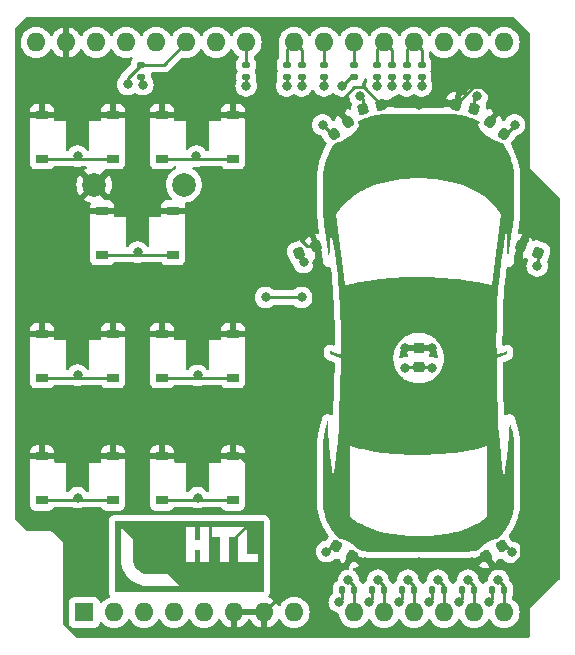
<source format=gbr>
%TF.GenerationSoftware,KiCad,Pcbnew,(6.0.9)*%
%TF.CreationDate,2022-11-30T17:50:51+01:00*%
%TF.ProjectId,car-shield,6361722d-7368-4696-956c-642e6b696361,rev0*%
%TF.SameCoordinates,Original*%
%TF.FileFunction,Copper,L1,Top*%
%TF.FilePolarity,Positive*%
%FSLAX46Y46*%
G04 Gerber Fmt 4.6, Leading zero omitted, Abs format (unit mm)*
G04 Created by KiCad (PCBNEW (6.0.9)) date 2022-11-30 17:50:51*
%MOMM*%
%LPD*%
G01*
G04 APERTURE LIST*
G04 Aperture macros list*
%AMRoundRect*
0 Rectangle with rounded corners*
0 $1 Rounding radius*
0 $2 $3 $4 $5 $6 $7 $8 $9 X,Y pos of 4 corners*
0 Add a 4 corners polygon primitive as box body*
4,1,4,$2,$3,$4,$5,$6,$7,$8,$9,$2,$3,0*
0 Add four circle primitives for the rounded corners*
1,1,$1+$1,$2,$3*
1,1,$1+$1,$4,$5*
1,1,$1+$1,$6,$7*
1,1,$1+$1,$8,$9*
0 Add four rect primitives between the rounded corners*
20,1,$1+$1,$2,$3,$4,$5,0*
20,1,$1+$1,$4,$5,$6,$7,0*
20,1,$1+$1,$6,$7,$8,$9,0*
20,1,$1+$1,$8,$9,$2,$3,0*%
G04 Aperture macros list end*
%TA.AperFunction,SMDPad,CuDef*%
%ADD10R,1.000000X0.750000*%
%TD*%
%TA.AperFunction,SMDPad,CuDef*%
%ADD11RoundRect,0.218750X0.117915X0.315613X-0.293200X0.165979X-0.117915X-0.315613X0.293200X-0.165979X0*%
%TD*%
%TA.AperFunction,SMDPad,CuDef*%
%ADD12RoundRect,0.135000X-0.135000X-0.185000X0.135000X-0.185000X0.135000X0.185000X-0.135000X0.185000X0*%
%TD*%
%TA.AperFunction,SMDPad,CuDef*%
%ADD13RoundRect,0.135000X-0.185000X0.135000X-0.185000X-0.135000X0.185000X-0.135000X0.185000X0.135000X0*%
%TD*%
%TA.AperFunction,SMDPad,CuDef*%
%ADD14RoundRect,0.218750X-0.277619X-0.190902X0.144974X-0.304135X0.277619X0.190902X-0.144974X0.304135X0*%
%TD*%
%TA.AperFunction,SMDPad,CuDef*%
%ADD15RoundRect,0.218750X0.317568X0.112544X-0.061318X0.331294X-0.317568X-0.112544X0.061318X-0.331294X0*%
%TD*%
%TA.AperFunction,SMDPad,CuDef*%
%ADD16RoundRect,0.218750X-0.332287X-0.055689X0.002858X-0.336909X0.332287X0.055689X-0.002858X0.336909X0*%
%TD*%
%TA.AperFunction,SMDPad,CuDef*%
%ADD17RoundRect,0.218750X0.002858X0.336909X-0.332287X0.055689X-0.002858X-0.336909X0.332287X-0.055689X0*%
%TD*%
%TA.AperFunction,SMDPad,CuDef*%
%ADD18RoundRect,0.218750X-0.256250X0.218750X-0.256250X-0.218750X0.256250X-0.218750X0.256250X0.218750X0*%
%TD*%
%TA.AperFunction,SMDPad,CuDef*%
%ADD19RoundRect,0.218750X-0.061318X-0.331294X0.317568X-0.112544X0.061318X0.331294X-0.317568X0.112544X0*%
%TD*%
%TA.AperFunction,SMDPad,CuDef*%
%ADD20RoundRect,0.218750X0.144974X0.304135X-0.277619X0.190902X-0.144974X-0.304135X0.277619X-0.190902X0*%
%TD*%
%TA.AperFunction,SMDPad,CuDef*%
%ADD21RoundRect,0.135000X0.185000X-0.135000X0.185000X0.135000X-0.185000X0.135000X-0.185000X-0.135000X0*%
%TD*%
%TA.AperFunction,SMDPad,CuDef*%
%ADD22RoundRect,0.218750X-0.293200X-0.165979X0.117915X-0.315613X0.293200X0.165979X-0.117915X0.315613X0*%
%TD*%
%TA.AperFunction,ComponentPad*%
%ADD23C,2.000000*%
%TD*%
%TA.AperFunction,ComponentPad*%
%ADD24R,1.600000X1.600000*%
%TD*%
%TA.AperFunction,ComponentPad*%
%ADD25O,1.600000X1.600000*%
%TD*%
%TA.AperFunction,ViaPad*%
%ADD26C,0.800000*%
%TD*%
%TA.AperFunction,Conductor*%
%ADD27C,0.250000*%
%TD*%
G04 APERTURE END LIST*
%TO.C,REF\u002A\u002A*%
G36*
X142196748Y-114198400D02*
G01*
X142196748Y-120198551D01*
X129590800Y-120198551D01*
X129590800Y-117299503D01*
X130091029Y-117299503D01*
X130094305Y-117423078D01*
X130103711Y-117545016D01*
X130119098Y-117665167D01*
X130140316Y-117783381D01*
X130167214Y-117899507D01*
X130199642Y-118013397D01*
X130237452Y-118124900D01*
X130280492Y-118233866D01*
X130328613Y-118340146D01*
X130381666Y-118443589D01*
X130439499Y-118544046D01*
X130501964Y-118641367D01*
X130568910Y-118735401D01*
X130640187Y-118826000D01*
X130715646Y-118913012D01*
X130795136Y-118996289D01*
X130878508Y-119075680D01*
X130965612Y-119151035D01*
X131056297Y-119222204D01*
X131150415Y-119289039D01*
X131247814Y-119351387D01*
X131348346Y-119409101D01*
X131451860Y-119462030D01*
X131558206Y-119510023D01*
X131667234Y-119552932D01*
X131778795Y-119590605D01*
X131892738Y-119622895D01*
X132008914Y-119649649D01*
X132127172Y-119670719D01*
X132247364Y-119685954D01*
X132369338Y-119695206D01*
X132492945Y-119698323D01*
X135085558Y-119698323D01*
X134069079Y-118688048D01*
X132490878Y-118688048D01*
X132419216Y-118686238D01*
X132348501Y-118680868D01*
X132278819Y-118672025D01*
X132210257Y-118659795D01*
X132142903Y-118644266D01*
X132076844Y-118625525D01*
X132012167Y-118603660D01*
X131948958Y-118578756D01*
X131887306Y-118550902D01*
X131827298Y-118520185D01*
X131769020Y-118486691D01*
X131712559Y-118450509D01*
X131658003Y-118411725D01*
X131605439Y-118370426D01*
X131554954Y-118326699D01*
X131506635Y-118280633D01*
X131460570Y-118232313D01*
X131416845Y-118181827D01*
X131375547Y-118129262D01*
X131336764Y-118074705D01*
X131300583Y-118018244D01*
X131267091Y-117959966D01*
X131236376Y-117899957D01*
X131208523Y-117838305D01*
X131183621Y-117775098D01*
X131161757Y-117710421D01*
X131146338Y-117656070D01*
X135642626Y-117656070D01*
X136407953Y-117656070D01*
X136407953Y-116609106D01*
X136834803Y-116609106D01*
X136834803Y-117656070D01*
X137597032Y-117656070D01*
X137597032Y-115494445D01*
X137845590Y-115494445D01*
X138462091Y-115494445D01*
X138462091Y-117656070D01*
X139224321Y-117656070D01*
X140056825Y-117656070D01*
X141697038Y-117656070D01*
X141697038Y-116932600D01*
X140819055Y-116932600D01*
X140819055Y-114749788D01*
X140056825Y-115512014D01*
X140056825Y-117656070D01*
X139224321Y-117656070D01*
X139224321Y-115494445D01*
X139721964Y-115494445D01*
X140530184Y-114698627D01*
X137845590Y-114698627D01*
X137845590Y-115494445D01*
X137597032Y-115494445D01*
X137597032Y-114698627D01*
X136834803Y-114698627D01*
X136834803Y-115777631D01*
X136407953Y-115777631D01*
X136407953Y-114698627D01*
X135642626Y-114698627D01*
X135642626Y-117656070D01*
X131146338Y-117656070D01*
X131143017Y-117644363D01*
X131127489Y-117577011D01*
X131115260Y-117508452D01*
X131106417Y-117438772D01*
X131101047Y-117368060D01*
X131099238Y-117296401D01*
X131099238Y-115716136D01*
X130091029Y-114703796D01*
X130091029Y-117299503D01*
X129590800Y-117299503D01*
X129590800Y-114198400D01*
X142196748Y-114198400D01*
G37*
G36*
X147300140Y-113367312D02*
G01*
X147255933Y-113136438D01*
X147223937Y-112901455D01*
X147204490Y-112662702D01*
X147197932Y-112420518D01*
X147197932Y-108023370D01*
X147202243Y-107794659D01*
X147215149Y-107566510D01*
X147236609Y-107339165D01*
X147266582Y-107112866D01*
X147305028Y-106887855D01*
X147351904Y-106664373D01*
X147407170Y-106442661D01*
X147470786Y-106222962D01*
X147492134Y-106152627D01*
X147512578Y-106082069D01*
X147532132Y-106011298D01*
X147550810Y-105940322D01*
X147568624Y-105869148D01*
X147585590Y-105797785D01*
X147601720Y-105726241D01*
X147617030Y-105654523D01*
X147647762Y-106304733D01*
X147681456Y-106897157D01*
X147717431Y-107433979D01*
X147755003Y-107917385D01*
X147793490Y-108349561D01*
X147832210Y-108732691D01*
X147870481Y-109068961D01*
X147907621Y-109360556D01*
X147942946Y-109609661D01*
X147975775Y-109818463D01*
X148005426Y-109989145D01*
X148031215Y-110123894D01*
X148068482Y-110294333D01*
X148082117Y-110347261D01*
X148159073Y-110003228D01*
X148230544Y-109598443D01*
X148357475Y-108626839D01*
X148463805Y-107472891D01*
X148550429Y-106177044D01*
X148618239Y-104779741D01*
X148668132Y-103321425D01*
X148717737Y-100383527D01*
X148682639Y-100371125D01*
X153175863Y-100371125D01*
X153178653Y-100481189D01*
X153186920Y-100589807D01*
X153200528Y-100696847D01*
X153219343Y-100802172D01*
X153243231Y-100905650D01*
X153272058Y-101007145D01*
X153305689Y-101106523D01*
X153343989Y-101203650D01*
X153386826Y-101298392D01*
X153434063Y-101390613D01*
X153485567Y-101480181D01*
X153541204Y-101566960D01*
X153600839Y-101650815D01*
X153664338Y-101731614D01*
X153731567Y-101809221D01*
X153802390Y-101883502D01*
X153876675Y-101954322D01*
X153954286Y-102021548D01*
X154035089Y-102085044D01*
X154118950Y-102144677D01*
X154205734Y-102200312D01*
X154295308Y-102251815D01*
X154387537Y-102299051D01*
X154482286Y-102341886D01*
X154579421Y-102380186D01*
X154678808Y-102413817D01*
X154780313Y-102442643D01*
X154883801Y-102466531D01*
X154989137Y-102485346D01*
X155096188Y-102498954D01*
X155204819Y-102507220D01*
X155314896Y-102510011D01*
X155424960Y-102507213D01*
X155533578Y-102498939D01*
X155640616Y-102485324D01*
X155745941Y-102466502D01*
X155849417Y-102442607D01*
X155950910Y-102413774D01*
X156050286Y-102380137D01*
X156147410Y-102341831D01*
X156242149Y-102298990D01*
X156334368Y-102251749D01*
X156423932Y-102200241D01*
X156510707Y-102144602D01*
X156594559Y-102084965D01*
X156675353Y-102021465D01*
X156752956Y-101954237D01*
X156827232Y-101883414D01*
X156898047Y-101809132D01*
X156965268Y-101731525D01*
X157028759Y-101650726D01*
X157088386Y-101566871D01*
X157144015Y-101480094D01*
X157195512Y-101390530D01*
X157242742Y-101298311D01*
X157285571Y-101203574D01*
X157323864Y-101106453D01*
X157357487Y-101007081D01*
X157386307Y-100905594D01*
X157410187Y-100802125D01*
X157428995Y-100696809D01*
X157442595Y-100589781D01*
X157450854Y-100481175D01*
X157453637Y-100371125D01*
X157450847Y-100261061D01*
X157442581Y-100152442D01*
X157428973Y-100045403D01*
X157410158Y-99940077D01*
X157386270Y-99836599D01*
X157357444Y-99735104D01*
X157323814Y-99635725D01*
X157285514Y-99538598D01*
X157242679Y-99443856D01*
X157195443Y-99351634D01*
X157143940Y-99262066D01*
X157088305Y-99175287D01*
X157028672Y-99091431D01*
X156965175Y-99010632D01*
X156897949Y-98933025D01*
X156827129Y-98858744D01*
X156752848Y-98787924D01*
X156675241Y-98720698D01*
X156594442Y-98657201D01*
X156510586Y-98597568D01*
X156423807Y-98541933D01*
X156334239Y-98490430D01*
X156242017Y-98443194D01*
X156147275Y-98400359D01*
X156050148Y-98362059D01*
X155950769Y-98328429D01*
X155849274Y-98299603D01*
X155745796Y-98275715D01*
X155640470Y-98256900D01*
X155533431Y-98243292D01*
X155424812Y-98235026D01*
X155314748Y-98232236D01*
X155314603Y-98232236D01*
X155204539Y-98235034D01*
X155095921Y-98243308D01*
X154988883Y-98256923D01*
X154883559Y-98275745D01*
X154780083Y-98299640D01*
X154678590Y-98328473D01*
X154579214Y-98362110D01*
X154482089Y-98400416D01*
X154387350Y-98443257D01*
X154295132Y-98490498D01*
X154205568Y-98542006D01*
X154118792Y-98597645D01*
X154034940Y-98657282D01*
X153954146Y-98720782D01*
X153876544Y-98788010D01*
X153802268Y-98858833D01*
X153731452Y-98933115D01*
X153664232Y-99010723D01*
X153600741Y-99091521D01*
X153541114Y-99175376D01*
X153485484Y-99262154D01*
X153433988Y-99351718D01*
X153386758Y-99443937D01*
X153343929Y-99538674D01*
X153305636Y-99635796D01*
X153272012Y-99735168D01*
X153243193Y-99836655D01*
X153219312Y-99940124D01*
X153200505Y-100045440D01*
X153186904Y-100152469D01*
X153178645Y-100261075D01*
X153175863Y-100371125D01*
X148682639Y-100371125D01*
X147805132Y-100061067D01*
X147809264Y-99777364D01*
X147922069Y-99817211D01*
X148035145Y-99854984D01*
X148262036Y-99927873D01*
X148375813Y-99964768D01*
X148489787Y-100003150D01*
X148603940Y-100043910D01*
X148718252Y-100087937D01*
X148719237Y-98825232D01*
X148708059Y-97670859D01*
X148685571Y-96642404D01*
X148652624Y-95757455D01*
X148616915Y-95119202D01*
X148571981Y-94500497D01*
X148519411Y-93904325D01*
X148460797Y-93333669D01*
X148397730Y-92791515D01*
X148331801Y-92280846D01*
X148197719Y-91365905D01*
X148071279Y-90612722D01*
X147965207Y-90045173D01*
X147865076Y-89562482D01*
X147800607Y-90902293D01*
X147744154Y-92185578D01*
X147727580Y-92057108D01*
X147710047Y-91928746D01*
X147370016Y-89542844D01*
X147329814Y-89240830D01*
X147294921Y-88938177D01*
X147265352Y-88634961D01*
X147241123Y-88331255D01*
X147233253Y-88204427D01*
X148353419Y-88204427D01*
X149097559Y-94181321D01*
X149640827Y-94075223D01*
X150261891Y-93966473D01*
X151064331Y-93841807D01*
X152009467Y-93717142D01*
X153058617Y-93608392D01*
X154173099Y-93531471D01*
X154742752Y-93509919D01*
X155314233Y-93502294D01*
X155885871Y-93509919D01*
X156455666Y-93531471D01*
X157018782Y-93564958D01*
X157570385Y-93608392D01*
X158105642Y-93659783D01*
X158619716Y-93717142D01*
X159564985Y-93841807D01*
X160367516Y-93966473D01*
X160988635Y-94075223D01*
X161531939Y-94181321D01*
X162275561Y-88204427D01*
X162204356Y-88073663D01*
X161969274Y-87728922D01*
X161780217Y-87498600D01*
X161538116Y-87241530D01*
X161238947Y-86966629D01*
X160878684Y-86682813D01*
X160453303Y-86398996D01*
X159958779Y-86124095D01*
X159391086Y-85867026D01*
X159078544Y-85747964D01*
X158746201Y-85636703D01*
X158393553Y-85534358D01*
X158020098Y-85442043D01*
X157625332Y-85360873D01*
X157208752Y-85291962D01*
X156769855Y-85236425D01*
X156308138Y-85195376D01*
X155823099Y-85169929D01*
X155314233Y-85161199D01*
X154805445Y-85169929D01*
X154320477Y-85195376D01*
X153858826Y-85236425D01*
X153419988Y-85291962D01*
X153003460Y-85360873D01*
X152608741Y-85442043D01*
X152235327Y-85534358D01*
X151882715Y-85636703D01*
X151550403Y-85747964D01*
X151237887Y-85867026D01*
X150944666Y-85992774D01*
X150670235Y-86124095D01*
X150414093Y-86259874D01*
X150175736Y-86398996D01*
X149954662Y-86540347D01*
X149750368Y-86682813D01*
X149562350Y-86825278D01*
X149390107Y-86966629D01*
X149233135Y-87105752D01*
X149090932Y-87241530D01*
X148962995Y-87372851D01*
X148848820Y-87498600D01*
X148659749Y-87728922D01*
X148519696Y-87923582D01*
X148424638Y-88073663D01*
X148353419Y-88204427D01*
X147233253Y-88204427D01*
X147222251Y-88027133D01*
X147208751Y-87722671D01*
X147200639Y-87417941D01*
X147197932Y-87113019D01*
X147197932Y-85382375D01*
X147202248Y-85159009D01*
X147215088Y-84937837D01*
X147236292Y-84719015D01*
X147265699Y-84502700D01*
X147303149Y-84289047D01*
X147348480Y-84078214D01*
X147401533Y-83870356D01*
X147462145Y-83665630D01*
X147530158Y-83464192D01*
X147605409Y-83266198D01*
X147687739Y-83071804D01*
X147776986Y-82881168D01*
X147872991Y-82694444D01*
X147975591Y-82511790D01*
X148084627Y-82333362D01*
X148199938Y-82159316D01*
X148275238Y-82153576D01*
X148355394Y-82140650D01*
X148439824Y-82120940D01*
X148527953Y-82094847D01*
X148619199Y-82062774D01*
X148712985Y-82025124D01*
X148808731Y-81982298D01*
X148905860Y-81934698D01*
X149101947Y-81826788D01*
X149296616Y-81704609D01*
X149485236Y-81571381D01*
X149663177Y-81430319D01*
X149746695Y-81357857D01*
X149825808Y-81284642D01*
X149899935Y-81211078D01*
X149968498Y-81137567D01*
X150030919Y-81064511D01*
X150086618Y-80992312D01*
X150135017Y-80921372D01*
X150175537Y-80852093D01*
X150207599Y-80784878D01*
X150230624Y-80720129D01*
X150244034Y-80658247D01*
X150247249Y-80599636D01*
X150239691Y-80544696D01*
X150220781Y-80493832D01*
X150189940Y-80447444D01*
X150146589Y-80405934D01*
X150146163Y-80405611D01*
X150145727Y-80405300D01*
X150145283Y-80404999D01*
X150144833Y-80404707D01*
X150143916Y-80404141D01*
X150142987Y-80403591D01*
X150142057Y-80403044D01*
X150141135Y-80402485D01*
X150140231Y-80401903D01*
X150139790Y-80401599D01*
X150139357Y-80401284D01*
X150293520Y-80319130D01*
X150450444Y-80241597D01*
X150610039Y-80168779D01*
X150772215Y-80100769D01*
X150936883Y-80037662D01*
X151103952Y-79979551D01*
X151273334Y-79926529D01*
X151444937Y-79878691D01*
X151618673Y-79836130D01*
X151794452Y-79798940D01*
X151972183Y-79767215D01*
X152151778Y-79741047D01*
X152333145Y-79720532D01*
X152516197Y-79705762D01*
X152700842Y-79696831D01*
X152886991Y-79693833D01*
X157743024Y-79693833D01*
X157929142Y-79696833D01*
X158113756Y-79705767D01*
X158296776Y-79720543D01*
X158478112Y-79741066D01*
X158657674Y-79767242D01*
X158835372Y-79798976D01*
X159011118Y-79836174D01*
X159184821Y-79878742D01*
X159356391Y-79926586D01*
X159525739Y-79979610D01*
X159692775Y-80037722D01*
X159857410Y-80100826D01*
X160019553Y-80168829D01*
X160179116Y-80241636D01*
X160336007Y-80319152D01*
X160490139Y-80401284D01*
X160489682Y-80401612D01*
X160489213Y-80401924D01*
X160488735Y-80402222D01*
X160488248Y-80402508D01*
X160487256Y-80403057D01*
X160486253Y-80403589D01*
X160485251Y-80404124D01*
X160484265Y-80404680D01*
X160483782Y-80404973D01*
X160483308Y-80405278D01*
X160482845Y-80405597D01*
X160482395Y-80405934D01*
X160439122Y-80447433D01*
X160408350Y-80493809D01*
X160389500Y-80544660D01*
X160381995Y-80599583D01*
X160385256Y-80658178D01*
X160398705Y-80720042D01*
X160421763Y-80784773D01*
X160453853Y-80851969D01*
X160494395Y-80921228D01*
X160542811Y-80992150D01*
X160660952Y-81137369D01*
X160803651Y-81284411D01*
X160966279Y-81430061D01*
X161144211Y-81571104D01*
X161332819Y-81704324D01*
X161527476Y-81826506D01*
X161723555Y-81934435D01*
X161916431Y-82024896D01*
X162101474Y-82094673D01*
X162189614Y-82120801D01*
X162274060Y-82140552D01*
X162354235Y-82153524D01*
X162429561Y-82159316D01*
X162544856Y-82333362D01*
X162653881Y-82511790D01*
X162756474Y-82694444D01*
X162852474Y-82881168D01*
X162941719Y-83071804D01*
X163024049Y-83266198D01*
X163099303Y-83464192D01*
X163167319Y-83665630D01*
X163227937Y-83870356D01*
X163280995Y-84078214D01*
X163326332Y-84289047D01*
X163363787Y-84502700D01*
X163393199Y-84719015D01*
X163414407Y-84937837D01*
X163427250Y-85159009D01*
X163431567Y-85382375D01*
X163431567Y-87113019D01*
X163428875Y-87417941D01*
X163420795Y-87722671D01*
X163407323Y-88027133D01*
X163388457Y-88331255D01*
X163364192Y-88634961D01*
X163334525Y-88938177D01*
X163299451Y-89240830D01*
X163258967Y-89542844D01*
X162918933Y-91928746D01*
X162901674Y-92054526D01*
X162885348Y-92180410D01*
X162828859Y-90899597D01*
X162764422Y-89562482D01*
X162664293Y-90045173D01*
X162431781Y-91365905D01*
X162297699Y-92280846D01*
X162168702Y-93333669D01*
X162057517Y-94500497D01*
X161976870Y-95757455D01*
X161943921Y-96642404D01*
X161921434Y-97670859D01*
X161910258Y-98825232D01*
X161911242Y-100087937D01*
X162025511Y-100043922D01*
X162139629Y-100003162D01*
X162253581Y-99964772D01*
X162367348Y-99927866D01*
X162594260Y-99854961D01*
X162707372Y-99817192D01*
X162820231Y-99777364D01*
X162824366Y-100061067D01*
X161912280Y-100383527D01*
X161928994Y-101842539D01*
X161961803Y-103321425D01*
X162011611Y-104779741D01*
X162079327Y-106177044D01*
X162165855Y-107472891D01*
X162272103Y-108626839D01*
X162398976Y-109598443D01*
X162470431Y-110003228D01*
X162547381Y-110347261D01*
X162598285Y-110123872D01*
X162653726Y-109818408D01*
X162721881Y-109360453D01*
X162797292Y-108732520D01*
X162874499Y-107917124D01*
X162948045Y-106896782D01*
X163012469Y-105654008D01*
X163027783Y-105725791D01*
X163043911Y-105797400D01*
X163060870Y-105868828D01*
X163078677Y-105940066D01*
X163097348Y-106011106D01*
X163116899Y-106081941D01*
X163137348Y-106152562D01*
X163158709Y-106222962D01*
X163222328Y-106442661D01*
X163277596Y-106664373D01*
X163324474Y-106887855D01*
X163362919Y-107112866D01*
X163392891Y-107339165D01*
X163414351Y-107566510D01*
X163427256Y-107794659D01*
X163431567Y-108023370D01*
X163431567Y-112420518D01*
X163425001Y-112662774D01*
X163405532Y-112901592D01*
X163373500Y-113136633D01*
X163329246Y-113367560D01*
X163273112Y-113594035D01*
X163205438Y-113815719D01*
X163126567Y-114032274D01*
X163036839Y-114243363D01*
X162936596Y-114448648D01*
X162826178Y-114647791D01*
X162705928Y-114840454D01*
X162576185Y-115026298D01*
X162437291Y-115204986D01*
X162289589Y-115376180D01*
X162133417Y-115539542D01*
X161969119Y-115694734D01*
X161891799Y-115706620D01*
X161811534Y-115722667D01*
X161728690Y-115742871D01*
X161643630Y-115767227D01*
X161556721Y-115795731D01*
X161468327Y-115828380D01*
X161378814Y-115865167D01*
X161288547Y-115906091D01*
X161214302Y-115942590D01*
X161142547Y-115980557D01*
X161073430Y-116019825D01*
X161007098Y-116060229D01*
X160943698Y-116101606D01*
X160883377Y-116143790D01*
X160826283Y-116186617D01*
X160772562Y-116229920D01*
X160722361Y-116273537D01*
X160675828Y-116317301D01*
X160633109Y-116361048D01*
X160594351Y-116404613D01*
X160559702Y-116447831D01*
X160529308Y-116490537D01*
X160503317Y-116532566D01*
X160481876Y-116573754D01*
X160310143Y-116629756D01*
X160135419Y-116678898D01*
X159957858Y-116720993D01*
X159777614Y-116755854D01*
X159594839Y-116783294D01*
X159409687Y-116803125D01*
X159316268Y-116810129D01*
X159222312Y-116815161D01*
X159127839Y-116818198D01*
X159032867Y-116819215D01*
X151597147Y-116819215D01*
X151502101Y-116818194D01*
X151407556Y-116815149D01*
X151313530Y-116810102D01*
X151220044Y-116803078D01*
X151127114Y-116794101D01*
X151034762Y-116783194D01*
X150943004Y-116770381D01*
X150851861Y-116755686D01*
X150761352Y-116739133D01*
X150671494Y-116720745D01*
X150582308Y-116700548D01*
X150493812Y-116678563D01*
X150318966Y-116629330D01*
X150147108Y-116573236D01*
X150125656Y-116532067D01*
X150099676Y-116490061D01*
X150069311Y-116447383D01*
X150034707Y-116404195D01*
X149996009Y-116360664D01*
X149953360Y-116316952D01*
X149906906Y-116273225D01*
X149856792Y-116229647D01*
X149803162Y-116186381D01*
X149746161Y-116143593D01*
X149685934Y-116101447D01*
X149622625Y-116060106D01*
X149556380Y-116019736D01*
X149487342Y-115980501D01*
X149415658Y-115942564D01*
X149341471Y-115906091D01*
X149296213Y-115885087D01*
X149251081Y-115865109D01*
X149161388Y-115828237D01*
X149072775Y-115795493D01*
X148985626Y-115766892D01*
X148900325Y-115742448D01*
X148817255Y-115722178D01*
X148776676Y-115713613D01*
X148736799Y-115706098D01*
X148697672Y-115699634D01*
X148659342Y-115694223D01*
X148495113Y-115539035D01*
X148339017Y-115375680D01*
X148191394Y-115204495D01*
X148052585Y-115025818D01*
X147922928Y-114839988D01*
X147802764Y-114647344D01*
X147692431Y-114448223D01*
X147592271Y-114242963D01*
X147502622Y-114031904D01*
X147423824Y-113815384D01*
X147418270Y-113797177D01*
X149521822Y-113797177D01*
X149593783Y-113868410D01*
X149820263Y-114056205D01*
X149996415Y-114181672D01*
X150217158Y-114321709D01*
X150484479Y-114471460D01*
X150800365Y-114626067D01*
X151166803Y-114780675D01*
X151585780Y-114930425D01*
X152059283Y-115070462D01*
X152589299Y-115195929D01*
X153177815Y-115301969D01*
X153826818Y-115383724D01*
X154538295Y-115436339D01*
X155314233Y-115454957D01*
X155710464Y-115450201D01*
X156090328Y-115436339D01*
X156454072Y-115413978D01*
X156801945Y-115383724D01*
X157134196Y-115346186D01*
X157451073Y-115301969D01*
X157752825Y-115251681D01*
X158039700Y-115195929D01*
X158311946Y-115135320D01*
X158569813Y-115070462D01*
X158813548Y-115001961D01*
X159043400Y-114930425D01*
X159259617Y-114856461D01*
X159462449Y-114780675D01*
X159652143Y-114703674D01*
X159828948Y-114626067D01*
X159993112Y-114548460D01*
X160144884Y-114471460D01*
X160284513Y-114395674D01*
X160412246Y-114321709D01*
X160528333Y-114250173D01*
X160633022Y-114181672D01*
X160809199Y-114056205D01*
X160942765Y-113950166D01*
X161035708Y-113868410D01*
X161107677Y-113797177D01*
X161107677Y-107792894D01*
X160764970Y-107916029D01*
X160329317Y-108042243D01*
X159711003Y-108186927D01*
X158905184Y-108331611D01*
X158430445Y-108398181D01*
X157907013Y-108457825D01*
X157334281Y-108508233D01*
X156711644Y-108547098D01*
X156038497Y-108572110D01*
X155314233Y-108580960D01*
X154945754Y-108578700D01*
X154590127Y-108572110D01*
X154247274Y-108561480D01*
X153917121Y-108547098D01*
X153599591Y-108529253D01*
X153294610Y-108508233D01*
X153002101Y-108484328D01*
X152721989Y-108457825D01*
X152198654Y-108398181D01*
X151723999Y-108331611D01*
X151297420Y-108260423D01*
X150918312Y-108186927D01*
X150586070Y-108113430D01*
X150300090Y-108042243D01*
X150059766Y-107975673D01*
X149864493Y-107916029D01*
X149606683Y-107826756D01*
X149521822Y-107792894D01*
X149521822Y-113797177D01*
X147418270Y-113797177D01*
X147356217Y-113593741D01*
X147300140Y-113367312D01*
G37*
%TD*%
D10*
%TO.P,SW_high_b1,2,B*%
%TO.N,sw_high_b*%
X139600000Y-102061000D03*
X133600000Y-102061000D03*
%TO.P,SW_high_b1,1,A*%
%TO.N,GND*%
X139600000Y-98311000D03*
X133600000Y-98311000D03*
%TD*%
%TO.P,SW_dipped_b1,2,B*%
%TO.N,sw_dipped_b*%
X139600000Y-112420000D03*
X133600000Y-112420000D03*
%TO.P,SW_dipped_b1,1,A*%
%TO.N,GND*%
X139600000Y-108670000D03*
X133600000Y-108670000D03*
%TD*%
%TO.P,SW_decel1,2,B*%
%TO.N,sw_decel*%
X129440000Y-112420000D03*
X123440000Y-112420000D03*
%TO.P,SW_decel1,1,A*%
%TO.N,GND*%
X129440000Y-108670000D03*
X123440000Y-108670000D03*
%TD*%
%TO.P,SW_accel1,2,B*%
%TO.N,sw_accel*%
X129440000Y-102061000D03*
X123440000Y-102061000D03*
%TO.P,SW_accel1,1,A*%
%TO.N,GND*%
X129440000Y-98311000D03*
X123440000Y-98311000D03*
%TD*%
%TO.P,SW_stop1,2,B*%
%TO.N,sw_stop*%
X134520000Y-91647000D03*
X128520000Y-91647000D03*
%TO.P,SW_stop1,1,A*%
%TO.N,GND*%
X134520000Y-87897000D03*
X128520000Y-87897000D03*
%TD*%
%TO.P,SW_left1,1,A*%
%TO.N,GND*%
X123440000Y-79769000D03*
X129440000Y-79769000D03*
%TO.P,SW_left1,2,B*%
%TO.N,sw_left*%
X123440000Y-83519000D03*
X129440000Y-83519000D03*
%TD*%
%TO.P,SW_right1,1,A*%
%TO.N,GND*%
X133600000Y-79769000D03*
X139600000Y-79769000D03*
%TO.P,SW_right1,2,B*%
%TO.N,sw_right*%
X133600000Y-83519000D03*
X139600000Y-83519000D03*
%TD*%
D11*
%TO.P,D5,1,K*%
%TO.N,GND*%
X146663008Y-90916659D03*
%TO.P,D5,2,A*%
%TO.N,Net-(D5-Pad2)*%
X145182992Y-91455341D03*
%TD*%
D12*
%TO.P,R11,1*%
%TO.N,VDD*%
X156460000Y-120015000D03*
%TO.P,R11,2*%
%TO.N,sw_accel*%
X157480000Y-120015000D03*
%TD*%
D13*
%TO.P,R4,1*%
%TO.N,dipped_beam*%
X153035000Y-75565000D03*
%TO.P,R4,2*%
%TO.N,Net-(D4-Pad2)*%
X153035000Y-76585000D03*
%TD*%
D14*
%TO.P,D2,1,K*%
%TO.N,GND*%
X158497333Y-78917180D03*
%TO.P,D2,2,A*%
%TO.N,Net-(D2-Pad2)*%
X160018667Y-79324820D03*
%TD*%
D12*
%TO.P,R13,1*%
%TO.N,VDD*%
X161540000Y-120015000D03*
%TO.P,R13,2*%
%TO.N,sw_right*%
X162560000Y-120015000D03*
%TD*%
D15*
%TO.P,D9,1,K*%
%TO.N,GND*%
X149652995Y-117106750D03*
%TO.P,D9,2,A*%
%TO.N,Net-(D9-Pad2)*%
X148289005Y-116319250D03*
%TD*%
D13*
%TO.P,R6,1*%
%TO.N,turn_right*%
X149860000Y-75565000D03*
%TO.P,R6,2*%
%TO.N,Net-(D6-Pad2)*%
X149860000Y-76585000D03*
%TD*%
%TO.P,R2,1*%
%TO.N,high_beam*%
X155575000Y-75565000D03*
%TO.P,R2,2*%
%TO.N,Net-(D2-Pad2)*%
X155575000Y-76585000D03*
%TD*%
D16*
%TO.P,D4,1,K*%
%TO.N,GND*%
X161321740Y-80392805D03*
%TO.P,D4,2,A*%
%TO.N,Net-(D4-Pad2)*%
X162528260Y-81405195D03*
%TD*%
D13*
%TO.P,R7,1*%
%TO.N,speed_indicator*%
X131826000Y-75563000D03*
%TO.P,R7,2*%
%TO.N,Net-(D7-Pad2)*%
X131826000Y-76583000D03*
%TD*%
%TO.P,R3,1*%
%TO.N,dipped_beam*%
X151765000Y-75565000D03*
%TO.P,R3,2*%
%TO.N,Net-(D3-Pad2)*%
X151765000Y-76585000D03*
%TD*%
%TO.P,R5,1*%
%TO.N,turn_left*%
X147320000Y-75565000D03*
%TO.P,R5,2*%
%TO.N,Net-(D5-Pad2)*%
X147320000Y-76585000D03*
%TD*%
%TO.P,R8,1*%
%TO.N,break_lights*%
X145415000Y-75565000D03*
%TO.P,R8,2*%
%TO.N,Net-(D8-Pad2)*%
X145415000Y-76585000D03*
%TD*%
D12*
%TO.P,R16,1*%
%TO.N,VDD*%
X159000000Y-120015000D03*
%TO.P,R16,2*%
%TO.N,sw_stop*%
X160020000Y-120015000D03*
%TD*%
D17*
%TO.P,D3,1,K*%
%TO.N,GND*%
X149320260Y-80392805D03*
%TO.P,D3,2,A*%
%TO.N,Net-(D3-Pad2)*%
X148113740Y-81405195D03*
%TD*%
D12*
%TO.P,R12,1*%
%TO.N,VDD*%
X148840000Y-120015000D03*
%TO.P,R12,2*%
%TO.N,sw_dipped_b*%
X149860000Y-120015000D03*
%TD*%
D18*
%TO.P,D7,1,K*%
%TO.N,GND*%
X155321000Y-99542500D03*
%TO.P,D7,2,A*%
%TO.N,Net-(D7-Pad2)*%
X155321000Y-101117500D03*
%TD*%
D12*
%TO.P,R15,1*%
%TO.N,VDD*%
X153920000Y-120015000D03*
%TO.P,R15,2*%
%TO.N,sw_high_b*%
X154940000Y-120015000D03*
%TD*%
D19*
%TO.P,D8,1,K*%
%TO.N,GND*%
X160989005Y-117106750D03*
%TO.P,D8,2,A*%
%TO.N,Net-(D8-Pad2)*%
X162352995Y-116319250D03*
%TD*%
D20*
%TO.P,D1,1,K*%
%TO.N,GND*%
X152144667Y-78917180D03*
%TO.P,D1,2,A*%
%TO.N,Net-(D1-Pad2)*%
X150623333Y-79324820D03*
%TD*%
D13*
%TO.P,R1,1*%
%TO.N,high_beam*%
X154305000Y-75565000D03*
%TO.P,R1,2*%
%TO.N,Net-(D1-Pad2)*%
X154305000Y-76585000D03*
%TD*%
D21*
%TO.P,R10,1*%
%TO.N,VDD*%
X140716000Y-76583000D03*
%TO.P,R10,2*%
%TO.N,sw_left*%
X140716000Y-75563000D03*
%TD*%
D12*
%TO.P,R14,1*%
%TO.N,VDD*%
X151380000Y-120015000D03*
%TO.P,R14,2*%
%TO.N,sw_decel*%
X152400000Y-120015000D03*
%TD*%
D13*
%TO.P,R9,1*%
%TO.N,break_lights*%
X144145000Y-75565000D03*
%TO.P,R9,2*%
%TO.N,Net-(D9-Pad2)*%
X144145000Y-76585000D03*
%TD*%
D22*
%TO.P,D6,1,K*%
%TO.N,GND*%
X163978992Y-90916659D03*
%TO.P,D6,2,A*%
%TO.N,Net-(D6-Pad2)*%
X165459008Y-91455341D03*
%TD*%
D23*
%TO.P,BZ1,1,-*%
%TO.N,speed_indicator*%
X135447000Y-85708000D03*
%TO.P,BZ1,2,+*%
%TO.N,GND*%
X127847000Y-85708000D03*
%TD*%
D24*
%TO.P,A1,1,NC*%
%TO.N,unconnected-(A1-Pad1)*%
X127000000Y-121920000D03*
D25*
%TO.P,A1,2,IOREF*%
%TO.N,unconnected-(A1-Pad2)*%
X129540000Y-121920000D03*
%TO.P,A1,3,~{RESET}*%
%TO.N,unconnected-(A1-Pad3)*%
X132080000Y-121920000D03*
%TO.P,A1,4,3V3*%
%TO.N,unconnected-(A1-Pad4)*%
X134620000Y-121920000D03*
%TO.P,A1,5,+5V*%
%TO.N,VDD*%
X137160000Y-121920000D03*
%TO.P,A1,6,GND*%
%TO.N,GND*%
X139700000Y-121920000D03*
%TO.P,A1,7,GND*%
X142240000Y-121920000D03*
%TO.P,A1,8,VIN*%
%TO.N,unconnected-(A1-Pad8)*%
X144780000Y-121920000D03*
%TO.P,A1,9,A0*%
%TO.N,sw_dipped_b*%
X149860000Y-121920000D03*
%TO.P,A1,10,A1*%
%TO.N,sw_decel*%
X152400000Y-121920000D03*
%TO.P,A1,11,A2*%
%TO.N,sw_high_b*%
X154940000Y-121920000D03*
%TO.P,A1,12,A3*%
%TO.N,sw_accel*%
X157480000Y-121920000D03*
%TO.P,A1,13,SDA/A4*%
%TO.N,sw_stop*%
X160020000Y-121920000D03*
%TO.P,A1,14,SCL/A5*%
%TO.N,sw_right*%
X162560000Y-121920000D03*
%TO.P,A1,15,D0/RX*%
%TO.N,unconnected-(A1-Pad15)*%
X162560000Y-73660000D03*
%TO.P,A1,16,D1/TX*%
%TO.N,unconnected-(A1-Pad16)*%
X160020000Y-73660000D03*
%TO.P,A1,17,D2*%
%TO.N,unconnected-(A1-Pad17)*%
X157480000Y-73660000D03*
%TO.P,A1,18,D3*%
%TO.N,high_beam*%
X154940000Y-73660000D03*
%TO.P,A1,19,D4*%
%TO.N,dipped_beam*%
X152400000Y-73660000D03*
%TO.P,A1,20,D5*%
%TO.N,turn_right*%
X149860000Y-73660000D03*
%TO.P,A1,21,D6*%
%TO.N,turn_left*%
X147320000Y-73660000D03*
%TO.P,A1,22,D7*%
%TO.N,break_lights*%
X144780000Y-73660000D03*
%TO.P,A1,23,D8*%
%TO.N,sw_left*%
X140720000Y-73660000D03*
%TO.P,A1,24,D9*%
%TO.N,unconnected-(A1-Pad24)*%
X138180000Y-73660000D03*
%TO.P,A1,25,D10*%
%TO.N,speed_indicator*%
X135640000Y-73660000D03*
%TO.P,A1,26,D11*%
%TO.N,unconnected-(A1-Pad26)*%
X133100000Y-73660000D03*
%TO.P,A1,27,D12*%
%TO.N,unconnected-(A1-Pad27)*%
X130560000Y-73660000D03*
%TO.P,A1,28,D13*%
%TO.N,unconnected-(A1-Pad28)*%
X128020000Y-73660000D03*
%TO.P,A1,29,GND*%
%TO.N,GND*%
X125480000Y-73660000D03*
%TO.P,A1,30,AREF*%
%TO.N,unconnected-(A1-Pad30)*%
X122940000Y-73660000D03*
%TD*%
D26*
%TO.N,speed_indicator*%
X130683000Y-77216000D03*
%TO.N,sw_right*%
X136510500Y-83295000D03*
X162076754Y-119215114D03*
%TO.N,sw_stop*%
X159491705Y-119187931D03*
X131520000Y-91423000D03*
%TO.N,sw_accel*%
X156951705Y-119187931D03*
X126440000Y-101837000D03*
%TO.N,sw_decel*%
X151871705Y-119187931D03*
X126440000Y-112196000D03*
%TO.N,sw_dipped_b*%
X136600000Y-112196000D03*
X149376754Y-119215114D03*
%TO.N,sw_high_b*%
X136601200Y-101854000D03*
X154411705Y-119187931D03*
%TO.N,GND*%
X131520000Y-88121000D03*
X161925000Y-79502000D03*
X156464000Y-99568000D03*
X148717000Y-79502000D03*
X136346000Y-79993000D03*
X146685000Y-92329000D03*
X136600000Y-108894000D03*
X155321000Y-117691500D03*
X126440000Y-98408000D03*
X163957000Y-92329000D03*
X126441200Y-79959200D03*
X154178000Y-99568000D03*
X136600000Y-98535000D03*
X155321000Y-78917180D03*
X126440000Y-108894000D03*
%TO.N,Net-(D1-Pad2)*%
X154305000Y-77343000D03*
X150373839Y-78236866D03*
%TO.N,Net-(D2-Pad2)*%
X155575000Y-77343000D03*
X160274000Y-78232000D03*
%TO.N,Net-(D3-Pad2)*%
X147193000Y-80645000D03*
X151765000Y-77343000D03*
%TO.N,Net-(D4-Pad2)*%
X153035000Y-77343000D03*
X163449000Y-80645000D03*
%TO.N,Net-(D5-Pad2)*%
X145578049Y-92292951D03*
X147320000Y-77343000D03*
%TO.N,Net-(D6-Pad2)*%
X165354000Y-92583000D03*
X148844000Y-77343000D03*
%TO.N,sw_left*%
X126440000Y-83295000D03*
%TO.N,Net-(D7-Pad2)*%
X142367000Y-95250000D03*
X145415000Y-95250000D03*
X154182299Y-101214701D03*
X131969911Y-77223649D03*
X156464000Y-101219000D03*
%TO.N,Net-(D8-Pad2)*%
X163195000Y-116840000D03*
X145415000Y-77343000D03*
%TO.N,Net-(D9-Pad2)*%
X144145000Y-77343000D03*
X147510500Y-116767901D03*
%TO.N,VDD*%
X161290000Y-121031000D03*
X148590000Y-121031000D03*
X151130000Y-121031000D03*
X158750000Y-121031000D03*
X140716000Y-77341000D03*
X153670000Y-121031000D03*
X156210000Y-121031000D03*
%TD*%
D27*
%TO.N,GND*%
X140226778Y-108695000D02*
X136655000Y-108695000D01*
X143611600Y-120548400D02*
X143611600Y-112079822D01*
X142240000Y-121920000D02*
X143611600Y-120548400D01*
X143611600Y-112079822D02*
X140226778Y-108695000D01*
X141859000Y-81229000D02*
X140424000Y-79794000D01*
X141859000Y-86868000D02*
X141859000Y-81229000D01*
X121487000Y-98324600D02*
X121487000Y-103961000D01*
X121487000Y-89817000D02*
X121487000Y-98324600D01*
X123440000Y-98311000D02*
X121500600Y-98311000D01*
X121500600Y-98311000D02*
X121487000Y-98324600D01*
X123340000Y-108695000D02*
X126385000Y-108695000D01*
X121487000Y-103961000D02*
X123340000Y-105814000D01*
X123407000Y-87897000D02*
X121487000Y-89817000D01*
X123340000Y-105814000D02*
X123340000Y-108695000D01*
X140424000Y-79794000D02*
X139700000Y-79794000D01*
X140716000Y-79502000D02*
X140424000Y-79794000D01*
X123265000Y-77776000D02*
X123265000Y-79594000D01*
X123265000Y-79594000D02*
X123440000Y-79769000D01*
X125480000Y-75561000D02*
X123265000Y-77776000D01*
X125480000Y-73660000D02*
X125480000Y-75561000D01*
X126606400Y-79794000D02*
X136147000Y-79794000D01*
X136147000Y-79794000D02*
X136346000Y-79993000D01*
X126441200Y-79959200D02*
X126606400Y-79794000D01*
X126276000Y-79794000D02*
X126441200Y-79959200D01*
X121940000Y-79794000D02*
X126276000Y-79794000D01*
X121487000Y-80247000D02*
X121940000Y-79794000D01*
X123407000Y-87897000D02*
X121487000Y-85977000D01*
X121487000Y-85977000D02*
X121487000Y-80247000D01*
%TO.N,Net-(D7-Pad2)*%
X142494000Y-95250000D02*
X142367000Y-95377000D01*
X145415000Y-95250000D02*
X142494000Y-95250000D01*
%TO.N,speed_indicator*%
X130683000Y-76706000D02*
X130683000Y-77216000D01*
X131826000Y-75563000D02*
X130683000Y-76706000D01*
%TO.N,Net-(D7-Pad2)*%
X131826000Y-77079738D02*
X131969911Y-77223649D01*
X131826000Y-76583000D02*
X131826000Y-77079738D01*
%TO.N,speed_indicator*%
X133737000Y-75563000D02*
X135640000Y-73660000D01*
X131826000Y-75563000D02*
X133737000Y-75563000D01*
%TO.N,GND*%
X128520000Y-87897000D02*
X123407000Y-87897000D01*
%TO.N,sw_right*%
X162560000Y-119698360D02*
X162076754Y-119215114D01*
X136545000Y-83494000D02*
X139700000Y-83494000D01*
X133500000Y-83494000D02*
X136545000Y-83494000D01*
X136545000Y-83329500D02*
X136510500Y-83295000D01*
X162560000Y-120015000D02*
X162560000Y-119698360D01*
X136545000Y-83494000D02*
X136545000Y-83329500D01*
X162560000Y-121920000D02*
X162560000Y-120015000D01*
%TO.N,sw_stop*%
X160020000Y-120015000D02*
X160020000Y-119716226D01*
X128420000Y-91622000D02*
X131465000Y-91622000D01*
X131465000Y-91478000D02*
X131520000Y-91423000D01*
X131465000Y-91622000D02*
X131465000Y-91478000D01*
X160020000Y-121920000D02*
X160020000Y-120015000D01*
X160020000Y-119716226D02*
X159491705Y-119187931D01*
X131465000Y-91622000D02*
X134620000Y-91622000D01*
%TO.N,sw_accel*%
X126368000Y-102036000D02*
X129540000Y-102036000D01*
X157480000Y-119716226D02*
X156951705Y-119187931D01*
X126368000Y-102036000D02*
X126440000Y-101964000D01*
X126440000Y-101964000D02*
X126440000Y-101837000D01*
X157480000Y-120015000D02*
X157480000Y-119716226D01*
X157480000Y-121920000D02*
X157480000Y-120015000D01*
X123340000Y-102036000D02*
X126368000Y-102036000D01*
%TO.N,sw_decel*%
X152400000Y-119716226D02*
X151871705Y-119187931D01*
X152400000Y-120015000D02*
X152400000Y-119716226D01*
X123340000Y-112395000D02*
X126368000Y-112395000D01*
X126368000Y-112395000D02*
X126440000Y-112323000D01*
X126440000Y-112323000D02*
X126440000Y-112196000D01*
X126368000Y-112395000D02*
X129540000Y-112395000D01*
X152400000Y-121920000D02*
X152400000Y-120015000D01*
%TO.N,sw_dipped_b*%
X149860000Y-119698360D02*
X149376754Y-119215114D01*
X149860000Y-121920000D02*
X149860000Y-120015000D01*
X149860000Y-120015000D02*
X149860000Y-119698360D01*
X133500000Y-112395000D02*
X136528000Y-112395000D01*
X136528000Y-112395000D02*
X139700000Y-112395000D01*
X136600000Y-112323000D02*
X136600000Y-112196000D01*
X136528000Y-112395000D02*
X136600000Y-112323000D01*
%TO.N,sw_high_b*%
X154940000Y-120015000D02*
X154940000Y-119716226D01*
X133500000Y-102036000D02*
X136528000Y-102036000D01*
X154940000Y-121920000D02*
X154940000Y-120015000D01*
X154940000Y-119716226D02*
X154411705Y-119187931D01*
X136528000Y-102036000D02*
X139700000Y-102036000D01*
%TO.N,GND*%
X134620000Y-87922000D02*
X131719000Y-87922000D01*
X149320260Y-80105260D02*
X148717000Y-79502000D01*
X160274000Y-117856000D02*
X155321000Y-117856000D01*
X155321000Y-99542500D02*
X154203500Y-99542500D01*
X126385000Y-108695000D02*
X129540000Y-108695000D01*
X149652995Y-117140995D02*
X149652995Y-117106750D01*
X136545000Y-79794000D02*
X136346000Y-79993000D01*
X133500000Y-98336000D02*
X136545000Y-98336000D01*
X164465000Y-80010000D02*
X163195000Y-78740000D01*
X155321000Y-117856000D02*
X150368000Y-117856000D01*
X161321740Y-80105260D02*
X161925000Y-79502000D01*
X160989005Y-117140995D02*
X160274000Y-117856000D01*
X129540000Y-108695000D02*
X133500000Y-108695000D01*
X156438500Y-99542500D02*
X156464000Y-99568000D01*
X155397820Y-78917180D02*
X158497333Y-78917180D01*
X136545000Y-98336000D02*
X139700000Y-98336000D01*
X129540000Y-98336000D02*
X133500000Y-98336000D01*
X145907659Y-90916659D02*
X141859000Y-86868000D01*
X158497333Y-78917180D02*
X159944513Y-77470000D01*
X163978992Y-92307008D02*
X163957000Y-92329000D01*
X163322000Y-117856000D02*
X163957000Y-117221000D01*
X139700000Y-121920000D02*
X142240000Y-121920000D01*
X123340000Y-98336000D02*
X126495000Y-98336000D01*
X136655000Y-108695000D02*
X136655000Y-108839000D01*
X136545000Y-98480000D02*
X136600000Y-98535000D01*
X161321740Y-80392805D02*
X161321740Y-80105260D01*
X150697487Y-77470000D02*
X152144667Y-78917180D01*
X146663008Y-90916659D02*
X145907659Y-90916659D01*
X163978992Y-90916659D02*
X163978992Y-92307008D01*
X161738255Y-117856000D02*
X163322000Y-117856000D01*
X126385000Y-108695000D02*
X126385000Y-108839000D01*
X161925000Y-79502000D02*
X161925000Y-78740000D01*
X126495000Y-98336000D02*
X126495000Y-98353000D01*
X163978992Y-90916659D02*
X164465000Y-90430651D01*
X140226778Y-79794000D02*
X139700000Y-79794000D01*
X154203500Y-99542500D02*
X154178000Y-99568000D01*
X163957000Y-117221000D02*
X163957000Y-92329000D01*
X136655000Y-108839000D02*
X136600000Y-108894000D01*
X148717000Y-79502000D02*
X140716000Y-79502000D01*
X149320260Y-80392805D02*
X149320260Y-80105260D01*
X164465000Y-90430651D02*
X164465000Y-80010000D01*
X150368000Y-117856000D02*
X149652995Y-117140995D01*
X131465000Y-87922000D02*
X131465000Y-88066000D01*
X139700000Y-79794000D02*
X136545000Y-79794000D01*
X126385000Y-108839000D02*
X126440000Y-108894000D01*
X148717000Y-78613000D02*
X149860000Y-77470000D01*
X131719000Y-87922000D02*
X131465000Y-87922000D01*
X163195000Y-78740000D02*
X161925000Y-78740000D01*
X146663008Y-90916659D02*
X146663008Y-92307008D01*
X126495000Y-98353000D02*
X126440000Y-98408000D01*
X136545000Y-98336000D02*
X136545000Y-98480000D01*
X148717000Y-79502000D02*
X148717000Y-78613000D01*
X160989005Y-117106750D02*
X161738255Y-117856000D01*
X146663008Y-92307008D02*
X146685000Y-92329000D01*
X131465000Y-88066000D02*
X131520000Y-88121000D01*
X155321000Y-99542500D02*
X156438500Y-99542500D01*
X160989005Y-117106750D02*
X160989005Y-117140995D01*
X161925000Y-78740000D02*
X160655000Y-77470000D01*
X133500000Y-108695000D02*
X136655000Y-108695000D01*
X131465000Y-87922000D02*
X128420000Y-87922000D01*
X149860000Y-77470000D02*
X150697487Y-77470000D01*
X152144667Y-78917180D02*
X155397820Y-78917180D01*
X126495000Y-98336000D02*
X129540000Y-98336000D01*
X159944513Y-77470000D02*
X160655000Y-77470000D01*
%TO.N,Net-(D1-Pad2)*%
X150623333Y-79324820D02*
X150623333Y-78486360D01*
X154305000Y-76585000D02*
X154305000Y-77343000D01*
X150623333Y-78486360D02*
X150373839Y-78236866D01*
%TO.N,Net-(D2-Pad2)*%
X155575000Y-76585000D02*
X155575000Y-77343000D01*
X160018667Y-79324820D02*
X160018667Y-78487333D01*
X160018667Y-78487333D02*
X160274000Y-78232000D01*
%TO.N,high_beam*%
X154305000Y-75565000D02*
X154305000Y-74295000D01*
X155575000Y-74295000D02*
X154940000Y-73660000D01*
X154305000Y-74295000D02*
X154940000Y-73660000D01*
X155575000Y-75565000D02*
X155575000Y-74295000D01*
%TO.N,dipped_beam*%
X151765000Y-74295000D02*
X152400000Y-73660000D01*
X151765000Y-75565000D02*
X151765000Y-74295000D01*
X153035000Y-75565000D02*
X153035000Y-74295000D01*
X153035000Y-74295000D02*
X152400000Y-73660000D01*
%TO.N,Net-(D3-Pad2)*%
X148113740Y-81405195D02*
X147953195Y-81405195D01*
X147953195Y-81405195D02*
X147193000Y-80645000D01*
X151765000Y-76585000D02*
X151765000Y-77343000D01*
%TO.N,Net-(D4-Pad2)*%
X162528260Y-81405195D02*
X162688805Y-81405195D01*
X162688805Y-81405195D02*
X163449000Y-80645000D01*
X153035000Y-76585000D02*
X153035000Y-77343000D01*
%TO.N,Net-(D5-Pad2)*%
X147320000Y-76585000D02*
X147320000Y-77343000D01*
X145182992Y-91897894D02*
X145578049Y-92292951D01*
X145182992Y-91455341D02*
X145182992Y-91897894D01*
%TO.N,Net-(D6-Pad2)*%
X165459008Y-92477992D02*
X165354000Y-92583000D01*
X149602000Y-76585000D02*
X148844000Y-77343000D01*
X149860000Y-76585000D02*
X149602000Y-76585000D01*
X165459008Y-91455341D02*
X165459008Y-92477992D01*
%TO.N,turn_left*%
X147320000Y-75565000D02*
X147320000Y-73660000D01*
%TO.N,turn_right*%
X149860000Y-75565000D02*
X149860000Y-73660000D01*
%TO.N,break_lights*%
X145415000Y-74295000D02*
X144780000Y-73660000D01*
X144145000Y-74295000D02*
X144780000Y-73660000D01*
X145415000Y-75565000D02*
X145415000Y-74295000D01*
X144145000Y-75565000D02*
X144145000Y-74295000D01*
%TO.N,sw_left*%
X126512000Y-83494000D02*
X129540000Y-83494000D01*
X123340000Y-83494000D02*
X126512000Y-83494000D01*
X140716000Y-73664000D02*
X140720000Y-73660000D01*
X140716000Y-75563000D02*
X140716000Y-73664000D01*
X126512000Y-83494000D02*
X126512000Y-83367000D01*
X126512000Y-83367000D02*
X126440000Y-83295000D01*
%TO.N,Net-(D7-Pad2)*%
X156362500Y-101117500D02*
X156464000Y-101219000D01*
X154279500Y-101117500D02*
X154182299Y-101214701D01*
X155321000Y-101117500D02*
X156362500Y-101117500D01*
X155321000Y-101117500D02*
X154279500Y-101117500D01*
%TO.N,Net-(D8-Pad2)*%
X162352995Y-116319250D02*
X162674250Y-116319250D01*
X145415000Y-76585000D02*
X145415000Y-77343000D01*
X162674250Y-116319250D02*
X163195000Y-116840000D01*
%TO.N,Net-(D9-Pad2)*%
X147959151Y-116319250D02*
X147510500Y-116767901D01*
X148289005Y-116319250D02*
X147959151Y-116319250D01*
X144145000Y-76585000D02*
X144145000Y-77343000D01*
%TO.N,VDD*%
X161540000Y-120015000D02*
X161540000Y-120781000D01*
X161540000Y-120781000D02*
X161290000Y-121031000D01*
X151380000Y-120781000D02*
X151130000Y-121031000D01*
X153920000Y-120781000D02*
X153670000Y-121031000D01*
X159000000Y-120015000D02*
X159000000Y-120781000D01*
X153920000Y-120015000D02*
X153920000Y-120781000D01*
X140716000Y-76583000D02*
X140716000Y-77341000D01*
X148840000Y-120015000D02*
X148840000Y-120781000D01*
X156460000Y-120015000D02*
X156460000Y-120781000D01*
X156460000Y-120781000D02*
X156210000Y-121031000D01*
X148840000Y-120781000D02*
X148590000Y-121031000D01*
X151380000Y-120015000D02*
X151380000Y-120781000D01*
X159000000Y-120781000D02*
X158750000Y-121031000D01*
%TD*%
%TA.AperFunction,Conductor*%
%TO.N,GND*%
G36*
X163381304Y-71521502D02*
G01*
X163402278Y-71538405D01*
X164681595Y-72817723D01*
X164715621Y-72880035D01*
X164718500Y-72906818D01*
X164718500Y-84002928D01*
X164717145Y-84015058D01*
X164717627Y-84015097D01*
X164716907Y-84024044D01*
X164714926Y-84032800D01*
X164715482Y-84041760D01*
X164718258Y-84086508D01*
X164718500Y-84094310D01*
X164718500Y-84110513D01*
X164719136Y-84114953D01*
X164719984Y-84120878D01*
X164721013Y-84130928D01*
X164722886Y-84161109D01*
X164723945Y-84178177D01*
X164726994Y-84186623D01*
X164727593Y-84189514D01*
X164731822Y-84206480D01*
X164732648Y-84209305D01*
X164733920Y-84218187D01*
X164753522Y-84261298D01*
X164757327Y-84270647D01*
X164773404Y-84315181D01*
X164778699Y-84322429D01*
X164780080Y-84325027D01*
X164788915Y-84340145D01*
X164790494Y-84342614D01*
X164794208Y-84350782D01*
X164817880Y-84378255D01*
X164825115Y-84386652D01*
X164831401Y-84394569D01*
X164836548Y-84401615D01*
X164836553Y-84401620D01*
X164839425Y-84405552D01*
X164850400Y-84416527D01*
X164856758Y-84423375D01*
X164878944Y-84449123D01*
X164889287Y-84461127D01*
X164896822Y-84466011D01*
X164903066Y-84471458D01*
X164914931Y-84481058D01*
X167221595Y-86787723D01*
X167255621Y-86850035D01*
X167258500Y-86876818D01*
X167258500Y-119107602D01*
X167238498Y-119175723D01*
X167219282Y-119198952D01*
X164922356Y-121381032D01*
X164902810Y-121396243D01*
X164901637Y-121396983D01*
X164901632Y-121396987D01*
X164894042Y-121401776D01*
X164888102Y-121408502D01*
X164888096Y-121408507D01*
X164863934Y-121435866D01*
X164856278Y-121443806D01*
X164850299Y-121449486D01*
X164847526Y-121452994D01*
X164847523Y-121452998D01*
X164838762Y-121464084D01*
X164834349Y-121469365D01*
X164797622Y-121510951D01*
X164793809Y-121519073D01*
X164790990Y-121523364D01*
X164788420Y-121527786D01*
X164782856Y-121534826D01*
X164779491Y-121543147D01*
X164762052Y-121586270D01*
X164759297Y-121592581D01*
X164735719Y-121642800D01*
X164734338Y-121651669D01*
X164732840Y-121656568D01*
X164731613Y-121661538D01*
X164728248Y-121669859D01*
X164727354Y-121678787D01*
X164727353Y-121678790D01*
X164722717Y-121725080D01*
X164721844Y-121731905D01*
X164718500Y-121753386D01*
X164718500Y-121760898D01*
X164717873Y-121773453D01*
X164713733Y-121814792D01*
X164715382Y-121823619D01*
X164715382Y-121823622D01*
X164716357Y-121828844D01*
X164718500Y-121851981D01*
X164718500Y-123952500D01*
X164698498Y-124020621D01*
X164644842Y-124067114D01*
X164592500Y-124078500D01*
X126373818Y-124078500D01*
X126305697Y-124058498D01*
X126284723Y-124041595D01*
X125259405Y-123016278D01*
X125225380Y-122953966D01*
X125222500Y-122927183D01*
X125222500Y-122768134D01*
X125691500Y-122768134D01*
X125698255Y-122830316D01*
X125749385Y-122966705D01*
X125836739Y-123083261D01*
X125953295Y-123170615D01*
X126089684Y-123221745D01*
X126151866Y-123228500D01*
X127848134Y-123228500D01*
X127910316Y-123221745D01*
X128046705Y-123170615D01*
X128163261Y-123083261D01*
X128250615Y-122966705D01*
X128301745Y-122830316D01*
X128302917Y-122819526D01*
X128303803Y-122817394D01*
X128304425Y-122814778D01*
X128304848Y-122814879D01*
X128330155Y-122753965D01*
X128388517Y-122713537D01*
X128459471Y-122711078D01*
X128520490Y-122747371D01*
X128527489Y-122756031D01*
X128530643Y-122759789D01*
X128533802Y-122764300D01*
X128695700Y-122926198D01*
X128700208Y-122929355D01*
X128700211Y-122929357D01*
X128741542Y-122958297D01*
X128883251Y-123057523D01*
X128888233Y-123059846D01*
X128888238Y-123059849D01*
X129078996Y-123148800D01*
X129090757Y-123154284D01*
X129096065Y-123155706D01*
X129096067Y-123155707D01*
X129306598Y-123212119D01*
X129306600Y-123212119D01*
X129311913Y-123213543D01*
X129540000Y-123233498D01*
X129768087Y-123213543D01*
X129773400Y-123212119D01*
X129773402Y-123212119D01*
X129983933Y-123155707D01*
X129983935Y-123155706D01*
X129989243Y-123154284D01*
X130001004Y-123148800D01*
X130191762Y-123059849D01*
X130191767Y-123059846D01*
X130196749Y-123057523D01*
X130338458Y-122958297D01*
X130379789Y-122929357D01*
X130379792Y-122929355D01*
X130384300Y-122926198D01*
X130546198Y-122764300D01*
X130677523Y-122576749D01*
X130679846Y-122571767D01*
X130679849Y-122571762D01*
X130695805Y-122537543D01*
X130742722Y-122484258D01*
X130810999Y-122464797D01*
X130878959Y-122485339D01*
X130924195Y-122537543D01*
X130940151Y-122571762D01*
X130940154Y-122571767D01*
X130942477Y-122576749D01*
X131073802Y-122764300D01*
X131235700Y-122926198D01*
X131240208Y-122929355D01*
X131240211Y-122929357D01*
X131281542Y-122958297D01*
X131423251Y-123057523D01*
X131428233Y-123059846D01*
X131428238Y-123059849D01*
X131618996Y-123148800D01*
X131630757Y-123154284D01*
X131636065Y-123155706D01*
X131636067Y-123155707D01*
X131846598Y-123212119D01*
X131846600Y-123212119D01*
X131851913Y-123213543D01*
X132080000Y-123233498D01*
X132308087Y-123213543D01*
X132313400Y-123212119D01*
X132313402Y-123212119D01*
X132523933Y-123155707D01*
X132523935Y-123155706D01*
X132529243Y-123154284D01*
X132541004Y-123148800D01*
X132731762Y-123059849D01*
X132731767Y-123059846D01*
X132736749Y-123057523D01*
X132878458Y-122958297D01*
X132919789Y-122929357D01*
X132919792Y-122929355D01*
X132924300Y-122926198D01*
X133086198Y-122764300D01*
X133217523Y-122576749D01*
X133219846Y-122571767D01*
X133219849Y-122571762D01*
X133235805Y-122537543D01*
X133282722Y-122484258D01*
X133350999Y-122464797D01*
X133418959Y-122485339D01*
X133464195Y-122537543D01*
X133480151Y-122571762D01*
X133480154Y-122571767D01*
X133482477Y-122576749D01*
X133613802Y-122764300D01*
X133775700Y-122926198D01*
X133780208Y-122929355D01*
X133780211Y-122929357D01*
X133821542Y-122958297D01*
X133963251Y-123057523D01*
X133968233Y-123059846D01*
X133968238Y-123059849D01*
X134158996Y-123148800D01*
X134170757Y-123154284D01*
X134176065Y-123155706D01*
X134176067Y-123155707D01*
X134386598Y-123212119D01*
X134386600Y-123212119D01*
X134391913Y-123213543D01*
X134620000Y-123233498D01*
X134848087Y-123213543D01*
X134853400Y-123212119D01*
X134853402Y-123212119D01*
X135063933Y-123155707D01*
X135063935Y-123155706D01*
X135069243Y-123154284D01*
X135081004Y-123148800D01*
X135271762Y-123059849D01*
X135271767Y-123059846D01*
X135276749Y-123057523D01*
X135418458Y-122958297D01*
X135459789Y-122929357D01*
X135459792Y-122929355D01*
X135464300Y-122926198D01*
X135626198Y-122764300D01*
X135757523Y-122576749D01*
X135759846Y-122571767D01*
X135759849Y-122571762D01*
X135775805Y-122537543D01*
X135822722Y-122484258D01*
X135890999Y-122464797D01*
X135958959Y-122485339D01*
X136004195Y-122537543D01*
X136020151Y-122571762D01*
X136020154Y-122571767D01*
X136022477Y-122576749D01*
X136153802Y-122764300D01*
X136315700Y-122926198D01*
X136320208Y-122929355D01*
X136320211Y-122929357D01*
X136361542Y-122958297D01*
X136503251Y-123057523D01*
X136508233Y-123059846D01*
X136508238Y-123059849D01*
X136698996Y-123148800D01*
X136710757Y-123154284D01*
X136716065Y-123155706D01*
X136716067Y-123155707D01*
X136926598Y-123212119D01*
X136926600Y-123212119D01*
X136931913Y-123213543D01*
X137160000Y-123233498D01*
X137388087Y-123213543D01*
X137393400Y-123212119D01*
X137393402Y-123212119D01*
X137603933Y-123155707D01*
X137603935Y-123155706D01*
X137609243Y-123154284D01*
X137621004Y-123148800D01*
X137811762Y-123059849D01*
X137811767Y-123059846D01*
X137816749Y-123057523D01*
X137958458Y-122958297D01*
X137999789Y-122929357D01*
X137999792Y-122929355D01*
X138004300Y-122926198D01*
X138166198Y-122764300D01*
X138297523Y-122576749D01*
X138299846Y-122571767D01*
X138299849Y-122571762D01*
X138316081Y-122536951D01*
X138362998Y-122483666D01*
X138431275Y-122464205D01*
X138499235Y-122484747D01*
X138544471Y-122536951D01*
X138560586Y-122571511D01*
X138566069Y-122581007D01*
X138691028Y-122759467D01*
X138698084Y-122767875D01*
X138852125Y-122921916D01*
X138860533Y-122928972D01*
X139038993Y-123053931D01*
X139048489Y-123059414D01*
X139245947Y-123151490D01*
X139256239Y-123155236D01*
X139428503Y-123201394D01*
X139442599Y-123201058D01*
X139446000Y-123193116D01*
X139446000Y-123187967D01*
X139954000Y-123187967D01*
X139957973Y-123201498D01*
X139966522Y-123202727D01*
X140143761Y-123155236D01*
X140154053Y-123151490D01*
X140351511Y-123059414D01*
X140361007Y-123053931D01*
X140539467Y-122928972D01*
X140547875Y-122921916D01*
X140701916Y-122767875D01*
X140708972Y-122759467D01*
X140833931Y-122581007D01*
X140839414Y-122571511D01*
X140855805Y-122536359D01*
X140902722Y-122483074D01*
X140970999Y-122463613D01*
X141038959Y-122484155D01*
X141084195Y-122536359D01*
X141100586Y-122571511D01*
X141106069Y-122581007D01*
X141231028Y-122759467D01*
X141238084Y-122767875D01*
X141392125Y-122921916D01*
X141400533Y-122928972D01*
X141578993Y-123053931D01*
X141588489Y-123059414D01*
X141785947Y-123151490D01*
X141796239Y-123155236D01*
X141968503Y-123201394D01*
X141982599Y-123201058D01*
X141986000Y-123193116D01*
X141986000Y-122192115D01*
X141981525Y-122176876D01*
X141980135Y-122175671D01*
X141972452Y-122174000D01*
X139972115Y-122174000D01*
X139956876Y-122178475D01*
X139955671Y-122179865D01*
X139954000Y-122187548D01*
X139954000Y-123187967D01*
X139446000Y-123187967D01*
X139446000Y-121792000D01*
X139466002Y-121723879D01*
X139519658Y-121677386D01*
X139572000Y-121666000D01*
X142368000Y-121666000D01*
X142436121Y-121686002D01*
X142482614Y-121739658D01*
X142494000Y-121792000D01*
X142494000Y-123187967D01*
X142497973Y-123201498D01*
X142506522Y-123202727D01*
X142683761Y-123155236D01*
X142694053Y-123151490D01*
X142891511Y-123059414D01*
X142901007Y-123053931D01*
X143079467Y-122928972D01*
X143087875Y-122921916D01*
X143241916Y-122767875D01*
X143248972Y-122759467D01*
X143373931Y-122581007D01*
X143379414Y-122571511D01*
X143395529Y-122536951D01*
X143442446Y-122483666D01*
X143510723Y-122464205D01*
X143578683Y-122484747D01*
X143623919Y-122536951D01*
X143640151Y-122571762D01*
X143640154Y-122571767D01*
X143642477Y-122576749D01*
X143773802Y-122764300D01*
X143935700Y-122926198D01*
X143940208Y-122929355D01*
X143940211Y-122929357D01*
X143981542Y-122958297D01*
X144123251Y-123057523D01*
X144128233Y-123059846D01*
X144128238Y-123059849D01*
X144318996Y-123148800D01*
X144330757Y-123154284D01*
X144336065Y-123155706D01*
X144336067Y-123155707D01*
X144546598Y-123212119D01*
X144546600Y-123212119D01*
X144551913Y-123213543D01*
X144780000Y-123233498D01*
X145008087Y-123213543D01*
X145013400Y-123212119D01*
X145013402Y-123212119D01*
X145223933Y-123155707D01*
X145223935Y-123155706D01*
X145229243Y-123154284D01*
X145241004Y-123148800D01*
X145431762Y-123059849D01*
X145431767Y-123059846D01*
X145436749Y-123057523D01*
X145578458Y-122958297D01*
X145619789Y-122929357D01*
X145619792Y-122929355D01*
X145624300Y-122926198D01*
X145786198Y-122764300D01*
X145917523Y-122576749D01*
X145919846Y-122571767D01*
X145919849Y-122571762D01*
X146011961Y-122374225D01*
X146011961Y-122374224D01*
X146014284Y-122369243D01*
X146062970Y-122187548D01*
X146072119Y-122153402D01*
X146072119Y-122153400D01*
X146073543Y-122148087D01*
X146093498Y-121920000D01*
X146073543Y-121691913D01*
X146070027Y-121678790D01*
X146015707Y-121476067D01*
X146015706Y-121476065D01*
X146014284Y-121470757D01*
X146002928Y-121446404D01*
X145919849Y-121268238D01*
X145919846Y-121268233D01*
X145917523Y-121263251D01*
X145786198Y-121075700D01*
X145741498Y-121031000D01*
X147676496Y-121031000D01*
X147677186Y-121037565D01*
X147680785Y-121071803D01*
X147696458Y-121220928D01*
X147755473Y-121402556D01*
X147758776Y-121408278D01*
X147758777Y-121408279D01*
X147777093Y-121440003D01*
X147850960Y-121567944D01*
X147855378Y-121572851D01*
X147855379Y-121572852D01*
X147949502Y-121677386D01*
X147978747Y-121709866D01*
X148004389Y-121728496D01*
X148123165Y-121814792D01*
X148133248Y-121822118D01*
X148139276Y-121824802D01*
X148139278Y-121824803D01*
X148301681Y-121897109D01*
X148307712Y-121899794D01*
X148314164Y-121901166D01*
X148314169Y-121901167D01*
X148458027Y-121931745D01*
X148520501Y-121965474D01*
X148554822Y-122027623D01*
X148557350Y-122044010D01*
X148565976Y-122142595D01*
X148565977Y-122142601D01*
X148566457Y-122148087D01*
X148567881Y-122153400D01*
X148567881Y-122153402D01*
X148577031Y-122187548D01*
X148625716Y-122369243D01*
X148628039Y-122374224D01*
X148628039Y-122374225D01*
X148720151Y-122571762D01*
X148720154Y-122571767D01*
X148722477Y-122576749D01*
X148853802Y-122764300D01*
X149015700Y-122926198D01*
X149020208Y-122929355D01*
X149020211Y-122929357D01*
X149061542Y-122958297D01*
X149203251Y-123057523D01*
X149208233Y-123059846D01*
X149208238Y-123059849D01*
X149398996Y-123148800D01*
X149410757Y-123154284D01*
X149416065Y-123155706D01*
X149416067Y-123155707D01*
X149626598Y-123212119D01*
X149626600Y-123212119D01*
X149631913Y-123213543D01*
X149860000Y-123233498D01*
X150088087Y-123213543D01*
X150093400Y-123212119D01*
X150093402Y-123212119D01*
X150303933Y-123155707D01*
X150303935Y-123155706D01*
X150309243Y-123154284D01*
X150321004Y-123148800D01*
X150511762Y-123059849D01*
X150511767Y-123059846D01*
X150516749Y-123057523D01*
X150658458Y-122958297D01*
X150699789Y-122929357D01*
X150699792Y-122929355D01*
X150704300Y-122926198D01*
X150866198Y-122764300D01*
X150997523Y-122576749D01*
X150999846Y-122571767D01*
X150999849Y-122571762D01*
X151015805Y-122537543D01*
X151062722Y-122484258D01*
X151130999Y-122464797D01*
X151198959Y-122485339D01*
X151244195Y-122537543D01*
X151260151Y-122571762D01*
X151260154Y-122571767D01*
X151262477Y-122576749D01*
X151393802Y-122764300D01*
X151555700Y-122926198D01*
X151560208Y-122929355D01*
X151560211Y-122929357D01*
X151601542Y-122958297D01*
X151743251Y-123057523D01*
X151748233Y-123059846D01*
X151748238Y-123059849D01*
X151938996Y-123148800D01*
X151950757Y-123154284D01*
X151956065Y-123155706D01*
X151956067Y-123155707D01*
X152166598Y-123212119D01*
X152166600Y-123212119D01*
X152171913Y-123213543D01*
X152400000Y-123233498D01*
X152628087Y-123213543D01*
X152633400Y-123212119D01*
X152633402Y-123212119D01*
X152843933Y-123155707D01*
X152843935Y-123155706D01*
X152849243Y-123154284D01*
X152861004Y-123148800D01*
X153051762Y-123059849D01*
X153051767Y-123059846D01*
X153056749Y-123057523D01*
X153198458Y-122958297D01*
X153239789Y-122929357D01*
X153239792Y-122929355D01*
X153244300Y-122926198D01*
X153406198Y-122764300D01*
X153537523Y-122576749D01*
X153539846Y-122571767D01*
X153539849Y-122571762D01*
X153555805Y-122537543D01*
X153602722Y-122484258D01*
X153670999Y-122464797D01*
X153738959Y-122485339D01*
X153784195Y-122537543D01*
X153800151Y-122571762D01*
X153800154Y-122571767D01*
X153802477Y-122576749D01*
X153933802Y-122764300D01*
X154095700Y-122926198D01*
X154100208Y-122929355D01*
X154100211Y-122929357D01*
X154141542Y-122958297D01*
X154283251Y-123057523D01*
X154288233Y-123059846D01*
X154288238Y-123059849D01*
X154478996Y-123148800D01*
X154490757Y-123154284D01*
X154496065Y-123155706D01*
X154496067Y-123155707D01*
X154706598Y-123212119D01*
X154706600Y-123212119D01*
X154711913Y-123213543D01*
X154940000Y-123233498D01*
X155168087Y-123213543D01*
X155173400Y-123212119D01*
X155173402Y-123212119D01*
X155383933Y-123155707D01*
X155383935Y-123155706D01*
X155389243Y-123154284D01*
X155401004Y-123148800D01*
X155591762Y-123059849D01*
X155591767Y-123059846D01*
X155596749Y-123057523D01*
X155738458Y-122958297D01*
X155779789Y-122929357D01*
X155779792Y-122929355D01*
X155784300Y-122926198D01*
X155946198Y-122764300D01*
X156077523Y-122576749D01*
X156079846Y-122571767D01*
X156079849Y-122571762D01*
X156095805Y-122537543D01*
X156142722Y-122484258D01*
X156210999Y-122464797D01*
X156278959Y-122485339D01*
X156324195Y-122537543D01*
X156340151Y-122571762D01*
X156340154Y-122571767D01*
X156342477Y-122576749D01*
X156473802Y-122764300D01*
X156635700Y-122926198D01*
X156640208Y-122929355D01*
X156640211Y-122929357D01*
X156681542Y-122958297D01*
X156823251Y-123057523D01*
X156828233Y-123059846D01*
X156828238Y-123059849D01*
X157018996Y-123148800D01*
X157030757Y-123154284D01*
X157036065Y-123155706D01*
X157036067Y-123155707D01*
X157246598Y-123212119D01*
X157246600Y-123212119D01*
X157251913Y-123213543D01*
X157480000Y-123233498D01*
X157708087Y-123213543D01*
X157713400Y-123212119D01*
X157713402Y-123212119D01*
X157923933Y-123155707D01*
X157923935Y-123155706D01*
X157929243Y-123154284D01*
X157941004Y-123148800D01*
X158131762Y-123059849D01*
X158131767Y-123059846D01*
X158136749Y-123057523D01*
X158278458Y-122958297D01*
X158319789Y-122929357D01*
X158319792Y-122929355D01*
X158324300Y-122926198D01*
X158486198Y-122764300D01*
X158617523Y-122576749D01*
X158619846Y-122571767D01*
X158619849Y-122571762D01*
X158635805Y-122537543D01*
X158682722Y-122484258D01*
X158750999Y-122464797D01*
X158818959Y-122485339D01*
X158864195Y-122537543D01*
X158880151Y-122571762D01*
X158880154Y-122571767D01*
X158882477Y-122576749D01*
X159013802Y-122764300D01*
X159175700Y-122926198D01*
X159180208Y-122929355D01*
X159180211Y-122929357D01*
X159221542Y-122958297D01*
X159363251Y-123057523D01*
X159368233Y-123059846D01*
X159368238Y-123059849D01*
X159558996Y-123148800D01*
X159570757Y-123154284D01*
X159576065Y-123155706D01*
X159576067Y-123155707D01*
X159786598Y-123212119D01*
X159786600Y-123212119D01*
X159791913Y-123213543D01*
X160020000Y-123233498D01*
X160248087Y-123213543D01*
X160253400Y-123212119D01*
X160253402Y-123212119D01*
X160463933Y-123155707D01*
X160463935Y-123155706D01*
X160469243Y-123154284D01*
X160481004Y-123148800D01*
X160671762Y-123059849D01*
X160671767Y-123059846D01*
X160676749Y-123057523D01*
X160818458Y-122958297D01*
X160859789Y-122929357D01*
X160859792Y-122929355D01*
X160864300Y-122926198D01*
X161026198Y-122764300D01*
X161157523Y-122576749D01*
X161159846Y-122571767D01*
X161159849Y-122571762D01*
X161175805Y-122537543D01*
X161222722Y-122484258D01*
X161290999Y-122464797D01*
X161358959Y-122485339D01*
X161404195Y-122537543D01*
X161420151Y-122571762D01*
X161420154Y-122571767D01*
X161422477Y-122576749D01*
X161553802Y-122764300D01*
X161715700Y-122926198D01*
X161720208Y-122929355D01*
X161720211Y-122929357D01*
X161761542Y-122958297D01*
X161903251Y-123057523D01*
X161908233Y-123059846D01*
X161908238Y-123059849D01*
X162098996Y-123148800D01*
X162110757Y-123154284D01*
X162116065Y-123155706D01*
X162116067Y-123155707D01*
X162326598Y-123212119D01*
X162326600Y-123212119D01*
X162331913Y-123213543D01*
X162560000Y-123233498D01*
X162788087Y-123213543D01*
X162793400Y-123212119D01*
X162793402Y-123212119D01*
X163003933Y-123155707D01*
X163003935Y-123155706D01*
X163009243Y-123154284D01*
X163021004Y-123148800D01*
X163211762Y-123059849D01*
X163211767Y-123059846D01*
X163216749Y-123057523D01*
X163358458Y-122958297D01*
X163399789Y-122929357D01*
X163399792Y-122929355D01*
X163404300Y-122926198D01*
X163566198Y-122764300D01*
X163697523Y-122576749D01*
X163699846Y-122571767D01*
X163699849Y-122571762D01*
X163791961Y-122374225D01*
X163791961Y-122374224D01*
X163794284Y-122369243D01*
X163842970Y-122187548D01*
X163852119Y-122153402D01*
X163852119Y-122153400D01*
X163853543Y-122148087D01*
X163873498Y-121920000D01*
X163853543Y-121691913D01*
X163850027Y-121678790D01*
X163795707Y-121476067D01*
X163795706Y-121476065D01*
X163794284Y-121470757D01*
X163782928Y-121446404D01*
X163699849Y-121268238D01*
X163699846Y-121268233D01*
X163697523Y-121263251D01*
X163566198Y-121075700D01*
X163404300Y-120913802D01*
X163399792Y-120910645D01*
X163399789Y-120910643D01*
X163247229Y-120803819D01*
X163202901Y-120748362D01*
X163193500Y-120700606D01*
X163193500Y-120655694D01*
X163211046Y-120591555D01*
X163286234Y-120464419D01*
X163286234Y-120464418D01*
X163290269Y-120457596D01*
X163295713Y-120438860D01*
X163333834Y-120307644D01*
X163335629Y-120301466D01*
X163336489Y-120290548D01*
X163338307Y-120267444D01*
X163338307Y-120267438D01*
X163338500Y-120264989D01*
X163338499Y-119765012D01*
X163335629Y-119728534D01*
X163290269Y-119572404D01*
X163247715Y-119500448D01*
X163211540Y-119439280D01*
X163207506Y-119432459D01*
X163092541Y-119317494D01*
X163069049Y-119303601D01*
X163035732Y-119273284D01*
X163035559Y-119273446D01*
X163033498Y-119271251D01*
X163031250Y-119269206D01*
X163025472Y-119261253D01*
X163020250Y-119256933D01*
X162988429Y-119194040D01*
X162987020Y-119184306D01*
X162970986Y-119031749D01*
X162970986Y-119031747D01*
X162970296Y-119025186D01*
X162911281Y-118843558D01*
X162815794Y-118678170D01*
X162791319Y-118650987D01*
X162692429Y-118541159D01*
X162692428Y-118541158D01*
X162688007Y-118536248D01*
X162533506Y-118423996D01*
X162527478Y-118421312D01*
X162527476Y-118421311D01*
X162365073Y-118349005D01*
X162365072Y-118349005D01*
X162359042Y-118346320D01*
X162243789Y-118321822D01*
X162178698Y-118307986D01*
X162178693Y-118307986D01*
X162172241Y-118306614D01*
X161981267Y-118306614D01*
X161974815Y-118307986D01*
X161974810Y-118307986D01*
X161909719Y-118321822D01*
X161794466Y-118346320D01*
X161788436Y-118349005D01*
X161788435Y-118349005D01*
X161626032Y-118421311D01*
X161626030Y-118421312D01*
X161620002Y-118423996D01*
X161465501Y-118536248D01*
X161461080Y-118541158D01*
X161461079Y-118541159D01*
X161362190Y-118650987D01*
X161337714Y-118678170D01*
X161242227Y-118843558D01*
X161183212Y-119025186D01*
X161168865Y-119161695D01*
X161168726Y-119163014D01*
X161141713Y-119228671D01*
X161107557Y-119258297D01*
X161007459Y-119317494D01*
X160892494Y-119432459D01*
X160888461Y-119439279D01*
X160888456Y-119439285D01*
X160888452Y-119439292D01*
X160888447Y-119439296D01*
X160883597Y-119445549D01*
X160882589Y-119444767D01*
X160836559Y-119487744D01*
X160766708Y-119500448D01*
X160701077Y-119473371D01*
X160676742Y-119445286D01*
X160676403Y-119445549D01*
X160671560Y-119439306D01*
X160671548Y-119439292D01*
X160671544Y-119439285D01*
X160671539Y-119439279D01*
X160667506Y-119432459D01*
X160552541Y-119317494D01*
X160488540Y-119279644D01*
X160472364Y-119268275D01*
X160451401Y-119250933D01*
X160442621Y-119242943D01*
X160438827Y-119239149D01*
X160404801Y-119176837D01*
X160402612Y-119163224D01*
X160402452Y-119161695D01*
X160385247Y-118998003D01*
X160326232Y-118816375D01*
X160230745Y-118650987D01*
X160123938Y-118532365D01*
X160107380Y-118513976D01*
X160107379Y-118513975D01*
X160102958Y-118509065D01*
X159985871Y-118423996D01*
X159953799Y-118400694D01*
X159953798Y-118400693D01*
X159948457Y-118396813D01*
X159942429Y-118394129D01*
X159942427Y-118394128D01*
X159780024Y-118321822D01*
X159780023Y-118321822D01*
X159773993Y-118319137D01*
X159680593Y-118299284D01*
X159593649Y-118280803D01*
X159593644Y-118280803D01*
X159587192Y-118279431D01*
X159396218Y-118279431D01*
X159389766Y-118280803D01*
X159389761Y-118280803D01*
X159302817Y-118299284D01*
X159209417Y-118319137D01*
X159203387Y-118321822D01*
X159203386Y-118321822D01*
X159040983Y-118394128D01*
X159040981Y-118394129D01*
X159034953Y-118396813D01*
X159029612Y-118400693D01*
X159029611Y-118400694D01*
X158997539Y-118423996D01*
X158880452Y-118509065D01*
X158876031Y-118513975D01*
X158876030Y-118513976D01*
X158859473Y-118532365D01*
X158752665Y-118650987D01*
X158657178Y-118816375D01*
X158598163Y-118998003D01*
X158578201Y-119187931D01*
X158576533Y-119187756D01*
X158558889Y-119247845D01*
X158517030Y-119288178D01*
X158467459Y-119317494D01*
X158352494Y-119432459D01*
X158348461Y-119439279D01*
X158348456Y-119439285D01*
X158348452Y-119439292D01*
X158348447Y-119439296D01*
X158343597Y-119445549D01*
X158342589Y-119444767D01*
X158296559Y-119487744D01*
X158226708Y-119500448D01*
X158161077Y-119473371D01*
X158136742Y-119445286D01*
X158136403Y-119445549D01*
X158131560Y-119439306D01*
X158131548Y-119439292D01*
X158131544Y-119439285D01*
X158131539Y-119439279D01*
X158127506Y-119432459D01*
X158012541Y-119317494D01*
X157948540Y-119279644D01*
X157932364Y-119268275D01*
X157911401Y-119250933D01*
X157902621Y-119242943D01*
X157898827Y-119239149D01*
X157864801Y-119176837D01*
X157862612Y-119163224D01*
X157862452Y-119161695D01*
X157845247Y-118998003D01*
X157786232Y-118816375D01*
X157690745Y-118650987D01*
X157583938Y-118532365D01*
X157567380Y-118513976D01*
X157567379Y-118513975D01*
X157562958Y-118509065D01*
X157445871Y-118423996D01*
X157413799Y-118400694D01*
X157413798Y-118400693D01*
X157408457Y-118396813D01*
X157402429Y-118394129D01*
X157402427Y-118394128D01*
X157240024Y-118321822D01*
X157240023Y-118321822D01*
X157233993Y-118319137D01*
X157140593Y-118299284D01*
X157053649Y-118280803D01*
X157053644Y-118280803D01*
X157047192Y-118279431D01*
X156856218Y-118279431D01*
X156849766Y-118280803D01*
X156849761Y-118280803D01*
X156762817Y-118299284D01*
X156669417Y-118319137D01*
X156663387Y-118321822D01*
X156663386Y-118321822D01*
X156500983Y-118394128D01*
X156500981Y-118394129D01*
X156494953Y-118396813D01*
X156489612Y-118400693D01*
X156489611Y-118400694D01*
X156457539Y-118423996D01*
X156340452Y-118509065D01*
X156336031Y-118513975D01*
X156336030Y-118513976D01*
X156319473Y-118532365D01*
X156212665Y-118650987D01*
X156117178Y-118816375D01*
X156058163Y-118998003D01*
X156038201Y-119187931D01*
X156036533Y-119187756D01*
X156018889Y-119247845D01*
X155977030Y-119288178D01*
X155927459Y-119317494D01*
X155812494Y-119432459D01*
X155808461Y-119439279D01*
X155808456Y-119439285D01*
X155808452Y-119439292D01*
X155808447Y-119439296D01*
X155803597Y-119445549D01*
X155802589Y-119444767D01*
X155756559Y-119487744D01*
X155686708Y-119500448D01*
X155621077Y-119473371D01*
X155596742Y-119445286D01*
X155596403Y-119445549D01*
X155591560Y-119439306D01*
X155591548Y-119439292D01*
X155591544Y-119439285D01*
X155591539Y-119439279D01*
X155587506Y-119432459D01*
X155472541Y-119317494D01*
X155408540Y-119279644D01*
X155392364Y-119268275D01*
X155371401Y-119250933D01*
X155362621Y-119242943D01*
X155358827Y-119239149D01*
X155324801Y-119176837D01*
X155322612Y-119163224D01*
X155322452Y-119161695D01*
X155305247Y-118998003D01*
X155246232Y-118816375D01*
X155150745Y-118650987D01*
X155043938Y-118532365D01*
X155027380Y-118513976D01*
X155027379Y-118513975D01*
X155022958Y-118509065D01*
X154905871Y-118423996D01*
X154873799Y-118400694D01*
X154873798Y-118400693D01*
X154868457Y-118396813D01*
X154862429Y-118394129D01*
X154862427Y-118394128D01*
X154700024Y-118321822D01*
X154700023Y-118321822D01*
X154693993Y-118319137D01*
X154600593Y-118299284D01*
X154513649Y-118280803D01*
X154513644Y-118280803D01*
X154507192Y-118279431D01*
X154316218Y-118279431D01*
X154309766Y-118280803D01*
X154309761Y-118280803D01*
X154222817Y-118299284D01*
X154129417Y-118319137D01*
X154123387Y-118321822D01*
X154123386Y-118321822D01*
X153960983Y-118394128D01*
X153960981Y-118394129D01*
X153954953Y-118396813D01*
X153949612Y-118400693D01*
X153949611Y-118400694D01*
X153917539Y-118423996D01*
X153800452Y-118509065D01*
X153796031Y-118513975D01*
X153796030Y-118513976D01*
X153779473Y-118532365D01*
X153672665Y-118650987D01*
X153577178Y-118816375D01*
X153518163Y-118998003D01*
X153498201Y-119187931D01*
X153496533Y-119187756D01*
X153478889Y-119247845D01*
X153437030Y-119288178D01*
X153387459Y-119317494D01*
X153272494Y-119432459D01*
X153268461Y-119439279D01*
X153268456Y-119439285D01*
X153268452Y-119439292D01*
X153268447Y-119439296D01*
X153263597Y-119445549D01*
X153262589Y-119444767D01*
X153216559Y-119487744D01*
X153146708Y-119500448D01*
X153081077Y-119473371D01*
X153056742Y-119445286D01*
X153056403Y-119445549D01*
X153051560Y-119439306D01*
X153051548Y-119439292D01*
X153051544Y-119439285D01*
X153051539Y-119439279D01*
X153047506Y-119432459D01*
X152932541Y-119317494D01*
X152868540Y-119279644D01*
X152852364Y-119268275D01*
X152831401Y-119250933D01*
X152822621Y-119242943D01*
X152818827Y-119239149D01*
X152784801Y-119176837D01*
X152782612Y-119163224D01*
X152782452Y-119161695D01*
X152765247Y-118998003D01*
X152706232Y-118816375D01*
X152610745Y-118650987D01*
X152503938Y-118532365D01*
X152487380Y-118513976D01*
X152487379Y-118513975D01*
X152482958Y-118509065D01*
X152365871Y-118423996D01*
X152333799Y-118400694D01*
X152333798Y-118400693D01*
X152328457Y-118396813D01*
X152322429Y-118394129D01*
X152322427Y-118394128D01*
X152160024Y-118321822D01*
X152160023Y-118321822D01*
X152153993Y-118319137D01*
X152060593Y-118299284D01*
X151973649Y-118280803D01*
X151973644Y-118280803D01*
X151967192Y-118279431D01*
X151776218Y-118279431D01*
X151769766Y-118280803D01*
X151769761Y-118280803D01*
X151682817Y-118299284D01*
X151589417Y-118319137D01*
X151583387Y-118321822D01*
X151583386Y-118321822D01*
X151420983Y-118394128D01*
X151420981Y-118394129D01*
X151414953Y-118396813D01*
X151409612Y-118400693D01*
X151409611Y-118400694D01*
X151377539Y-118423996D01*
X151260452Y-118509065D01*
X151256031Y-118513975D01*
X151256030Y-118513976D01*
X151239473Y-118532365D01*
X151132665Y-118650987D01*
X151037178Y-118816375D01*
X150978163Y-118998003D01*
X150958201Y-119187931D01*
X150956533Y-119187756D01*
X150938889Y-119247845D01*
X150897030Y-119288178D01*
X150847459Y-119317494D01*
X150732494Y-119432459D01*
X150728461Y-119439279D01*
X150728456Y-119439285D01*
X150728452Y-119439292D01*
X150728447Y-119439296D01*
X150723597Y-119445549D01*
X150722589Y-119444767D01*
X150676559Y-119487744D01*
X150606708Y-119500448D01*
X150541077Y-119473371D01*
X150516742Y-119445286D01*
X150516403Y-119445549D01*
X150511560Y-119439306D01*
X150511548Y-119439292D01*
X150511544Y-119439285D01*
X150511539Y-119439279D01*
X150507506Y-119432459D01*
X150392541Y-119317494D01*
X150369049Y-119303601D01*
X150335732Y-119273284D01*
X150335559Y-119273446D01*
X150333498Y-119271251D01*
X150331250Y-119269206D01*
X150325472Y-119261253D01*
X150320250Y-119256933D01*
X150288429Y-119194040D01*
X150287020Y-119184306D01*
X150270986Y-119031749D01*
X150270986Y-119031747D01*
X150270296Y-119025186D01*
X150211281Y-118843558D01*
X150115794Y-118678170D01*
X150091319Y-118650987D01*
X149992429Y-118541159D01*
X149992428Y-118541158D01*
X149988007Y-118536248D01*
X149833506Y-118423996D01*
X149827480Y-118421313D01*
X149827473Y-118421309D01*
X149783121Y-118401563D01*
X149729025Y-118355583D01*
X149708375Y-118287656D01*
X149727727Y-118219348D01*
X149780937Y-118172346D01*
X149815962Y-118161808D01*
X149828271Y-118159990D01*
X149977782Y-118119789D01*
X149991303Y-118114409D01*
X150127555Y-118040892D01*
X150139466Y-118032552D01*
X150255482Y-117929366D01*
X150264657Y-117919212D01*
X150317673Y-117845838D01*
X150321164Y-117840448D01*
X150335764Y-117815159D01*
X150338541Y-117803714D01*
X160301558Y-117803714D01*
X160303951Y-117811202D01*
X160320816Y-117840412D01*
X160324352Y-117845865D01*
X160378178Y-117920158D01*
X160387387Y-117930319D01*
X160503571Y-118033291D01*
X160515497Y-118041610D01*
X160651879Y-118114892D01*
X160665410Y-118120249D01*
X160814989Y-118160188D01*
X160829380Y-118162288D01*
X160984145Y-118166746D01*
X160998626Y-118165479D01*
X161150694Y-118134126D01*
X161163713Y-118129921D01*
X161245792Y-118093119D01*
X161255806Y-118082616D01*
X161256155Y-118080808D01*
X161253762Y-118073321D01*
X160905093Y-117469408D01*
X160893598Y-117458448D01*
X160891791Y-117458100D01*
X160884303Y-117460493D01*
X160312866Y-117790412D01*
X160301906Y-117801907D01*
X160301558Y-117803714D01*
X150338541Y-117803714D01*
X150339509Y-117799724D01*
X150338906Y-117797984D01*
X150333090Y-117792697D01*
X149761654Y-117462778D01*
X149746219Y-117459033D01*
X149744479Y-117459636D01*
X149739193Y-117465450D01*
X149390523Y-118069364D01*
X149386778Y-118084799D01*
X149387380Y-118086539D01*
X149388305Y-118087379D01*
X149425257Y-118148001D01*
X149423569Y-118218977D01*
X149383775Y-118277774D01*
X149318512Y-118305723D01*
X149303551Y-118306614D01*
X149281267Y-118306614D01*
X149274815Y-118307986D01*
X149274810Y-118307986D01*
X149209719Y-118321822D01*
X149094466Y-118346320D01*
X149088436Y-118349005D01*
X149088435Y-118349005D01*
X148926032Y-118421311D01*
X148926030Y-118421312D01*
X148920002Y-118423996D01*
X148765501Y-118536248D01*
X148761080Y-118541158D01*
X148761079Y-118541159D01*
X148662190Y-118650987D01*
X148637714Y-118678170D01*
X148542227Y-118843558D01*
X148483212Y-119025186D01*
X148468865Y-119161695D01*
X148468726Y-119163014D01*
X148441713Y-119228671D01*
X148407557Y-119258297D01*
X148307459Y-119317494D01*
X148192494Y-119432459D01*
X148188460Y-119439280D01*
X148152286Y-119500448D01*
X148109731Y-119572404D01*
X148064371Y-119728534D01*
X148063867Y-119734941D01*
X148063866Y-119734945D01*
X148061693Y-119762556D01*
X148061500Y-119765011D01*
X148061500Y-119767480D01*
X148061501Y-120227809D01*
X148041499Y-120295930D01*
X148009563Y-120329744D01*
X147991679Y-120342738D01*
X147978747Y-120352134D01*
X147974326Y-120357044D01*
X147974325Y-120357045D01*
X147887171Y-120453840D01*
X147850960Y-120494056D01*
X147794669Y-120591555D01*
X147779254Y-120618255D01*
X147755473Y-120659444D01*
X147696458Y-120841072D01*
X147695768Y-120847633D01*
X147695768Y-120847635D01*
X147689146Y-120910643D01*
X147676496Y-121031000D01*
X145741498Y-121031000D01*
X145624300Y-120913802D01*
X145619792Y-120910645D01*
X145619789Y-120910643D01*
X145467228Y-120803819D01*
X145436749Y-120782477D01*
X145431767Y-120780154D01*
X145431762Y-120780151D01*
X145234225Y-120688039D01*
X145234224Y-120688039D01*
X145229243Y-120685716D01*
X145223935Y-120684294D01*
X145223933Y-120684293D01*
X145013402Y-120627881D01*
X145013400Y-120627881D01*
X145008087Y-120626457D01*
X144780000Y-120606502D01*
X144551913Y-120626457D01*
X144546600Y-120627881D01*
X144546598Y-120627881D01*
X144336067Y-120684293D01*
X144336065Y-120684294D01*
X144330757Y-120685716D01*
X144325776Y-120688039D01*
X144325775Y-120688039D01*
X144128238Y-120780151D01*
X144128233Y-120780154D01*
X144123251Y-120782477D01*
X144092772Y-120803819D01*
X143940211Y-120910643D01*
X143940208Y-120910645D01*
X143935700Y-120913802D01*
X143773802Y-121075700D01*
X143642477Y-121263251D01*
X143640154Y-121268233D01*
X143640151Y-121268238D01*
X143623919Y-121303049D01*
X143577002Y-121356334D01*
X143508725Y-121375795D01*
X143440765Y-121355253D01*
X143395529Y-121303049D01*
X143379414Y-121268489D01*
X143373931Y-121258993D01*
X143248972Y-121080533D01*
X143241916Y-121072125D01*
X143087875Y-120918084D01*
X143079467Y-120911028D01*
X142901007Y-120786069D01*
X142891511Y-120780586D01*
X142694053Y-120688510D01*
X142678587Y-120682881D01*
X142679380Y-120680703D01*
X142627208Y-120648902D01*
X142596187Y-120585042D01*
X142604617Y-120514547D01*
X142616564Y-120495691D01*
X142615255Y-120494831D01*
X142620182Y-120487331D01*
X142626126Y-120480600D01*
X142638691Y-120453838D01*
X142647011Y-120438860D01*
X142658219Y-120421568D01*
X142658221Y-120421563D01*
X142663100Y-120414036D01*
X142665670Y-120405443D01*
X142665672Y-120405438D01*
X142670459Y-120389431D01*
X142677120Y-120371987D01*
X142684215Y-120356875D01*
X142684216Y-120356873D01*
X142688029Y-120348751D01*
X142692578Y-120319534D01*
X142696361Y-120302819D01*
X142702263Y-120283085D01*
X142702264Y-120283079D01*
X142704834Y-120274485D01*
X142705044Y-120240045D01*
X142705077Y-120239262D01*
X142705248Y-120238165D01*
X142705248Y-120207174D01*
X142705250Y-120206404D01*
X142705700Y-120132766D01*
X142705700Y-120132765D01*
X142705724Y-120128830D01*
X142705340Y-120127486D01*
X142705248Y-120126141D01*
X142705248Y-114207023D01*
X142705250Y-114206253D01*
X142705548Y-114157502D01*
X142705724Y-114128679D01*
X142697598Y-114100247D01*
X142694020Y-114083485D01*
X142693151Y-114077415D01*
X142689828Y-114054213D01*
X142679199Y-114030836D01*
X142672752Y-114013313D01*
X142670791Y-114006451D01*
X142665697Y-113988629D01*
X142660904Y-113981032D01*
X142649918Y-113963620D01*
X142641778Y-113948535D01*
X142641319Y-113947526D01*
X142629540Y-113921618D01*
X142612778Y-113902165D01*
X142601675Y-113887161D01*
X142587972Y-113865442D01*
X142581247Y-113859503D01*
X142581244Y-113859499D01*
X142565810Y-113845868D01*
X142553766Y-113833676D01*
X142540321Y-113818073D01*
X142540318Y-113818071D01*
X142534461Y-113811273D01*
X142520757Y-113802390D01*
X142512913Y-113797306D01*
X142498039Y-113786015D01*
X142485531Y-113774969D01*
X142485530Y-113774968D01*
X142478797Y-113769022D01*
X142452035Y-113756457D01*
X142437057Y-113748137D01*
X142419765Y-113736929D01*
X142419760Y-113736927D01*
X142412233Y-113732048D01*
X142403640Y-113729478D01*
X142403635Y-113729476D01*
X142387628Y-113724689D01*
X142370184Y-113718028D01*
X142355072Y-113710933D01*
X142355070Y-113710932D01*
X142346948Y-113707119D01*
X142338081Y-113705738D01*
X142338080Y-113705738D01*
X142327226Y-113704048D01*
X142317731Y-113702570D01*
X142301016Y-113698787D01*
X142281282Y-113692885D01*
X142281276Y-113692884D01*
X142272682Y-113690314D01*
X142263711Y-113690259D01*
X142263710Y-113690259D01*
X142253651Y-113690198D01*
X142238242Y-113690104D01*
X142237459Y-113690071D01*
X142236362Y-113689900D01*
X142205371Y-113689900D01*
X142204601Y-113689898D01*
X142130963Y-113689448D01*
X142130962Y-113689448D01*
X142127027Y-113689424D01*
X142125683Y-113689808D01*
X142124338Y-113689900D01*
X129599423Y-113689900D01*
X129598653Y-113689898D01*
X129597837Y-113689893D01*
X129521079Y-113689424D01*
X129498718Y-113695815D01*
X129492647Y-113697550D01*
X129475885Y-113701128D01*
X129446613Y-113705320D01*
X129438445Y-113709034D01*
X129438444Y-113709034D01*
X129423238Y-113715948D01*
X129405714Y-113722396D01*
X129381029Y-113729451D01*
X129373435Y-113734243D01*
X129373432Y-113734244D01*
X129356020Y-113745230D01*
X129340937Y-113753369D01*
X129314018Y-113765608D01*
X129307216Y-113771469D01*
X129294565Y-113782370D01*
X129279561Y-113793473D01*
X129257842Y-113807176D01*
X129251903Y-113813901D01*
X129251899Y-113813904D01*
X129238268Y-113829338D01*
X129226076Y-113841382D01*
X129210473Y-113854827D01*
X129210471Y-113854830D01*
X129203673Y-113860687D01*
X129198793Y-113868216D01*
X129198792Y-113868217D01*
X129189706Y-113882235D01*
X129178415Y-113897109D01*
X129167369Y-113909617D01*
X129161422Y-113916351D01*
X129151820Y-113936802D01*
X129148858Y-113943111D01*
X129140537Y-113958091D01*
X129129329Y-113975383D01*
X129129327Y-113975388D01*
X129124448Y-113982915D01*
X129121878Y-113991508D01*
X129121876Y-113991513D01*
X129117089Y-114007520D01*
X129110428Y-114024964D01*
X129107486Y-114031231D01*
X129099519Y-114048200D01*
X129098138Y-114057067D01*
X129098138Y-114057068D01*
X129094970Y-114077415D01*
X129091187Y-114094132D01*
X129085285Y-114113866D01*
X129085284Y-114113872D01*
X129082714Y-114122466D01*
X129082659Y-114131437D01*
X129082659Y-114131438D01*
X129082504Y-114156897D01*
X129082471Y-114157689D01*
X129082300Y-114158786D01*
X129082300Y-114189777D01*
X129082298Y-114190547D01*
X129081824Y-114268121D01*
X129082208Y-114269465D01*
X129082300Y-114270810D01*
X129082300Y-114695173D01*
X129082298Y-114695943D01*
X129081959Y-114751499D01*
X129081824Y-114773517D01*
X129082208Y-114774861D01*
X129082300Y-114776206D01*
X129082300Y-120189928D01*
X129082298Y-120190698D01*
X129081824Y-120268272D01*
X129084291Y-120276903D01*
X129089950Y-120296704D01*
X129093528Y-120313466D01*
X129097720Y-120342738D01*
X129101434Y-120350906D01*
X129101434Y-120350907D01*
X129108348Y-120366113D01*
X129114796Y-120383637D01*
X129121851Y-120408322D01*
X129126643Y-120415916D01*
X129126644Y-120415919D01*
X129137630Y-120433331D01*
X129145769Y-120448414D01*
X129158008Y-120475333D01*
X129163870Y-120482136D01*
X129168705Y-120489697D01*
X129166808Y-120490910D01*
X129190993Y-120544247D01*
X129180700Y-120614494D01*
X129134063Y-120668024D01*
X129098845Y-120683548D01*
X129096074Y-120684291D01*
X129096071Y-120684292D01*
X129090757Y-120685716D01*
X129085776Y-120688039D01*
X129085775Y-120688039D01*
X128888238Y-120780151D01*
X128888233Y-120780154D01*
X128883251Y-120782477D01*
X128852772Y-120803819D01*
X128700211Y-120910643D01*
X128700208Y-120910645D01*
X128695700Y-120913802D01*
X128533802Y-121075700D01*
X128530643Y-121080211D01*
X128527108Y-121084424D01*
X128525974Y-121083473D01*
X128475929Y-121123471D01*
X128405310Y-121130776D01*
X128341951Y-121098742D01*
X128305970Y-121037538D01*
X128302918Y-121020483D01*
X128301745Y-121009684D01*
X128250615Y-120873295D01*
X128163261Y-120756739D01*
X128046705Y-120669385D01*
X127910316Y-120618255D01*
X127848134Y-120611500D01*
X126151866Y-120611500D01*
X126089684Y-120618255D01*
X125953295Y-120669385D01*
X125836739Y-120756739D01*
X125749385Y-120873295D01*
X125698255Y-121009684D01*
X125691500Y-121071866D01*
X125691500Y-122768134D01*
X125222500Y-122768134D01*
X125222500Y-116276073D01*
X125223855Y-116263943D01*
X125223373Y-116263904D01*
X125224093Y-116254957D01*
X125226074Y-116246201D01*
X125222742Y-116192492D01*
X125222500Y-116184690D01*
X125222500Y-116168487D01*
X125221016Y-116158122D01*
X125219987Y-116148072D01*
X125217611Y-116109782D01*
X125217611Y-116109781D01*
X125217055Y-116100823D01*
X125214007Y-116092382D01*
X125213404Y-116089468D01*
X125209182Y-116072534D01*
X125208352Y-116069695D01*
X125207080Y-116060813D01*
X125187477Y-116017700D01*
X125183671Y-116008349D01*
X125183612Y-116008184D01*
X125172276Y-115976783D01*
X125170644Y-115972262D01*
X125170643Y-115972260D01*
X125167596Y-115963820D01*
X125162304Y-115956576D01*
X125160925Y-115953982D01*
X125152078Y-115938843D01*
X125150505Y-115936383D01*
X125146792Y-115928218D01*
X125140938Y-115921424D01*
X125140936Y-115921421D01*
X125121709Y-115899107D01*
X125115881Y-115892343D01*
X125109597Y-115884428D01*
X125104450Y-115877382D01*
X125104444Y-115877375D01*
X125101575Y-115873448D01*
X125090600Y-115862473D01*
X125084242Y-115855625D01*
X125057576Y-115824677D01*
X125057575Y-115824676D01*
X125051713Y-115817873D01*
X125044178Y-115812989D01*
X125037934Y-115807542D01*
X125026069Y-115797942D01*
X124488823Y-115260696D01*
X124481200Y-115251156D01*
X124480832Y-115251470D01*
X124475014Y-115244634D01*
X124470224Y-115237042D01*
X124429875Y-115201407D01*
X124424188Y-115196061D01*
X124412745Y-115184618D01*
X124404370Y-115178341D01*
X124396541Y-115171967D01*
X124361049Y-115140622D01*
X124352926Y-115136808D01*
X124350438Y-115135174D01*
X124335477Y-115126186D01*
X124332892Y-115124771D01*
X124325705Y-115119384D01*
X124281357Y-115102759D01*
X124272040Y-115098832D01*
X124237326Y-115082534D01*
X124229200Y-115078719D01*
X124220331Y-115077338D01*
X124217498Y-115076472D01*
X124200611Y-115072042D01*
X124197726Y-115071408D01*
X124189316Y-115068255D01*
X124160158Y-115066088D01*
X124142094Y-115064746D01*
X124132048Y-115063592D01*
X124123425Y-115062249D01*
X124123422Y-115062249D01*
X124118614Y-115061500D01*
X124103094Y-115061500D01*
X124093757Y-115061154D01*
X124076854Y-115059898D01*
X124044059Y-115057461D01*
X124035280Y-115059335D01*
X124027022Y-115059898D01*
X124011839Y-115061500D01*
X122182819Y-115061500D01*
X122114698Y-115041498D01*
X122093724Y-115024596D01*
X121195405Y-114126278D01*
X121161380Y-114063965D01*
X121158500Y-114037182D01*
X121158500Y-112843134D01*
X122431500Y-112843134D01*
X122438255Y-112905316D01*
X122489385Y-113041705D01*
X122576739Y-113158261D01*
X122693295Y-113245615D01*
X122829684Y-113296745D01*
X122891866Y-113303500D01*
X123988134Y-113303500D01*
X124050316Y-113296745D01*
X124186705Y-113245615D01*
X124303261Y-113158261D01*
X124362713Y-113078935D01*
X124419573Y-113036420D01*
X124463539Y-113028500D01*
X126049411Y-113028500D01*
X126100660Y-113039393D01*
X126157712Y-113064794D01*
X126251113Y-113084647D01*
X126338056Y-113103128D01*
X126338061Y-113103128D01*
X126344513Y-113104500D01*
X126535487Y-113104500D01*
X126541939Y-113103128D01*
X126541944Y-113103128D01*
X126628887Y-113084647D01*
X126722288Y-113064794D01*
X126779340Y-113039393D01*
X126830589Y-113028500D01*
X128416461Y-113028500D01*
X128484582Y-113048502D01*
X128517287Y-113078935D01*
X128576739Y-113158261D01*
X128693295Y-113245615D01*
X128829684Y-113296745D01*
X128891866Y-113303500D01*
X129988134Y-113303500D01*
X130050316Y-113296745D01*
X130186705Y-113245615D01*
X130303261Y-113158261D01*
X130390615Y-113041705D01*
X130441745Y-112905316D01*
X130448500Y-112843134D01*
X132591500Y-112843134D01*
X132598255Y-112905316D01*
X132649385Y-113041705D01*
X132736739Y-113158261D01*
X132853295Y-113245615D01*
X132989684Y-113296745D01*
X133051866Y-113303500D01*
X134148134Y-113303500D01*
X134210316Y-113296745D01*
X134346705Y-113245615D01*
X134463261Y-113158261D01*
X134522713Y-113078935D01*
X134579573Y-113036420D01*
X134623539Y-113028500D01*
X136209411Y-113028500D01*
X136260660Y-113039393D01*
X136317712Y-113064794D01*
X136411113Y-113084647D01*
X136498056Y-113103128D01*
X136498061Y-113103128D01*
X136504513Y-113104500D01*
X136695487Y-113104500D01*
X136701939Y-113103128D01*
X136701944Y-113103128D01*
X136788887Y-113084647D01*
X136882288Y-113064794D01*
X136939340Y-113039393D01*
X136990589Y-113028500D01*
X138576461Y-113028500D01*
X138644582Y-113048502D01*
X138677287Y-113078935D01*
X138736739Y-113158261D01*
X138853295Y-113245615D01*
X138989684Y-113296745D01*
X139051866Y-113303500D01*
X140148134Y-113303500D01*
X140210316Y-113296745D01*
X140346705Y-113245615D01*
X140463261Y-113158261D01*
X140550615Y-113041705D01*
X140601745Y-112905316D01*
X140608500Y-112843134D01*
X140608500Y-111996866D01*
X140601745Y-111934684D01*
X140598973Y-111927290D01*
X140597145Y-111919602D01*
X140598781Y-111919213D01*
X140594319Y-111857569D01*
X140597053Y-111845000D01*
X140600000Y-111845000D01*
X140600000Y-109245000D01*
X140594681Y-109245000D01*
X140594630Y-109244826D01*
X140594630Y-109173829D01*
X140597544Y-109165098D01*
X140598478Y-109162606D01*
X140602105Y-109147351D01*
X140607631Y-109096486D01*
X140608000Y-109089672D01*
X140608000Y-108942115D01*
X140603525Y-108926876D01*
X140602135Y-108925671D01*
X140594452Y-108924000D01*
X138610116Y-108924000D01*
X138594877Y-108928475D01*
X138593672Y-108929865D01*
X138592001Y-108937548D01*
X138592001Y-109089669D01*
X138592370Y-109096483D01*
X138593338Y-109105392D01*
X138580810Y-109175274D01*
X138532490Y-109227290D01*
X138468075Y-109245000D01*
X137600000Y-109245000D01*
X137600000Y-111635500D01*
X137579998Y-111703621D01*
X137526342Y-111750114D01*
X137474000Y-111761500D01*
X137470932Y-111761500D01*
X137402811Y-111741498D01*
X137361813Y-111698500D01*
X137342341Y-111664774D01*
X137339040Y-111659056D01*
X137211253Y-111517134D01*
X137056752Y-111404882D01*
X137050724Y-111402198D01*
X137050722Y-111402197D01*
X136888319Y-111329891D01*
X136888318Y-111329891D01*
X136882288Y-111327206D01*
X136788887Y-111307353D01*
X136701944Y-111288872D01*
X136701939Y-111288872D01*
X136695487Y-111287500D01*
X136504513Y-111287500D01*
X136498061Y-111288872D01*
X136498056Y-111288872D01*
X136411113Y-111307353D01*
X136317712Y-111327206D01*
X136311682Y-111329891D01*
X136311681Y-111329891D01*
X136149278Y-111402197D01*
X136149276Y-111402198D01*
X136143248Y-111404882D01*
X135988747Y-111517134D01*
X135860960Y-111659056D01*
X135857659Y-111664774D01*
X135838187Y-111698500D01*
X135786805Y-111747493D01*
X135729068Y-111761500D01*
X135726000Y-111761500D01*
X135657879Y-111741498D01*
X135611386Y-111687842D01*
X135600000Y-111635500D01*
X135600000Y-109245000D01*
X134731927Y-109245000D01*
X134663806Y-109224998D01*
X134617313Y-109171342D01*
X134606663Y-109105397D01*
X134607631Y-109096480D01*
X134608000Y-109089672D01*
X134608000Y-108942115D01*
X134603525Y-108926876D01*
X134602135Y-108925671D01*
X134594452Y-108924000D01*
X132610116Y-108924000D01*
X132594877Y-108928475D01*
X132593672Y-108929865D01*
X132592001Y-108937548D01*
X132592001Y-109089669D01*
X132592371Y-109096490D01*
X132597895Y-109147352D01*
X132603349Y-109170293D01*
X132601479Y-109170738D01*
X132605877Y-109231527D01*
X132602946Y-109245000D01*
X132600000Y-109245000D01*
X132600000Y-111845000D01*
X132605136Y-111845000D01*
X132605136Y-111915372D01*
X132602228Y-111924086D01*
X132598255Y-111934684D01*
X132591500Y-111996866D01*
X132591500Y-112843134D01*
X130448500Y-112843134D01*
X130448500Y-111996866D01*
X130441745Y-111934684D01*
X130438973Y-111927290D01*
X130437145Y-111919602D01*
X130438781Y-111919213D01*
X130434319Y-111857569D01*
X130437053Y-111845000D01*
X130440000Y-111845000D01*
X130440000Y-109245000D01*
X130434681Y-109245000D01*
X130434630Y-109244826D01*
X130434630Y-109173829D01*
X130437544Y-109165098D01*
X130438478Y-109162606D01*
X130442105Y-109147351D01*
X130447631Y-109096486D01*
X130448000Y-109089672D01*
X130448000Y-108942115D01*
X130443525Y-108926876D01*
X130442135Y-108925671D01*
X130434452Y-108924000D01*
X128450116Y-108924000D01*
X128434877Y-108928475D01*
X128433672Y-108929865D01*
X128432001Y-108937548D01*
X128432001Y-109089669D01*
X128432370Y-109096483D01*
X128433338Y-109105392D01*
X128420810Y-109175274D01*
X128372490Y-109227290D01*
X128308075Y-109245000D01*
X127440000Y-109245000D01*
X127440000Y-111635500D01*
X127419998Y-111703621D01*
X127366342Y-111750114D01*
X127314000Y-111761500D01*
X127310932Y-111761500D01*
X127242811Y-111741498D01*
X127201813Y-111698500D01*
X127182341Y-111664774D01*
X127179040Y-111659056D01*
X127051253Y-111517134D01*
X126896752Y-111404882D01*
X126890724Y-111402198D01*
X126890722Y-111402197D01*
X126728319Y-111329891D01*
X126728318Y-111329891D01*
X126722288Y-111327206D01*
X126628887Y-111307353D01*
X126541944Y-111288872D01*
X126541939Y-111288872D01*
X126535487Y-111287500D01*
X126344513Y-111287500D01*
X126338061Y-111288872D01*
X126338056Y-111288872D01*
X126251113Y-111307353D01*
X126157712Y-111327206D01*
X126151682Y-111329891D01*
X126151681Y-111329891D01*
X125989278Y-111402197D01*
X125989276Y-111402198D01*
X125983248Y-111404882D01*
X125828747Y-111517134D01*
X125700960Y-111659056D01*
X125697659Y-111664774D01*
X125678187Y-111698500D01*
X125626805Y-111747493D01*
X125569068Y-111761500D01*
X125566000Y-111761500D01*
X125497879Y-111741498D01*
X125451386Y-111687842D01*
X125440000Y-111635500D01*
X125440000Y-109245000D01*
X124571927Y-109245000D01*
X124503806Y-109224998D01*
X124457313Y-109171342D01*
X124446663Y-109105397D01*
X124447631Y-109096480D01*
X124448000Y-109089672D01*
X124448000Y-108942115D01*
X124443525Y-108926876D01*
X124442135Y-108925671D01*
X124434452Y-108924000D01*
X122450116Y-108924000D01*
X122434877Y-108928475D01*
X122433672Y-108929865D01*
X122432001Y-108937548D01*
X122432001Y-109089669D01*
X122432371Y-109096490D01*
X122437895Y-109147352D01*
X122443349Y-109170293D01*
X122441479Y-109170738D01*
X122445877Y-109231527D01*
X122442946Y-109245000D01*
X122440000Y-109245000D01*
X122440000Y-111845000D01*
X122445136Y-111845000D01*
X122445136Y-111915372D01*
X122442228Y-111924086D01*
X122438255Y-111934684D01*
X122431500Y-111996866D01*
X122431500Y-112843134D01*
X121158500Y-112843134D01*
X121158500Y-108397885D01*
X122432000Y-108397885D01*
X122436475Y-108413124D01*
X122437865Y-108414329D01*
X122445548Y-108416000D01*
X123167885Y-108416000D01*
X123183124Y-108411525D01*
X123184329Y-108410135D01*
X123186000Y-108402452D01*
X123186000Y-108397885D01*
X123694000Y-108397885D01*
X123698475Y-108413124D01*
X123699865Y-108414329D01*
X123707548Y-108416000D01*
X124429884Y-108416000D01*
X124445123Y-108411525D01*
X124446328Y-108410135D01*
X124447999Y-108402452D01*
X124447999Y-108397885D01*
X128432000Y-108397885D01*
X128436475Y-108413124D01*
X128437865Y-108414329D01*
X128445548Y-108416000D01*
X129167885Y-108416000D01*
X129183124Y-108411525D01*
X129184329Y-108410135D01*
X129186000Y-108402452D01*
X129186000Y-108397885D01*
X129694000Y-108397885D01*
X129698475Y-108413124D01*
X129699865Y-108414329D01*
X129707548Y-108416000D01*
X130429884Y-108416000D01*
X130445123Y-108411525D01*
X130446328Y-108410135D01*
X130447999Y-108402452D01*
X130447999Y-108397885D01*
X132592000Y-108397885D01*
X132596475Y-108413124D01*
X132597865Y-108414329D01*
X132605548Y-108416000D01*
X133327885Y-108416000D01*
X133343124Y-108411525D01*
X133344329Y-108410135D01*
X133346000Y-108402452D01*
X133346000Y-108397885D01*
X133854000Y-108397885D01*
X133858475Y-108413124D01*
X133859865Y-108414329D01*
X133867548Y-108416000D01*
X134589884Y-108416000D01*
X134605123Y-108411525D01*
X134606328Y-108410135D01*
X134607999Y-108402452D01*
X134607999Y-108397885D01*
X138592000Y-108397885D01*
X138596475Y-108413124D01*
X138597865Y-108414329D01*
X138605548Y-108416000D01*
X139327885Y-108416000D01*
X139343124Y-108411525D01*
X139344329Y-108410135D01*
X139346000Y-108402452D01*
X139346000Y-108397885D01*
X139854000Y-108397885D01*
X139858475Y-108413124D01*
X139859865Y-108414329D01*
X139867548Y-108416000D01*
X140589884Y-108416000D01*
X140605123Y-108411525D01*
X140606328Y-108410135D01*
X140607999Y-108402452D01*
X140607999Y-108250331D01*
X140607629Y-108243510D01*
X140602105Y-108192648D01*
X140598479Y-108177396D01*
X140553324Y-108056946D01*
X140544786Y-108041351D01*
X140468285Y-107939276D01*
X140455724Y-107926715D01*
X140353649Y-107850214D01*
X140338054Y-107841676D01*
X140217606Y-107796522D01*
X140202351Y-107792895D01*
X140151486Y-107787369D01*
X140144672Y-107787000D01*
X139872115Y-107787000D01*
X139856876Y-107791475D01*
X139855671Y-107792865D01*
X139854000Y-107800548D01*
X139854000Y-108397885D01*
X139346000Y-108397885D01*
X139346000Y-107805116D01*
X139341525Y-107789877D01*
X139340135Y-107788672D01*
X139332452Y-107787001D01*
X139055331Y-107787001D01*
X139048510Y-107787371D01*
X138997648Y-107792895D01*
X138982396Y-107796521D01*
X138861946Y-107841676D01*
X138846351Y-107850214D01*
X138744276Y-107926715D01*
X138731715Y-107939276D01*
X138655214Y-108041351D01*
X138646676Y-108056946D01*
X138601522Y-108177394D01*
X138597895Y-108192649D01*
X138592369Y-108243514D01*
X138592000Y-108250328D01*
X138592000Y-108397885D01*
X134607999Y-108397885D01*
X134607999Y-108250331D01*
X134607629Y-108243510D01*
X134602105Y-108192648D01*
X134598479Y-108177396D01*
X134553324Y-108056946D01*
X134544786Y-108041351D01*
X134468285Y-107939276D01*
X134455724Y-107926715D01*
X134353649Y-107850214D01*
X134338054Y-107841676D01*
X134217606Y-107796522D01*
X134202351Y-107792895D01*
X134151486Y-107787369D01*
X134144672Y-107787000D01*
X133872115Y-107787000D01*
X133856876Y-107791475D01*
X133855671Y-107792865D01*
X133854000Y-107800548D01*
X133854000Y-108397885D01*
X133346000Y-108397885D01*
X133346000Y-107805116D01*
X133341525Y-107789877D01*
X133340135Y-107788672D01*
X133332452Y-107787001D01*
X133055331Y-107787001D01*
X133048510Y-107787371D01*
X132997648Y-107792895D01*
X132982396Y-107796521D01*
X132861946Y-107841676D01*
X132846351Y-107850214D01*
X132744276Y-107926715D01*
X132731715Y-107939276D01*
X132655214Y-108041351D01*
X132646676Y-108056946D01*
X132601522Y-108177394D01*
X132597895Y-108192649D01*
X132592369Y-108243514D01*
X132592000Y-108250328D01*
X132592000Y-108397885D01*
X130447999Y-108397885D01*
X130447999Y-108250331D01*
X130447629Y-108243510D01*
X130442105Y-108192648D01*
X130438479Y-108177396D01*
X130393324Y-108056946D01*
X130384786Y-108041351D01*
X130308285Y-107939276D01*
X130295724Y-107926715D01*
X130193649Y-107850214D01*
X130178054Y-107841676D01*
X130057606Y-107796522D01*
X130042351Y-107792895D01*
X129991486Y-107787369D01*
X129984672Y-107787000D01*
X129712115Y-107787000D01*
X129696876Y-107791475D01*
X129695671Y-107792865D01*
X129694000Y-107800548D01*
X129694000Y-108397885D01*
X129186000Y-108397885D01*
X129186000Y-107805116D01*
X129181525Y-107789877D01*
X129180135Y-107788672D01*
X129172452Y-107787001D01*
X128895331Y-107787001D01*
X128888510Y-107787371D01*
X128837648Y-107792895D01*
X128822396Y-107796521D01*
X128701946Y-107841676D01*
X128686351Y-107850214D01*
X128584276Y-107926715D01*
X128571715Y-107939276D01*
X128495214Y-108041351D01*
X128486676Y-108056946D01*
X128441522Y-108177394D01*
X128437895Y-108192649D01*
X128432369Y-108243514D01*
X128432000Y-108250328D01*
X128432000Y-108397885D01*
X124447999Y-108397885D01*
X124447999Y-108250331D01*
X124447629Y-108243510D01*
X124442105Y-108192648D01*
X124438479Y-108177396D01*
X124393324Y-108056946D01*
X124384786Y-108041351D01*
X124308285Y-107939276D01*
X124295724Y-107926715D01*
X124193649Y-107850214D01*
X124178054Y-107841676D01*
X124057606Y-107796522D01*
X124042351Y-107792895D01*
X123991486Y-107787369D01*
X123984672Y-107787000D01*
X123712115Y-107787000D01*
X123696876Y-107791475D01*
X123695671Y-107792865D01*
X123694000Y-107800548D01*
X123694000Y-108397885D01*
X123186000Y-108397885D01*
X123186000Y-107805116D01*
X123181525Y-107789877D01*
X123180135Y-107788672D01*
X123172452Y-107787001D01*
X122895331Y-107787001D01*
X122888510Y-107787371D01*
X122837648Y-107792895D01*
X122822396Y-107796521D01*
X122701946Y-107841676D01*
X122686351Y-107850214D01*
X122584276Y-107926715D01*
X122571715Y-107939276D01*
X122495214Y-108041351D01*
X122486676Y-108056946D01*
X122441522Y-108177394D01*
X122437895Y-108192649D01*
X122432369Y-108243514D01*
X122432000Y-108250328D01*
X122432000Y-108397885D01*
X121158500Y-108397885D01*
X121158500Y-102484134D01*
X122431500Y-102484134D01*
X122438255Y-102546316D01*
X122489385Y-102682705D01*
X122576739Y-102799261D01*
X122693295Y-102886615D01*
X122829684Y-102937745D01*
X122891866Y-102944500D01*
X123988134Y-102944500D01*
X124050316Y-102937745D01*
X124186705Y-102886615D01*
X124303261Y-102799261D01*
X124362713Y-102719935D01*
X124419573Y-102677420D01*
X124463539Y-102669500D01*
X126049411Y-102669500D01*
X126100660Y-102680393D01*
X126157712Y-102705794D01*
X126244145Y-102724166D01*
X126338056Y-102744128D01*
X126338061Y-102744128D01*
X126344513Y-102745500D01*
X126535487Y-102745500D01*
X126541939Y-102744128D01*
X126541944Y-102744128D01*
X126635855Y-102724166D01*
X126722288Y-102705794D01*
X126779340Y-102680393D01*
X126830589Y-102669500D01*
X128416461Y-102669500D01*
X128484582Y-102689502D01*
X128517287Y-102719935D01*
X128576739Y-102799261D01*
X128693295Y-102886615D01*
X128829684Y-102937745D01*
X128891866Y-102944500D01*
X129988134Y-102944500D01*
X130050316Y-102937745D01*
X130186705Y-102886615D01*
X130303261Y-102799261D01*
X130390615Y-102682705D01*
X130441745Y-102546316D01*
X130448500Y-102484134D01*
X132591500Y-102484134D01*
X132598255Y-102546316D01*
X132649385Y-102682705D01*
X132736739Y-102799261D01*
X132853295Y-102886615D01*
X132989684Y-102937745D01*
X133051866Y-102944500D01*
X134148134Y-102944500D01*
X134210316Y-102937745D01*
X134346705Y-102886615D01*
X134463261Y-102799261D01*
X134522713Y-102719935D01*
X134579573Y-102677420D01*
X134623539Y-102669500D01*
X136172428Y-102669500D01*
X136223676Y-102680393D01*
X136312877Y-102720108D01*
X136312885Y-102720111D01*
X136318912Y-102722794D01*
X136412312Y-102742647D01*
X136499256Y-102761128D01*
X136499261Y-102761128D01*
X136505713Y-102762500D01*
X136696687Y-102762500D01*
X136703139Y-102761128D01*
X136703144Y-102761128D01*
X136790088Y-102742647D01*
X136883488Y-102722794D01*
X136889515Y-102720111D01*
X136889523Y-102720108D01*
X136978724Y-102680393D01*
X137029972Y-102669500D01*
X138576461Y-102669500D01*
X138644582Y-102689502D01*
X138677287Y-102719935D01*
X138736739Y-102799261D01*
X138853295Y-102886615D01*
X138989684Y-102937745D01*
X139051866Y-102944500D01*
X140148134Y-102944500D01*
X140210316Y-102937745D01*
X140346705Y-102886615D01*
X140463261Y-102799261D01*
X140550615Y-102682705D01*
X140601745Y-102546316D01*
X140608500Y-102484134D01*
X140608500Y-101637866D01*
X140601745Y-101575684D01*
X140598973Y-101568290D01*
X140597145Y-101560602D01*
X140598781Y-101560213D01*
X140594319Y-101498569D01*
X140597053Y-101486000D01*
X140600000Y-101486000D01*
X140600000Y-98886000D01*
X140594681Y-98886000D01*
X140594630Y-98885826D01*
X140594630Y-98814829D01*
X140597544Y-98806098D01*
X140598478Y-98803606D01*
X140602105Y-98788351D01*
X140607631Y-98737486D01*
X140608000Y-98730672D01*
X140608000Y-98583115D01*
X140603525Y-98567876D01*
X140602135Y-98566671D01*
X140594452Y-98565000D01*
X138610116Y-98565000D01*
X138594877Y-98569475D01*
X138593672Y-98570865D01*
X138592001Y-98578548D01*
X138592001Y-98730669D01*
X138592370Y-98737483D01*
X138593338Y-98746392D01*
X138580810Y-98816274D01*
X138532490Y-98868290D01*
X138468075Y-98886000D01*
X137600000Y-98886000D01*
X137600000Y-101276500D01*
X137579998Y-101344621D01*
X137526342Y-101391114D01*
X137474000Y-101402500D01*
X137462317Y-101402500D01*
X137394196Y-101382498D01*
X137353198Y-101339500D01*
X137340240Y-101317056D01*
X137212453Y-101175134D01*
X137057952Y-101062882D01*
X137051924Y-101060198D01*
X137051922Y-101060197D01*
X136889519Y-100987891D01*
X136889518Y-100987891D01*
X136883488Y-100985206D01*
X136790088Y-100965353D01*
X136703144Y-100946872D01*
X136703139Y-100946872D01*
X136696687Y-100945500D01*
X136505713Y-100945500D01*
X136499261Y-100946872D01*
X136499256Y-100946872D01*
X136412313Y-100965353D01*
X136318912Y-100985206D01*
X136312882Y-100987891D01*
X136312881Y-100987891D01*
X136150478Y-101060197D01*
X136150476Y-101060198D01*
X136144448Y-101062882D01*
X135989947Y-101175134D01*
X135862160Y-101317056D01*
X135849202Y-101339500D01*
X135797820Y-101388493D01*
X135740083Y-101402500D01*
X135726000Y-101402500D01*
X135657879Y-101382498D01*
X135611386Y-101328842D01*
X135600000Y-101276500D01*
X135600000Y-98886000D01*
X134731927Y-98886000D01*
X134663806Y-98865998D01*
X134617313Y-98812342D01*
X134606663Y-98746397D01*
X134607631Y-98737480D01*
X134608000Y-98730672D01*
X134608000Y-98583115D01*
X134603525Y-98567876D01*
X134602135Y-98566671D01*
X134594452Y-98565000D01*
X132610116Y-98565000D01*
X132594877Y-98569475D01*
X132593672Y-98570865D01*
X132592001Y-98578548D01*
X132592001Y-98730669D01*
X132592371Y-98737490D01*
X132597895Y-98788352D01*
X132603349Y-98811293D01*
X132601479Y-98811738D01*
X132605877Y-98872527D01*
X132602946Y-98886000D01*
X132600000Y-98886000D01*
X132600000Y-101486000D01*
X132605136Y-101486000D01*
X132605136Y-101556372D01*
X132602228Y-101565086D01*
X132598255Y-101575684D01*
X132591500Y-101637866D01*
X132591500Y-102484134D01*
X130448500Y-102484134D01*
X130448500Y-101637866D01*
X130441745Y-101575684D01*
X130438973Y-101568290D01*
X130437145Y-101560602D01*
X130438781Y-101560213D01*
X130434319Y-101498569D01*
X130437053Y-101486000D01*
X130440000Y-101486000D01*
X130440000Y-98886000D01*
X130434681Y-98886000D01*
X130434630Y-98885826D01*
X130434630Y-98814829D01*
X130437544Y-98806098D01*
X130438478Y-98803606D01*
X130442105Y-98788351D01*
X130447631Y-98737486D01*
X130448000Y-98730672D01*
X130448000Y-98583115D01*
X130443525Y-98567876D01*
X130442135Y-98566671D01*
X130434452Y-98565000D01*
X128450116Y-98565000D01*
X128434877Y-98569475D01*
X128433672Y-98570865D01*
X128432001Y-98578548D01*
X128432001Y-98730669D01*
X128432370Y-98737483D01*
X128433338Y-98746392D01*
X128420810Y-98816274D01*
X128372490Y-98868290D01*
X128308075Y-98886000D01*
X127440000Y-98886000D01*
X127440000Y-101276500D01*
X127419998Y-101344621D01*
X127366342Y-101391114D01*
X127314000Y-101402500D01*
X127310932Y-101402500D01*
X127242811Y-101382498D01*
X127201813Y-101339500D01*
X127182341Y-101305774D01*
X127179040Y-101300056D01*
X127051253Y-101158134D01*
X126925492Y-101066763D01*
X126902094Y-101049763D01*
X126902093Y-101049762D01*
X126896752Y-101045882D01*
X126890724Y-101043198D01*
X126890722Y-101043197D01*
X126728319Y-100970891D01*
X126728318Y-100970891D01*
X126722288Y-100968206D01*
X126621920Y-100946872D01*
X126541944Y-100929872D01*
X126541939Y-100929872D01*
X126535487Y-100928500D01*
X126344513Y-100928500D01*
X126338061Y-100929872D01*
X126338056Y-100929872D01*
X126258080Y-100946872D01*
X126157712Y-100968206D01*
X126151682Y-100970891D01*
X126151681Y-100970891D01*
X125989278Y-101043197D01*
X125989276Y-101043198D01*
X125983248Y-101045882D01*
X125977907Y-101049762D01*
X125977906Y-101049763D01*
X125954508Y-101066763D01*
X125828747Y-101158134D01*
X125700960Y-101300056D01*
X125697659Y-101305774D01*
X125678187Y-101339500D01*
X125626805Y-101388493D01*
X125569068Y-101402500D01*
X125566000Y-101402500D01*
X125497879Y-101382498D01*
X125451386Y-101328842D01*
X125440000Y-101276500D01*
X125440000Y-98886000D01*
X124571927Y-98886000D01*
X124503806Y-98865998D01*
X124457313Y-98812342D01*
X124446663Y-98746397D01*
X124447631Y-98737480D01*
X124448000Y-98730672D01*
X124448000Y-98583115D01*
X124443525Y-98567876D01*
X124442135Y-98566671D01*
X124434452Y-98565000D01*
X122450116Y-98565000D01*
X122434877Y-98569475D01*
X122433672Y-98570865D01*
X122432001Y-98578548D01*
X122432001Y-98730669D01*
X122432371Y-98737490D01*
X122437895Y-98788352D01*
X122443349Y-98811293D01*
X122441479Y-98811738D01*
X122445877Y-98872527D01*
X122442946Y-98886000D01*
X122440000Y-98886000D01*
X122440000Y-101486000D01*
X122445136Y-101486000D01*
X122445136Y-101556372D01*
X122442228Y-101565086D01*
X122438255Y-101575684D01*
X122431500Y-101637866D01*
X122431500Y-102484134D01*
X121158500Y-102484134D01*
X121158500Y-98038885D01*
X122432000Y-98038885D01*
X122436475Y-98054124D01*
X122437865Y-98055329D01*
X122445548Y-98057000D01*
X123167885Y-98057000D01*
X123183124Y-98052525D01*
X123184329Y-98051135D01*
X123186000Y-98043452D01*
X123186000Y-98038885D01*
X123694000Y-98038885D01*
X123698475Y-98054124D01*
X123699865Y-98055329D01*
X123707548Y-98057000D01*
X124429884Y-98057000D01*
X124445123Y-98052525D01*
X124446328Y-98051135D01*
X124447999Y-98043452D01*
X124447999Y-98038885D01*
X128432000Y-98038885D01*
X128436475Y-98054124D01*
X128437865Y-98055329D01*
X128445548Y-98057000D01*
X129167885Y-98057000D01*
X129183124Y-98052525D01*
X129184329Y-98051135D01*
X129186000Y-98043452D01*
X129186000Y-98038885D01*
X129694000Y-98038885D01*
X129698475Y-98054124D01*
X129699865Y-98055329D01*
X129707548Y-98057000D01*
X130429884Y-98057000D01*
X130445123Y-98052525D01*
X130446328Y-98051135D01*
X130447999Y-98043452D01*
X130447999Y-98038885D01*
X132592000Y-98038885D01*
X132596475Y-98054124D01*
X132597865Y-98055329D01*
X132605548Y-98057000D01*
X133327885Y-98057000D01*
X133343124Y-98052525D01*
X133344329Y-98051135D01*
X133346000Y-98043452D01*
X133346000Y-98038885D01*
X133854000Y-98038885D01*
X133858475Y-98054124D01*
X133859865Y-98055329D01*
X133867548Y-98057000D01*
X134589884Y-98057000D01*
X134605123Y-98052525D01*
X134606328Y-98051135D01*
X134607999Y-98043452D01*
X134607999Y-98038885D01*
X138592000Y-98038885D01*
X138596475Y-98054124D01*
X138597865Y-98055329D01*
X138605548Y-98057000D01*
X139327885Y-98057000D01*
X139343124Y-98052525D01*
X139344329Y-98051135D01*
X139346000Y-98043452D01*
X139346000Y-98038885D01*
X139854000Y-98038885D01*
X139858475Y-98054124D01*
X139859865Y-98055329D01*
X139867548Y-98057000D01*
X140589884Y-98057000D01*
X140605123Y-98052525D01*
X140606328Y-98051135D01*
X140607999Y-98043452D01*
X140607999Y-97891331D01*
X140607629Y-97884510D01*
X140602105Y-97833648D01*
X140598479Y-97818396D01*
X140553324Y-97697946D01*
X140544786Y-97682351D01*
X140468285Y-97580276D01*
X140455724Y-97567715D01*
X140353649Y-97491214D01*
X140338054Y-97482676D01*
X140217606Y-97437522D01*
X140202351Y-97433895D01*
X140151486Y-97428369D01*
X140144672Y-97428000D01*
X139872115Y-97428000D01*
X139856876Y-97432475D01*
X139855671Y-97433865D01*
X139854000Y-97441548D01*
X139854000Y-98038885D01*
X139346000Y-98038885D01*
X139346000Y-97446116D01*
X139341525Y-97430877D01*
X139340135Y-97429672D01*
X139332452Y-97428001D01*
X139055331Y-97428001D01*
X139048510Y-97428371D01*
X138997648Y-97433895D01*
X138982396Y-97437521D01*
X138861946Y-97482676D01*
X138846351Y-97491214D01*
X138744276Y-97567715D01*
X138731715Y-97580276D01*
X138655214Y-97682351D01*
X138646676Y-97697946D01*
X138601522Y-97818394D01*
X138597895Y-97833649D01*
X138592369Y-97884514D01*
X138592000Y-97891328D01*
X138592000Y-98038885D01*
X134607999Y-98038885D01*
X134607999Y-97891331D01*
X134607629Y-97884510D01*
X134602105Y-97833648D01*
X134598479Y-97818396D01*
X134553324Y-97697946D01*
X134544786Y-97682351D01*
X134468285Y-97580276D01*
X134455724Y-97567715D01*
X134353649Y-97491214D01*
X134338054Y-97482676D01*
X134217606Y-97437522D01*
X134202351Y-97433895D01*
X134151486Y-97428369D01*
X134144672Y-97428000D01*
X133872115Y-97428000D01*
X133856876Y-97432475D01*
X133855671Y-97433865D01*
X133854000Y-97441548D01*
X133854000Y-98038885D01*
X133346000Y-98038885D01*
X133346000Y-97446116D01*
X133341525Y-97430877D01*
X133340135Y-97429672D01*
X133332452Y-97428001D01*
X133055331Y-97428001D01*
X133048510Y-97428371D01*
X132997648Y-97433895D01*
X132982396Y-97437521D01*
X132861946Y-97482676D01*
X132846351Y-97491214D01*
X132744276Y-97567715D01*
X132731715Y-97580276D01*
X132655214Y-97682351D01*
X132646676Y-97697946D01*
X132601522Y-97818394D01*
X132597895Y-97833649D01*
X132592369Y-97884514D01*
X132592000Y-97891328D01*
X132592000Y-98038885D01*
X130447999Y-98038885D01*
X130447999Y-97891331D01*
X130447629Y-97884510D01*
X130442105Y-97833648D01*
X130438479Y-97818396D01*
X130393324Y-97697946D01*
X130384786Y-97682351D01*
X130308285Y-97580276D01*
X130295724Y-97567715D01*
X130193649Y-97491214D01*
X130178054Y-97482676D01*
X130057606Y-97437522D01*
X130042351Y-97433895D01*
X129991486Y-97428369D01*
X129984672Y-97428000D01*
X129712115Y-97428000D01*
X129696876Y-97432475D01*
X129695671Y-97433865D01*
X129694000Y-97441548D01*
X129694000Y-98038885D01*
X129186000Y-98038885D01*
X129186000Y-97446116D01*
X129181525Y-97430877D01*
X129180135Y-97429672D01*
X129172452Y-97428001D01*
X128895331Y-97428001D01*
X128888510Y-97428371D01*
X128837648Y-97433895D01*
X128822396Y-97437521D01*
X128701946Y-97482676D01*
X128686351Y-97491214D01*
X128584276Y-97567715D01*
X128571715Y-97580276D01*
X128495214Y-97682351D01*
X128486676Y-97697946D01*
X128441522Y-97818394D01*
X128437895Y-97833649D01*
X128432369Y-97884514D01*
X128432000Y-97891328D01*
X128432000Y-98038885D01*
X124447999Y-98038885D01*
X124447999Y-97891331D01*
X124447629Y-97884510D01*
X124442105Y-97833648D01*
X124438479Y-97818396D01*
X124393324Y-97697946D01*
X124384786Y-97682351D01*
X124308285Y-97580276D01*
X124295724Y-97567715D01*
X124193649Y-97491214D01*
X124178054Y-97482676D01*
X124057606Y-97437522D01*
X124042351Y-97433895D01*
X123991486Y-97428369D01*
X123984672Y-97428000D01*
X123712115Y-97428000D01*
X123696876Y-97432475D01*
X123695671Y-97433865D01*
X123694000Y-97441548D01*
X123694000Y-98038885D01*
X123186000Y-98038885D01*
X123186000Y-97446116D01*
X123181525Y-97430877D01*
X123180135Y-97429672D01*
X123172452Y-97428001D01*
X122895331Y-97428001D01*
X122888510Y-97428371D01*
X122837648Y-97433895D01*
X122822396Y-97437521D01*
X122701946Y-97482676D01*
X122686351Y-97491214D01*
X122584276Y-97567715D01*
X122571715Y-97580276D01*
X122495214Y-97682351D01*
X122486676Y-97697946D01*
X122441522Y-97818394D01*
X122437895Y-97833649D01*
X122432369Y-97884514D01*
X122432000Y-97891328D01*
X122432000Y-98038885D01*
X121158500Y-98038885D01*
X121158500Y-95250000D01*
X141453496Y-95250000D01*
X141473458Y-95439928D01*
X141532473Y-95621556D01*
X141627960Y-95786944D01*
X141755747Y-95928866D01*
X141910248Y-96041118D01*
X141916276Y-96043802D01*
X141916278Y-96043803D01*
X142078681Y-96116109D01*
X142084712Y-96118794D01*
X142178112Y-96138647D01*
X142265056Y-96157128D01*
X142265061Y-96157128D01*
X142271513Y-96158500D01*
X142462487Y-96158500D01*
X142468939Y-96157128D01*
X142468944Y-96157128D01*
X142555887Y-96138647D01*
X142649288Y-96118794D01*
X142655319Y-96116109D01*
X142817722Y-96043803D01*
X142817724Y-96043802D01*
X142823752Y-96041118D01*
X142978253Y-95928866D01*
X142982668Y-95923963D01*
X142987580Y-95919540D01*
X142988705Y-95920789D01*
X143042014Y-95887949D01*
X143075200Y-95883500D01*
X144706800Y-95883500D01*
X144774921Y-95903502D01*
X144794147Y-95919843D01*
X144794420Y-95919540D01*
X144799332Y-95923963D01*
X144803747Y-95928866D01*
X144958248Y-96041118D01*
X144964276Y-96043802D01*
X144964278Y-96043803D01*
X145126681Y-96116109D01*
X145132712Y-96118794D01*
X145226112Y-96138647D01*
X145313056Y-96157128D01*
X145313061Y-96157128D01*
X145319513Y-96158500D01*
X145510487Y-96158500D01*
X145516939Y-96157128D01*
X145516944Y-96157128D01*
X145603887Y-96138647D01*
X145697288Y-96118794D01*
X145703319Y-96116109D01*
X145865722Y-96043803D01*
X145865724Y-96043802D01*
X145871752Y-96041118D01*
X146026253Y-95928866D01*
X146154040Y-95786944D01*
X146249527Y-95621556D01*
X146308542Y-95439928D01*
X146328504Y-95250000D01*
X146308542Y-95060072D01*
X146249527Y-94878444D01*
X146154040Y-94713056D01*
X146026253Y-94571134D01*
X145871752Y-94458882D01*
X145865724Y-94456198D01*
X145865722Y-94456197D01*
X145703319Y-94383891D01*
X145703318Y-94383891D01*
X145697288Y-94381206D01*
X145603888Y-94361353D01*
X145516944Y-94342872D01*
X145516939Y-94342872D01*
X145510487Y-94341500D01*
X145319513Y-94341500D01*
X145313061Y-94342872D01*
X145313056Y-94342872D01*
X145226112Y-94361353D01*
X145132712Y-94381206D01*
X145126682Y-94383891D01*
X145126681Y-94383891D01*
X144964278Y-94456197D01*
X144964276Y-94456198D01*
X144958248Y-94458882D01*
X144952907Y-94462762D01*
X144952906Y-94462763D01*
X144845347Y-94540910D01*
X144803747Y-94571134D01*
X144799332Y-94576037D01*
X144794420Y-94580460D01*
X144793295Y-94579211D01*
X144739986Y-94612051D01*
X144706800Y-94616500D01*
X143075200Y-94616500D01*
X143007079Y-94596498D01*
X142987853Y-94580157D01*
X142987580Y-94580460D01*
X142982668Y-94576037D01*
X142978253Y-94571134D01*
X142936653Y-94540910D01*
X142829094Y-94462763D01*
X142829093Y-94462762D01*
X142823752Y-94458882D01*
X142817724Y-94456198D01*
X142817722Y-94456197D01*
X142655319Y-94383891D01*
X142655318Y-94383891D01*
X142649288Y-94381206D01*
X142555888Y-94361353D01*
X142468944Y-94342872D01*
X142468939Y-94342872D01*
X142462487Y-94341500D01*
X142271513Y-94341500D01*
X142265061Y-94342872D01*
X142265056Y-94342872D01*
X142178112Y-94361353D01*
X142084712Y-94381206D01*
X142078682Y-94383891D01*
X142078681Y-94383891D01*
X141916278Y-94456197D01*
X141916276Y-94456198D01*
X141910248Y-94458882D01*
X141755747Y-94571134D01*
X141627960Y-94713056D01*
X141532473Y-94878444D01*
X141473458Y-95060072D01*
X141453496Y-95250000D01*
X121158500Y-95250000D01*
X121158500Y-92070134D01*
X127511500Y-92070134D01*
X127518255Y-92132316D01*
X127569385Y-92268705D01*
X127656739Y-92385261D01*
X127773295Y-92472615D01*
X127909684Y-92523745D01*
X127971866Y-92530500D01*
X129068134Y-92530500D01*
X129130316Y-92523745D01*
X129266705Y-92472615D01*
X129383261Y-92385261D01*
X129442713Y-92305935D01*
X129499573Y-92263420D01*
X129543539Y-92255500D01*
X131129411Y-92255500D01*
X131180660Y-92266393D01*
X131237712Y-92291794D01*
X131331113Y-92311647D01*
X131418056Y-92330128D01*
X131418061Y-92330128D01*
X131424513Y-92331500D01*
X131615487Y-92331500D01*
X131621939Y-92330128D01*
X131621944Y-92330128D01*
X131708888Y-92311647D01*
X131802288Y-92291794D01*
X131859340Y-92266393D01*
X131910589Y-92255500D01*
X133496461Y-92255500D01*
X133564582Y-92275502D01*
X133597287Y-92305935D01*
X133656739Y-92385261D01*
X133773295Y-92472615D01*
X133909684Y-92523745D01*
X133971866Y-92530500D01*
X135068134Y-92530500D01*
X135130316Y-92523745D01*
X135266705Y-92472615D01*
X135383261Y-92385261D01*
X135470615Y-92268705D01*
X135521745Y-92132316D01*
X135528500Y-92070134D01*
X135528500Y-91225546D01*
X144160377Y-91225546D01*
X144165260Y-91395060D01*
X144189873Y-91492688D01*
X144190972Y-91495707D01*
X144190974Y-91495714D01*
X144292548Y-91774783D01*
X144398213Y-92065096D01*
X144442784Y-92156792D01*
X144481639Y-92205726D01*
X144509132Y-92240351D01*
X144548237Y-92289601D01*
X144572614Y-92308818D01*
X144632920Y-92356359D01*
X144674034Y-92414240D01*
X144680225Y-92442138D01*
X144683760Y-92475767D01*
X144684507Y-92482879D01*
X144743522Y-92664507D01*
X144746825Y-92670229D01*
X144746826Y-92670230D01*
X144763554Y-92699204D01*
X144839009Y-92829895D01*
X144966796Y-92971817D01*
X145041580Y-93026151D01*
X145089616Y-93061051D01*
X145121297Y-93084069D01*
X145127325Y-93086753D01*
X145127327Y-93086754D01*
X145289730Y-93159060D01*
X145295761Y-93161745D01*
X145389161Y-93181598D01*
X145476105Y-93200079D01*
X145476110Y-93200079D01*
X145482562Y-93201451D01*
X145673536Y-93201451D01*
X145679988Y-93200079D01*
X145679993Y-93200079D01*
X145766937Y-93181598D01*
X145860337Y-93161745D01*
X145866368Y-93159060D01*
X146028771Y-93086754D01*
X146028773Y-93086753D01*
X146034801Y-93084069D01*
X146066483Y-93061051D01*
X146114518Y-93026151D01*
X146189302Y-92971817D01*
X146317089Y-92829895D01*
X146392544Y-92699204D01*
X146409272Y-92670230D01*
X146409273Y-92670229D01*
X146412576Y-92664507D01*
X146471591Y-92482879D01*
X146472339Y-92475767D01*
X146490863Y-92299516D01*
X146491553Y-92292951D01*
X146471591Y-92103023D01*
X146472952Y-92102880D01*
X146477800Y-92039350D01*
X146520617Y-91982718D01*
X146592017Y-91957996D01*
X146643844Y-91956503D01*
X146657388Y-91954624D01*
X146744612Y-91932633D01*
X146756299Y-91924029D01*
X146756956Y-91922310D01*
X146755898Y-91914519D01*
X146511199Y-91242214D01*
X146094316Y-90096836D01*
X146084900Y-90084048D01*
X146083178Y-90083390D01*
X146076127Y-90084347D01*
X146072943Y-90085696D01*
X145990433Y-90125804D01*
X145978838Y-90133102D01*
X145857255Y-90229640D01*
X145846985Y-90239945D01*
X145751133Y-90361534D01*
X145743515Y-90373916D01*
X145731799Y-90399098D01*
X145684928Y-90452424D01*
X145616667Y-90471944D01*
X145564408Y-90460188D01*
X145537450Y-90447646D01*
X145537451Y-90447646D01*
X145530813Y-90444558D01*
X145364723Y-90410313D01*
X145195209Y-90415196D01*
X145097581Y-90439809D01*
X145094562Y-90440908D01*
X145094555Y-90440910D01*
X144599540Y-90621081D01*
X144595650Y-90622497D01*
X144503954Y-90667069D01*
X144498559Y-90671353D01*
X144498557Y-90671354D01*
X144406897Y-90744134D01*
X144371145Y-90772522D01*
X144266156Y-90905699D01*
X144263066Y-90912340D01*
X144263065Y-90912342D01*
X144232930Y-90977114D01*
X144194621Y-91059456D01*
X144193142Y-91066628D01*
X144193142Y-91066629D01*
X144192035Y-91072000D01*
X144160377Y-91225546D01*
X135528500Y-91225546D01*
X135528500Y-91223866D01*
X135521745Y-91161684D01*
X135518973Y-91154290D01*
X135517145Y-91146602D01*
X135518781Y-91146213D01*
X135514319Y-91084569D01*
X135517053Y-91072000D01*
X135520000Y-91072000D01*
X135520000Y-88472000D01*
X135514681Y-88472000D01*
X135514630Y-88471826D01*
X135514630Y-88400829D01*
X135517544Y-88392098D01*
X135518478Y-88389606D01*
X135522105Y-88374351D01*
X135527631Y-88323486D01*
X135528000Y-88316672D01*
X135528000Y-88169115D01*
X135523525Y-88153876D01*
X135522135Y-88152671D01*
X135514452Y-88151000D01*
X133530116Y-88151000D01*
X133514877Y-88155475D01*
X133513672Y-88156865D01*
X133512001Y-88164548D01*
X133512001Y-88316669D01*
X133512370Y-88323483D01*
X133513338Y-88332392D01*
X133500810Y-88402274D01*
X133452490Y-88454290D01*
X133388075Y-88472000D01*
X132520000Y-88472000D01*
X132520000Y-90862500D01*
X132499998Y-90930621D01*
X132446342Y-90977114D01*
X132394000Y-90988500D01*
X132390932Y-90988500D01*
X132322811Y-90968498D01*
X132281813Y-90925500D01*
X132274216Y-90912342D01*
X132259040Y-90886056D01*
X132131253Y-90744134D01*
X131976752Y-90631882D01*
X131970724Y-90629198D01*
X131970722Y-90629197D01*
X131808319Y-90556891D01*
X131808318Y-90556891D01*
X131802288Y-90554206D01*
X131708887Y-90534353D01*
X131621944Y-90515872D01*
X131621939Y-90515872D01*
X131615487Y-90514500D01*
X131424513Y-90514500D01*
X131418061Y-90515872D01*
X131418056Y-90515872D01*
X131331113Y-90534353D01*
X131237712Y-90554206D01*
X131231682Y-90556891D01*
X131231681Y-90556891D01*
X131069278Y-90629197D01*
X131069276Y-90629198D01*
X131063248Y-90631882D01*
X130908747Y-90744134D01*
X130780960Y-90886056D01*
X130765784Y-90912342D01*
X130758187Y-90925500D01*
X130706805Y-90974493D01*
X130649068Y-90988500D01*
X130646000Y-90988500D01*
X130577879Y-90968498D01*
X130531386Y-90914842D01*
X130520000Y-90862500D01*
X130520000Y-88472000D01*
X129651927Y-88472000D01*
X129583806Y-88451998D01*
X129537313Y-88398342D01*
X129526663Y-88332397D01*
X129527631Y-88323480D01*
X129528000Y-88316672D01*
X129528000Y-88169115D01*
X129523525Y-88153876D01*
X129522135Y-88152671D01*
X129514452Y-88151000D01*
X127530116Y-88151000D01*
X127514877Y-88155475D01*
X127513672Y-88156865D01*
X127512001Y-88164548D01*
X127512001Y-88316669D01*
X127512371Y-88323490D01*
X127517895Y-88374352D01*
X127523349Y-88397293D01*
X127521479Y-88397738D01*
X127525877Y-88458527D01*
X127522946Y-88472000D01*
X127520000Y-88472000D01*
X127520000Y-91072000D01*
X127525136Y-91072000D01*
X127525136Y-91142372D01*
X127522228Y-91151086D01*
X127518255Y-91161684D01*
X127511500Y-91223866D01*
X127511500Y-92070134D01*
X121158500Y-92070134D01*
X121158500Y-86940670D01*
X126979160Y-86940670D01*
X126984887Y-86948320D01*
X127156042Y-87053205D01*
X127164837Y-87057687D01*
X127374988Y-87144734D01*
X127384376Y-87147784D01*
X127459848Y-87165903D01*
X127521418Y-87201255D01*
X127554101Y-87264281D01*
X127548417Y-87332652D01*
X127521522Y-87404394D01*
X127517895Y-87419649D01*
X127512369Y-87470514D01*
X127512000Y-87477328D01*
X127512000Y-87624885D01*
X127516475Y-87640124D01*
X127517865Y-87641329D01*
X127525548Y-87643000D01*
X129509884Y-87643000D01*
X129525123Y-87638525D01*
X129526328Y-87637135D01*
X129527999Y-87629452D01*
X129527999Y-87477331D01*
X129527629Y-87470510D01*
X129522105Y-87419648D01*
X129518479Y-87404396D01*
X129473324Y-87283946D01*
X129464786Y-87268351D01*
X129388285Y-87166276D01*
X129375724Y-87153715D01*
X129273649Y-87077214D01*
X129258054Y-87068676D01*
X129137606Y-87023522D01*
X129122351Y-87019895D01*
X129071486Y-87014369D01*
X129064672Y-87014000D01*
X128829652Y-87014000D01*
X128761531Y-86993998D01*
X128713944Y-86937876D01*
X128711124Y-86931334D01*
X127859812Y-86080022D01*
X127845868Y-86072408D01*
X127844035Y-86072539D01*
X127837420Y-86076790D01*
X126985920Y-86928290D01*
X126979160Y-86940670D01*
X121158500Y-86940670D01*
X121158500Y-85712930D01*
X126334725Y-85712930D01*
X126352572Y-85939699D01*
X126354115Y-85949446D01*
X126407217Y-86170627D01*
X126410266Y-86180012D01*
X126497313Y-86390163D01*
X126501795Y-86398958D01*
X126604432Y-86566445D01*
X126614890Y-86575907D01*
X126623666Y-86572124D01*
X127474978Y-85720812D01*
X127481356Y-85709132D01*
X128211408Y-85709132D01*
X128211539Y-85710965D01*
X128215790Y-85717580D01*
X129067290Y-86569080D01*
X129079670Y-86575840D01*
X129087320Y-86570113D01*
X129192205Y-86398958D01*
X129196687Y-86390163D01*
X129283734Y-86180012D01*
X129286783Y-86170627D01*
X129339885Y-85949446D01*
X129341428Y-85939699D01*
X129359275Y-85712930D01*
X129359275Y-85703070D01*
X129341428Y-85476301D01*
X129339885Y-85466554D01*
X129286783Y-85245373D01*
X129283734Y-85235988D01*
X129196687Y-85025837D01*
X129192205Y-85017042D01*
X129089568Y-84849555D01*
X129079110Y-84840093D01*
X129070334Y-84843876D01*
X128219022Y-85695188D01*
X128211408Y-85709132D01*
X127481356Y-85709132D01*
X127482592Y-85706868D01*
X127482461Y-85705035D01*
X127478210Y-85698420D01*
X126626710Y-84846920D01*
X126614330Y-84840160D01*
X126606680Y-84845887D01*
X126501795Y-85017042D01*
X126497313Y-85025837D01*
X126410266Y-85235988D01*
X126407217Y-85245373D01*
X126354115Y-85466554D01*
X126352572Y-85476301D01*
X126334725Y-85703070D01*
X126334725Y-85712930D01*
X121158500Y-85712930D01*
X121158500Y-83942134D01*
X122431500Y-83942134D01*
X122438255Y-84004316D01*
X122489385Y-84140705D01*
X122576739Y-84257261D01*
X122693295Y-84344615D01*
X122829684Y-84395745D01*
X122891866Y-84402500D01*
X123988134Y-84402500D01*
X124050316Y-84395745D01*
X124186705Y-84344615D01*
X124303261Y-84257261D01*
X124326423Y-84226356D01*
X124362713Y-84177935D01*
X124419573Y-84135420D01*
X124463539Y-84127500D01*
X126049411Y-84127500D01*
X126100660Y-84138393D01*
X126144609Y-84157960D01*
X126157712Y-84163794D01*
X126251112Y-84183647D01*
X126338056Y-84202128D01*
X126338061Y-84202128D01*
X126344513Y-84203500D01*
X126535487Y-84203500D01*
X126541939Y-84202128D01*
X126541944Y-84202128D01*
X126628888Y-84183647D01*
X126722288Y-84163794D01*
X126735392Y-84157960D01*
X126779340Y-84138393D01*
X126830589Y-84127500D01*
X127093247Y-84127500D01*
X127161368Y-84147502D01*
X127207861Y-84201158D01*
X127217965Y-84271432D01*
X127188471Y-84336012D01*
X127159082Y-84360932D01*
X126988555Y-84465432D01*
X126979093Y-84475890D01*
X126982876Y-84484666D01*
X127834188Y-85335978D01*
X127848132Y-85343592D01*
X127849965Y-85343461D01*
X127856580Y-85339210D01*
X128708083Y-84487707D01*
X128721900Y-84462404D01*
X128772103Y-84412202D01*
X128846093Y-84397528D01*
X128888467Y-84402131D01*
X128888471Y-84402131D01*
X128891866Y-84402500D01*
X129988134Y-84402500D01*
X130050316Y-84395745D01*
X130186705Y-84344615D01*
X130303261Y-84257261D01*
X130390615Y-84140705D01*
X130441745Y-84004316D01*
X130448500Y-83942134D01*
X132591500Y-83942134D01*
X132598255Y-84004316D01*
X132649385Y-84140705D01*
X132736739Y-84257261D01*
X132853295Y-84344615D01*
X132989684Y-84395745D01*
X133051866Y-84402500D01*
X134148134Y-84402500D01*
X134210316Y-84395745D01*
X134342234Y-84346291D01*
X134413042Y-84341108D01*
X134446774Y-84359454D01*
X134440841Y-84310814D01*
X134464320Y-84255848D01*
X134522713Y-84177935D01*
X134579573Y-84135420D01*
X134623539Y-84127500D01*
X134692288Y-84127500D01*
X134760409Y-84147502D01*
X134806902Y-84201158D01*
X134817006Y-84271432D01*
X134787512Y-84336012D01*
X134758124Y-84360932D01*
X134713166Y-84388483D01*
X134630981Y-84438846D01*
X134562447Y-84457384D01*
X134509313Y-84440538D01*
X134504593Y-84508108D01*
X134468295Y-84560084D01*
X134377031Y-84638031D01*
X134373823Y-84641787D01*
X134358092Y-84660206D01*
X134222824Y-84818584D01*
X134220245Y-84822792D01*
X134220241Y-84822798D01*
X134101346Y-85016817D01*
X134098760Y-85021037D01*
X134096867Y-85025607D01*
X134096865Y-85025611D01*
X134033416Y-85178792D01*
X134007895Y-85240406D01*
X134006740Y-85245218D01*
X133965276Y-85417928D01*
X133952465Y-85471289D01*
X133933835Y-85708000D01*
X133952465Y-85944711D01*
X133953619Y-85949518D01*
X133953620Y-85949524D01*
X133972041Y-86026253D01*
X134007895Y-86175594D01*
X134009788Y-86180165D01*
X134009789Y-86180167D01*
X134096772Y-86390163D01*
X134098760Y-86394963D01*
X134101346Y-86399183D01*
X134220241Y-86593202D01*
X134220245Y-86593208D01*
X134222824Y-86597416D01*
X134377031Y-86777969D01*
X134380787Y-86781177D01*
X134380788Y-86781178D01*
X134393682Y-86792191D01*
X134432490Y-86851643D01*
X134432996Y-86922638D01*
X134395038Y-86982635D01*
X134330669Y-87012588D01*
X134311850Y-87014001D01*
X133975331Y-87014001D01*
X133968510Y-87014371D01*
X133917648Y-87019895D01*
X133902396Y-87023521D01*
X133781946Y-87068676D01*
X133766351Y-87077214D01*
X133664276Y-87153715D01*
X133651715Y-87166276D01*
X133575214Y-87268351D01*
X133566676Y-87283946D01*
X133521522Y-87404394D01*
X133517895Y-87419649D01*
X133512369Y-87470514D01*
X133512000Y-87477328D01*
X133512000Y-87624885D01*
X133516475Y-87640124D01*
X133517865Y-87641329D01*
X133525548Y-87643000D01*
X135509884Y-87643000D01*
X135525123Y-87638525D01*
X135526328Y-87637135D01*
X135527999Y-87629452D01*
X135527999Y-87477331D01*
X135527629Y-87470510D01*
X135522105Y-87419648D01*
X135518479Y-87404397D01*
X135508457Y-87377663D01*
X135503274Y-87306856D01*
X135537194Y-87244487D01*
X135599450Y-87210358D01*
X135616552Y-87207821D01*
X135653051Y-87204948D01*
X135683711Y-87202535D01*
X135688518Y-87201381D01*
X135688524Y-87201380D01*
X135887061Y-87153715D01*
X135914594Y-87147105D01*
X135919167Y-87145211D01*
X136129389Y-87058135D01*
X136129393Y-87058133D01*
X136133963Y-87056240D01*
X136187354Y-87023522D01*
X136332202Y-86934759D01*
X136332208Y-86934755D01*
X136336416Y-86932176D01*
X136516969Y-86777969D01*
X136671176Y-86597416D01*
X136673755Y-86593208D01*
X136673759Y-86593202D01*
X136792654Y-86399183D01*
X136795240Y-86394963D01*
X136797229Y-86390163D01*
X136884211Y-86180167D01*
X136884212Y-86180165D01*
X136886105Y-86175594D01*
X136921959Y-86026253D01*
X136940380Y-85949524D01*
X136940381Y-85949518D01*
X136941535Y-85944711D01*
X136960165Y-85708000D01*
X136941535Y-85471289D01*
X136928725Y-85417928D01*
X136887260Y-85245218D01*
X136886105Y-85240406D01*
X136860584Y-85178792D01*
X136797135Y-85025611D01*
X136797133Y-85025607D01*
X136795240Y-85021037D01*
X136792654Y-85016817D01*
X136673759Y-84822798D01*
X136673755Y-84822792D01*
X136671176Y-84818584D01*
X136535908Y-84660206D01*
X136520177Y-84641787D01*
X136516969Y-84638031D01*
X136336416Y-84483824D01*
X136219517Y-84412188D01*
X136171886Y-84359540D01*
X136160279Y-84289499D01*
X136188382Y-84224301D01*
X136247273Y-84184647D01*
X136311549Y-84181508D01*
X136408556Y-84202128D01*
X136408561Y-84202128D01*
X136415013Y-84203500D01*
X136605987Y-84203500D01*
X136612439Y-84202128D01*
X136612444Y-84202128D01*
X136699388Y-84183647D01*
X136792788Y-84163794D01*
X136805892Y-84157960D01*
X136849840Y-84138393D01*
X136901089Y-84127500D01*
X138576461Y-84127500D01*
X138644582Y-84147502D01*
X138677287Y-84177935D01*
X138713577Y-84226356D01*
X138736739Y-84257261D01*
X138853295Y-84344615D01*
X138989684Y-84395745D01*
X139051866Y-84402500D01*
X140148134Y-84402500D01*
X140210316Y-84395745D01*
X140346705Y-84344615D01*
X140463261Y-84257261D01*
X140550615Y-84140705D01*
X140601745Y-84004316D01*
X140608500Y-83942134D01*
X140608500Y-83095866D01*
X140601745Y-83033684D01*
X140598973Y-83026290D01*
X140597145Y-83018602D01*
X140598781Y-83018213D01*
X140594319Y-82956569D01*
X140597053Y-82944000D01*
X140600000Y-82944000D01*
X140600000Y-80344000D01*
X140594681Y-80344000D01*
X140594630Y-80343826D01*
X140594630Y-80272829D01*
X140597544Y-80264098D01*
X140598478Y-80261606D01*
X140602105Y-80246351D01*
X140607631Y-80195486D01*
X140608000Y-80188672D01*
X140608000Y-80041115D01*
X140603525Y-80025876D01*
X140602135Y-80024671D01*
X140594452Y-80023000D01*
X138610116Y-80023000D01*
X138594877Y-80027475D01*
X138593672Y-80028865D01*
X138592001Y-80036548D01*
X138592001Y-80188669D01*
X138592370Y-80195483D01*
X138593338Y-80204392D01*
X138580810Y-80274274D01*
X138532490Y-80326290D01*
X138468075Y-80344000D01*
X137600000Y-80344000D01*
X137600000Y-82734500D01*
X137579998Y-82802621D01*
X137526342Y-82849114D01*
X137474000Y-82860500D01*
X137381432Y-82860500D01*
X137313311Y-82840498D01*
X137272313Y-82797500D01*
X137252841Y-82763774D01*
X137249540Y-82758056D01*
X137196966Y-82699666D01*
X137126175Y-82621045D01*
X137126174Y-82621044D01*
X137121753Y-82616134D01*
X136967252Y-82503882D01*
X136961224Y-82501198D01*
X136961222Y-82501197D01*
X136798819Y-82428891D01*
X136798818Y-82428891D01*
X136792788Y-82426206D01*
X136699387Y-82406353D01*
X136612444Y-82387872D01*
X136612439Y-82387872D01*
X136605987Y-82386500D01*
X136415013Y-82386500D01*
X136408561Y-82387872D01*
X136408556Y-82387872D01*
X136321613Y-82406353D01*
X136228212Y-82426206D01*
X136222182Y-82428891D01*
X136222181Y-82428891D01*
X136059778Y-82501197D01*
X136059776Y-82501198D01*
X136053748Y-82503882D01*
X135899247Y-82616134D01*
X135894826Y-82621044D01*
X135894825Y-82621045D01*
X135819636Y-82704551D01*
X135759190Y-82741791D01*
X135688206Y-82740439D01*
X135629222Y-82700926D01*
X135600964Y-82635795D01*
X135600000Y-82620241D01*
X135600000Y-80344000D01*
X134731927Y-80344000D01*
X134663806Y-80323998D01*
X134617313Y-80270342D01*
X134606663Y-80204397D01*
X134607631Y-80195480D01*
X134608000Y-80188672D01*
X134608000Y-80041115D01*
X134603525Y-80025876D01*
X134602135Y-80024671D01*
X134594452Y-80023000D01*
X132610116Y-80023000D01*
X132594877Y-80027475D01*
X132593672Y-80028865D01*
X132592001Y-80036548D01*
X132592001Y-80188669D01*
X132592371Y-80195490D01*
X132597895Y-80246352D01*
X132603349Y-80269293D01*
X132601479Y-80269738D01*
X132605877Y-80330527D01*
X132602946Y-80344000D01*
X132600000Y-80344000D01*
X132600000Y-82944000D01*
X132605136Y-82944000D01*
X132605136Y-83014372D01*
X132602228Y-83023086D01*
X132598255Y-83033684D01*
X132591500Y-83095866D01*
X132591500Y-83942134D01*
X130448500Y-83942134D01*
X130448500Y-83095866D01*
X130441745Y-83033684D01*
X130438973Y-83026290D01*
X130437145Y-83018602D01*
X130438781Y-83018213D01*
X130434319Y-82956569D01*
X130437053Y-82944000D01*
X130440000Y-82944000D01*
X130440000Y-80344000D01*
X130434681Y-80344000D01*
X130434630Y-80343826D01*
X130434630Y-80272829D01*
X130437544Y-80264098D01*
X130438478Y-80261606D01*
X130442105Y-80246351D01*
X130447631Y-80195486D01*
X130448000Y-80188672D01*
X130448000Y-80041115D01*
X130443525Y-80025876D01*
X130442135Y-80024671D01*
X130434452Y-80023000D01*
X128450116Y-80023000D01*
X128434877Y-80027475D01*
X128433672Y-80028865D01*
X128432001Y-80036548D01*
X128432001Y-80188669D01*
X128432370Y-80195483D01*
X128433338Y-80204392D01*
X128420810Y-80274274D01*
X128372490Y-80326290D01*
X128308075Y-80344000D01*
X127440000Y-80344000D01*
X127440000Y-82734500D01*
X127419998Y-82802621D01*
X127366342Y-82849114D01*
X127314000Y-82860500D01*
X127310932Y-82860500D01*
X127242811Y-82840498D01*
X127201813Y-82797500D01*
X127182341Y-82763774D01*
X127179040Y-82758056D01*
X127126466Y-82699666D01*
X127055675Y-82621045D01*
X127055674Y-82621044D01*
X127051253Y-82616134D01*
X126896752Y-82503882D01*
X126890724Y-82501198D01*
X126890722Y-82501197D01*
X126728319Y-82428891D01*
X126728318Y-82428891D01*
X126722288Y-82426206D01*
X126628887Y-82406353D01*
X126541944Y-82387872D01*
X126541939Y-82387872D01*
X126535487Y-82386500D01*
X126344513Y-82386500D01*
X126338061Y-82387872D01*
X126338056Y-82387872D01*
X126251113Y-82406353D01*
X126157712Y-82426206D01*
X126151682Y-82428891D01*
X126151681Y-82428891D01*
X125989278Y-82501197D01*
X125989276Y-82501198D01*
X125983248Y-82503882D01*
X125828747Y-82616134D01*
X125824326Y-82621044D01*
X125824325Y-82621045D01*
X125753535Y-82699666D01*
X125700960Y-82758056D01*
X125697659Y-82763774D01*
X125678187Y-82797500D01*
X125626805Y-82846493D01*
X125569068Y-82860500D01*
X125566000Y-82860500D01*
X125497879Y-82840498D01*
X125451386Y-82786842D01*
X125440000Y-82734500D01*
X125440000Y-80344000D01*
X124571927Y-80344000D01*
X124503806Y-80323998D01*
X124457313Y-80270342D01*
X124446663Y-80204397D01*
X124447631Y-80195480D01*
X124448000Y-80188672D01*
X124448000Y-80041115D01*
X124443525Y-80025876D01*
X124442135Y-80024671D01*
X124434452Y-80023000D01*
X122450116Y-80023000D01*
X122434877Y-80027475D01*
X122433672Y-80028865D01*
X122432001Y-80036548D01*
X122432001Y-80188669D01*
X122432371Y-80195490D01*
X122437895Y-80246352D01*
X122443349Y-80269293D01*
X122441479Y-80269738D01*
X122445877Y-80330527D01*
X122442946Y-80344000D01*
X122440000Y-80344000D01*
X122440000Y-82944000D01*
X122445136Y-82944000D01*
X122445136Y-83014372D01*
X122442228Y-83023086D01*
X122438255Y-83033684D01*
X122431500Y-83095866D01*
X122431500Y-83942134D01*
X121158500Y-83942134D01*
X121158500Y-79496885D01*
X122432000Y-79496885D01*
X122436475Y-79512124D01*
X122437865Y-79513329D01*
X122445548Y-79515000D01*
X123167885Y-79515000D01*
X123183124Y-79510525D01*
X123184329Y-79509135D01*
X123186000Y-79501452D01*
X123186000Y-79496885D01*
X123694000Y-79496885D01*
X123698475Y-79512124D01*
X123699865Y-79513329D01*
X123707548Y-79515000D01*
X124429884Y-79515000D01*
X124445123Y-79510525D01*
X124446328Y-79509135D01*
X124447999Y-79501452D01*
X124447999Y-79496885D01*
X128432000Y-79496885D01*
X128436475Y-79512124D01*
X128437865Y-79513329D01*
X128445548Y-79515000D01*
X129167885Y-79515000D01*
X129183124Y-79510525D01*
X129184329Y-79509135D01*
X129186000Y-79501452D01*
X129186000Y-79496885D01*
X129694000Y-79496885D01*
X129698475Y-79512124D01*
X129699865Y-79513329D01*
X129707548Y-79515000D01*
X130429884Y-79515000D01*
X130445123Y-79510525D01*
X130446328Y-79509135D01*
X130447999Y-79501452D01*
X130447999Y-79496885D01*
X132592000Y-79496885D01*
X132596475Y-79512124D01*
X132597865Y-79513329D01*
X132605548Y-79515000D01*
X133327885Y-79515000D01*
X133343124Y-79510525D01*
X133344329Y-79509135D01*
X133346000Y-79501452D01*
X133346000Y-79496885D01*
X133854000Y-79496885D01*
X133858475Y-79512124D01*
X133859865Y-79513329D01*
X133867548Y-79515000D01*
X134589884Y-79515000D01*
X134605123Y-79510525D01*
X134606328Y-79509135D01*
X134607999Y-79501452D01*
X134607999Y-79496885D01*
X138592000Y-79496885D01*
X138596475Y-79512124D01*
X138597865Y-79513329D01*
X138605548Y-79515000D01*
X139327885Y-79515000D01*
X139343124Y-79510525D01*
X139344329Y-79509135D01*
X139346000Y-79501452D01*
X139346000Y-79496885D01*
X139854000Y-79496885D01*
X139858475Y-79512124D01*
X139859865Y-79513329D01*
X139867548Y-79515000D01*
X140589884Y-79515000D01*
X140605123Y-79510525D01*
X140606328Y-79509135D01*
X140607999Y-79501452D01*
X140607999Y-79349331D01*
X140607629Y-79342510D01*
X140602105Y-79291648D01*
X140598479Y-79276396D01*
X140553324Y-79155946D01*
X140544786Y-79140351D01*
X140468285Y-79038276D01*
X140455724Y-79025715D01*
X140353649Y-78949214D01*
X140338054Y-78940676D01*
X140217606Y-78895522D01*
X140202351Y-78891895D01*
X140151486Y-78886369D01*
X140144672Y-78886000D01*
X139872115Y-78886000D01*
X139856876Y-78890475D01*
X139855671Y-78891865D01*
X139854000Y-78899548D01*
X139854000Y-79496885D01*
X139346000Y-79496885D01*
X139346000Y-78904116D01*
X139341525Y-78888877D01*
X139340135Y-78887672D01*
X139332452Y-78886001D01*
X139055331Y-78886001D01*
X139048510Y-78886371D01*
X138997648Y-78891895D01*
X138982396Y-78895521D01*
X138861946Y-78940676D01*
X138846351Y-78949214D01*
X138744276Y-79025715D01*
X138731715Y-79038276D01*
X138655214Y-79140351D01*
X138646676Y-79155946D01*
X138601522Y-79276394D01*
X138597895Y-79291649D01*
X138592369Y-79342514D01*
X138592000Y-79349328D01*
X138592000Y-79496885D01*
X134607999Y-79496885D01*
X134607999Y-79349331D01*
X134607629Y-79342510D01*
X134602105Y-79291648D01*
X134598479Y-79276396D01*
X134553324Y-79155946D01*
X134544786Y-79140351D01*
X134468285Y-79038276D01*
X134455724Y-79025715D01*
X134353649Y-78949214D01*
X134338054Y-78940676D01*
X134217606Y-78895522D01*
X134202351Y-78891895D01*
X134151486Y-78886369D01*
X134144672Y-78886000D01*
X133872115Y-78886000D01*
X133856876Y-78890475D01*
X133855671Y-78891865D01*
X133854000Y-78899548D01*
X133854000Y-79496885D01*
X133346000Y-79496885D01*
X133346000Y-78904116D01*
X133341525Y-78888877D01*
X133340135Y-78887672D01*
X133332452Y-78886001D01*
X133055331Y-78886001D01*
X133048510Y-78886371D01*
X132997648Y-78891895D01*
X132982396Y-78895521D01*
X132861946Y-78940676D01*
X132846351Y-78949214D01*
X132744276Y-79025715D01*
X132731715Y-79038276D01*
X132655214Y-79140351D01*
X132646676Y-79155946D01*
X132601522Y-79276394D01*
X132597895Y-79291649D01*
X132592369Y-79342514D01*
X132592000Y-79349328D01*
X132592000Y-79496885D01*
X130447999Y-79496885D01*
X130447999Y-79349331D01*
X130447629Y-79342510D01*
X130442105Y-79291648D01*
X130438479Y-79276396D01*
X130393324Y-79155946D01*
X130384786Y-79140351D01*
X130308285Y-79038276D01*
X130295724Y-79025715D01*
X130193649Y-78949214D01*
X130178054Y-78940676D01*
X130057606Y-78895522D01*
X130042351Y-78891895D01*
X129991486Y-78886369D01*
X129984672Y-78886000D01*
X129712115Y-78886000D01*
X129696876Y-78890475D01*
X129695671Y-78891865D01*
X129694000Y-78899548D01*
X129694000Y-79496885D01*
X129186000Y-79496885D01*
X129186000Y-78904116D01*
X129181525Y-78888877D01*
X129180135Y-78887672D01*
X129172452Y-78886001D01*
X128895331Y-78886001D01*
X128888510Y-78886371D01*
X128837648Y-78891895D01*
X128822396Y-78895521D01*
X128701946Y-78940676D01*
X128686351Y-78949214D01*
X128584276Y-79025715D01*
X128571715Y-79038276D01*
X128495214Y-79140351D01*
X128486676Y-79155946D01*
X128441522Y-79276394D01*
X128437895Y-79291649D01*
X128432369Y-79342514D01*
X128432000Y-79349328D01*
X128432000Y-79496885D01*
X124447999Y-79496885D01*
X124447999Y-79349331D01*
X124447629Y-79342510D01*
X124442105Y-79291648D01*
X124438479Y-79276396D01*
X124393324Y-79155946D01*
X124384786Y-79140351D01*
X124308285Y-79038276D01*
X124295724Y-79025715D01*
X124193649Y-78949214D01*
X124178054Y-78940676D01*
X124057606Y-78895522D01*
X124042351Y-78891895D01*
X123991486Y-78886369D01*
X123984672Y-78886000D01*
X123712115Y-78886000D01*
X123696876Y-78890475D01*
X123695671Y-78891865D01*
X123694000Y-78899548D01*
X123694000Y-79496885D01*
X123186000Y-79496885D01*
X123186000Y-78904116D01*
X123181525Y-78888877D01*
X123180135Y-78887672D01*
X123172452Y-78886001D01*
X122895331Y-78886001D01*
X122888510Y-78886371D01*
X122837648Y-78891895D01*
X122822396Y-78895521D01*
X122701946Y-78940676D01*
X122686351Y-78949214D01*
X122584276Y-79025715D01*
X122571715Y-79038276D01*
X122495214Y-79140351D01*
X122486676Y-79155946D01*
X122441522Y-79276394D01*
X122437895Y-79291649D01*
X122432369Y-79342514D01*
X122432000Y-79349328D01*
X122432000Y-79496885D01*
X121158500Y-79496885D01*
X121158500Y-73660000D01*
X121626502Y-73660000D01*
X121646457Y-73888087D01*
X121647881Y-73893400D01*
X121647881Y-73893402D01*
X121691501Y-74056191D01*
X121705716Y-74109243D01*
X121708039Y-74114224D01*
X121708039Y-74114225D01*
X121800151Y-74311762D01*
X121800154Y-74311767D01*
X121802477Y-74316749D01*
X121933802Y-74504300D01*
X122095700Y-74666198D01*
X122100208Y-74669355D01*
X122100211Y-74669357D01*
X122147590Y-74702532D01*
X122283251Y-74797523D01*
X122288233Y-74799846D01*
X122288238Y-74799849D01*
X122484765Y-74891490D01*
X122490757Y-74894284D01*
X122496065Y-74895706D01*
X122496067Y-74895707D01*
X122706598Y-74952119D01*
X122706600Y-74952119D01*
X122711913Y-74953543D01*
X122940000Y-74973498D01*
X123168087Y-74953543D01*
X123173400Y-74952119D01*
X123173402Y-74952119D01*
X123383933Y-74895707D01*
X123383935Y-74895706D01*
X123389243Y-74894284D01*
X123395235Y-74891490D01*
X123591762Y-74799849D01*
X123591767Y-74799846D01*
X123596749Y-74797523D01*
X123732410Y-74702532D01*
X123779789Y-74669357D01*
X123779792Y-74669355D01*
X123784300Y-74666198D01*
X123946198Y-74504300D01*
X124077523Y-74316749D01*
X124079846Y-74311767D01*
X124079849Y-74311762D01*
X124096081Y-74276951D01*
X124142998Y-74223666D01*
X124211275Y-74204205D01*
X124279235Y-74224747D01*
X124324471Y-74276951D01*
X124340586Y-74311511D01*
X124346069Y-74321007D01*
X124471028Y-74499467D01*
X124478084Y-74507875D01*
X124632125Y-74661916D01*
X124640533Y-74668972D01*
X124818993Y-74793931D01*
X124828489Y-74799414D01*
X125025947Y-74891490D01*
X125036239Y-74895236D01*
X125208503Y-74941394D01*
X125222599Y-74941058D01*
X125226000Y-74933116D01*
X125226000Y-74927967D01*
X125734000Y-74927967D01*
X125737973Y-74941498D01*
X125746522Y-74942727D01*
X125923761Y-74895236D01*
X125934053Y-74891490D01*
X126131511Y-74799414D01*
X126141007Y-74793931D01*
X126319467Y-74668972D01*
X126327875Y-74661916D01*
X126481916Y-74507875D01*
X126488972Y-74499467D01*
X126613931Y-74321007D01*
X126619414Y-74311511D01*
X126635529Y-74276951D01*
X126682446Y-74223666D01*
X126750723Y-74204205D01*
X126818683Y-74224747D01*
X126863919Y-74276951D01*
X126880151Y-74311762D01*
X126880154Y-74311767D01*
X126882477Y-74316749D01*
X127013802Y-74504300D01*
X127175700Y-74666198D01*
X127180208Y-74669355D01*
X127180211Y-74669357D01*
X127227590Y-74702532D01*
X127363251Y-74797523D01*
X127368233Y-74799846D01*
X127368238Y-74799849D01*
X127564765Y-74891490D01*
X127570757Y-74894284D01*
X127576065Y-74895706D01*
X127576067Y-74895707D01*
X127786598Y-74952119D01*
X127786600Y-74952119D01*
X127791913Y-74953543D01*
X128020000Y-74973498D01*
X128248087Y-74953543D01*
X128253400Y-74952119D01*
X128253402Y-74952119D01*
X128463933Y-74895707D01*
X128463935Y-74895706D01*
X128469243Y-74894284D01*
X128475235Y-74891490D01*
X128671762Y-74799849D01*
X128671767Y-74799846D01*
X128676749Y-74797523D01*
X128812410Y-74702532D01*
X128859789Y-74669357D01*
X128859792Y-74669355D01*
X128864300Y-74666198D01*
X129026198Y-74504300D01*
X129157523Y-74316749D01*
X129159846Y-74311767D01*
X129159849Y-74311762D01*
X129175805Y-74277543D01*
X129222722Y-74224258D01*
X129290999Y-74204797D01*
X129358959Y-74225339D01*
X129404195Y-74277543D01*
X129420151Y-74311762D01*
X129420154Y-74311767D01*
X129422477Y-74316749D01*
X129553802Y-74504300D01*
X129715700Y-74666198D01*
X129720208Y-74669355D01*
X129720211Y-74669357D01*
X129767590Y-74702532D01*
X129903251Y-74797523D01*
X129908233Y-74799846D01*
X129908238Y-74799849D01*
X130104765Y-74891490D01*
X130110757Y-74894284D01*
X130116065Y-74895706D01*
X130116067Y-74895707D01*
X130326598Y-74952119D01*
X130326600Y-74952119D01*
X130331913Y-74953543D01*
X130560000Y-74973498D01*
X130788087Y-74953543D01*
X130793400Y-74952119D01*
X130793402Y-74952119D01*
X130948415Y-74910583D01*
X131019391Y-74912273D01*
X131078187Y-74952067D01*
X131106135Y-75017331D01*
X131094362Y-75087345D01*
X131089479Y-75096430D01*
X131045731Y-75170404D01*
X131000371Y-75326534D01*
X130999867Y-75332941D01*
X130999866Y-75332945D01*
X130997693Y-75360554D01*
X130997500Y-75363011D01*
X130997500Y-75443405D01*
X130977498Y-75511526D01*
X130960595Y-75532500D01*
X130290747Y-76202348D01*
X130282461Y-76209888D01*
X130275982Y-76214000D01*
X130270557Y-76219777D01*
X130229357Y-76263651D01*
X130226602Y-76266493D01*
X130206865Y-76286230D01*
X130204385Y-76289427D01*
X130196682Y-76298447D01*
X130166414Y-76330679D01*
X130162595Y-76337625D01*
X130162593Y-76337628D01*
X130156652Y-76348434D01*
X130145801Y-76364953D01*
X130133386Y-76380959D01*
X130130241Y-76388228D01*
X130130238Y-76388232D01*
X130115826Y-76421537D01*
X130110609Y-76432187D01*
X130089305Y-76470940D01*
X130087334Y-76478615D01*
X130087334Y-76478616D01*
X130084267Y-76490562D01*
X130077863Y-76509266D01*
X130069819Y-76527855D01*
X130067964Y-76527052D01*
X130047138Y-76564465D01*
X130011677Y-76603849D01*
X129943960Y-76679056D01*
X129933608Y-76696986D01*
X129858173Y-76827644D01*
X129848473Y-76844444D01*
X129789458Y-77026072D01*
X129769496Y-77216000D01*
X129770186Y-77222565D01*
X129784999Y-77363499D01*
X129789458Y-77405928D01*
X129848473Y-77587556D01*
X129943960Y-77752944D01*
X129948378Y-77757851D01*
X129948379Y-77757852D01*
X130060976Y-77882904D01*
X130071747Y-77894866D01*
X130226248Y-78007118D01*
X130232276Y-78009802D01*
X130232278Y-78009803D01*
X130319277Y-78048537D01*
X130400712Y-78084794D01*
X130494113Y-78104647D01*
X130581056Y-78123128D01*
X130581061Y-78123128D01*
X130587513Y-78124500D01*
X130778487Y-78124500D01*
X130784939Y-78123128D01*
X130784944Y-78123128D01*
X130871887Y-78104647D01*
X130965288Y-78084794D01*
X131046723Y-78048537D01*
X131133722Y-78009803D01*
X131133724Y-78009802D01*
X131139752Y-78007118D01*
X131155754Y-77995492D01*
X131247131Y-77929103D01*
X131313999Y-77905244D01*
X131383151Y-77921325D01*
X131395253Y-77929103D01*
X131506327Y-78009803D01*
X131513159Y-78014767D01*
X131519187Y-78017451D01*
X131519189Y-78017452D01*
X131681592Y-78089758D01*
X131687623Y-78092443D01*
X131774978Y-78111011D01*
X131867967Y-78130777D01*
X131867972Y-78130777D01*
X131874424Y-78132149D01*
X132065398Y-78132149D01*
X132071850Y-78130777D01*
X132071855Y-78130777D01*
X132164844Y-78111011D01*
X132252199Y-78092443D01*
X132258230Y-78089758D01*
X132420633Y-78017452D01*
X132420635Y-78017451D01*
X132426663Y-78014767D01*
X132433496Y-78009803D01*
X132522426Y-77945191D01*
X132581164Y-77902515D01*
X132708951Y-77760593D01*
X132772208Y-77651029D01*
X132801134Y-77600928D01*
X132801135Y-77600927D01*
X132804438Y-77595205D01*
X132863453Y-77413577D01*
X132866293Y-77386561D01*
X132882725Y-77230214D01*
X132883415Y-77223649D01*
X132863453Y-77033721D01*
X132804438Y-76852093D01*
X132786756Y-76821466D01*
X132739217Y-76739127D01*
X132708951Y-76686705D01*
X132686863Y-76662174D01*
X132656147Y-76598168D01*
X132654500Y-76577866D01*
X132654499Y-76385484D01*
X132654499Y-76383012D01*
X132651629Y-76346534D01*
X132650844Y-76343833D01*
X132658147Y-76274528D01*
X132702578Y-76219153D01*
X132774657Y-76196500D01*
X133658233Y-76196500D01*
X133669416Y-76197027D01*
X133676909Y-76198702D01*
X133684835Y-76198453D01*
X133684836Y-76198453D01*
X133744986Y-76196562D01*
X133748945Y-76196500D01*
X133776856Y-76196500D01*
X133780791Y-76196003D01*
X133780856Y-76195995D01*
X133792693Y-76195062D01*
X133824951Y-76194048D01*
X133828970Y-76193922D01*
X133836889Y-76193673D01*
X133856343Y-76188021D01*
X133875700Y-76184013D01*
X133887930Y-76182468D01*
X133887931Y-76182468D01*
X133895797Y-76181474D01*
X133903168Y-76178555D01*
X133903170Y-76178555D01*
X133936912Y-76165196D01*
X133948142Y-76161351D01*
X133982983Y-76151229D01*
X133982984Y-76151229D01*
X133990593Y-76149018D01*
X133997412Y-76144985D01*
X133997417Y-76144983D01*
X134008028Y-76138707D01*
X134025776Y-76130012D01*
X134044617Y-76122552D01*
X134080387Y-76096564D01*
X134090307Y-76090048D01*
X134121535Y-76071580D01*
X134121538Y-76071578D01*
X134128362Y-76067542D01*
X134142683Y-76053221D01*
X134157717Y-76040380D01*
X134167694Y-76033131D01*
X134174107Y-76028472D01*
X134202298Y-75994395D01*
X134210288Y-75985616D01*
X135226752Y-74969152D01*
X135289064Y-74935126D01*
X135348459Y-74936541D01*
X135406591Y-74952118D01*
X135406602Y-74952120D01*
X135411913Y-74953543D01*
X135640000Y-74973498D01*
X135868087Y-74953543D01*
X135873400Y-74952119D01*
X135873402Y-74952119D01*
X136083933Y-74895707D01*
X136083935Y-74895706D01*
X136089243Y-74894284D01*
X136095235Y-74891490D01*
X136291762Y-74799849D01*
X136291767Y-74799846D01*
X136296749Y-74797523D01*
X136432410Y-74702532D01*
X136479789Y-74669357D01*
X136479792Y-74669355D01*
X136484300Y-74666198D01*
X136646198Y-74504300D01*
X136777523Y-74316749D01*
X136779846Y-74311767D01*
X136779849Y-74311762D01*
X136795805Y-74277543D01*
X136842722Y-74224258D01*
X136910999Y-74204797D01*
X136978959Y-74225339D01*
X137024195Y-74277543D01*
X137040151Y-74311762D01*
X137040154Y-74311767D01*
X137042477Y-74316749D01*
X137173802Y-74504300D01*
X137335700Y-74666198D01*
X137340208Y-74669355D01*
X137340211Y-74669357D01*
X137387590Y-74702532D01*
X137523251Y-74797523D01*
X137528233Y-74799846D01*
X137528238Y-74799849D01*
X137724765Y-74891490D01*
X137730757Y-74894284D01*
X137736065Y-74895706D01*
X137736067Y-74895707D01*
X137946598Y-74952119D01*
X137946600Y-74952119D01*
X137951913Y-74953543D01*
X138180000Y-74973498D01*
X138408087Y-74953543D01*
X138413400Y-74952119D01*
X138413402Y-74952119D01*
X138623933Y-74895707D01*
X138623935Y-74895706D01*
X138629243Y-74894284D01*
X138635235Y-74891490D01*
X138831762Y-74799849D01*
X138831767Y-74799846D01*
X138836749Y-74797523D01*
X138972410Y-74702532D01*
X139019789Y-74669357D01*
X139019792Y-74669355D01*
X139024300Y-74666198D01*
X139186198Y-74504300D01*
X139317523Y-74316749D01*
X139319846Y-74311767D01*
X139319849Y-74311762D01*
X139335805Y-74277543D01*
X139382722Y-74224258D01*
X139450999Y-74204797D01*
X139518959Y-74225339D01*
X139564195Y-74277543D01*
X139580151Y-74311762D01*
X139580154Y-74311767D01*
X139582477Y-74316749D01*
X139713802Y-74504300D01*
X139875700Y-74666198D01*
X139880208Y-74669355D01*
X139880211Y-74669357D01*
X140028771Y-74773380D01*
X140073099Y-74828837D01*
X140082500Y-74876593D01*
X140082500Y-74914263D01*
X140062498Y-74982384D01*
X140045595Y-75003358D01*
X140018494Y-75030459D01*
X139935731Y-75170404D01*
X139890371Y-75326534D01*
X139889867Y-75332941D01*
X139889866Y-75332945D01*
X139887693Y-75360554D01*
X139887500Y-75363011D01*
X139887501Y-75762988D01*
X139890371Y-75799466D01*
X139935731Y-75955596D01*
X139939767Y-75962421D01*
X139939769Y-75962425D01*
X139967231Y-76008861D01*
X139984691Y-76077677D01*
X139967231Y-76137139D01*
X139939769Y-76183575D01*
X139939767Y-76183579D01*
X139935731Y-76190404D01*
X139933520Y-76198015D01*
X139933519Y-76198017D01*
X139927197Y-76219777D01*
X139890371Y-76346534D01*
X139889867Y-76352941D01*
X139889866Y-76352945D01*
X139887693Y-76380554D01*
X139887500Y-76383011D01*
X139887501Y-76782988D01*
X139890371Y-76819466D01*
X139899454Y-76850729D01*
X139901385Y-76857376D01*
X139901182Y-76928372D01*
X139889509Y-76955525D01*
X139881473Y-76969444D01*
X139822458Y-77151072D01*
X139802496Y-77341000D01*
X139803186Y-77347565D01*
X139807001Y-77383858D01*
X139822458Y-77530928D01*
X139881473Y-77712556D01*
X139976960Y-77877944D01*
X139981378Y-77882851D01*
X139981379Y-77882852D01*
X140089774Y-78003237D01*
X140104747Y-78019866D01*
X140190417Y-78082109D01*
X140253019Y-78127592D01*
X140259248Y-78132118D01*
X140265276Y-78134802D01*
X140265278Y-78134803D01*
X140288927Y-78145332D01*
X140433712Y-78209794D01*
X140507297Y-78225435D01*
X140614056Y-78248128D01*
X140614061Y-78248128D01*
X140620513Y-78249500D01*
X140811487Y-78249500D01*
X140817939Y-78248128D01*
X140817944Y-78248128D01*
X140924703Y-78225435D01*
X140998288Y-78209794D01*
X141143073Y-78145332D01*
X141166722Y-78134803D01*
X141166724Y-78134802D01*
X141172752Y-78132118D01*
X141178982Y-78127592D01*
X141241583Y-78082109D01*
X141327253Y-78019866D01*
X141342226Y-78003237D01*
X141450621Y-77882852D01*
X141450622Y-77882851D01*
X141455040Y-77877944D01*
X141550527Y-77712556D01*
X141609542Y-77530928D01*
X141625000Y-77383858D01*
X141628814Y-77347565D01*
X141629294Y-77343000D01*
X143231496Y-77343000D01*
X143232186Y-77349565D01*
X143242192Y-77444763D01*
X143251458Y-77532928D01*
X143310473Y-77714556D01*
X143313776Y-77720278D01*
X143313777Y-77720279D01*
X143339886Y-77765501D01*
X143405960Y-77879944D01*
X143410378Y-77884851D01*
X143410379Y-77884852D01*
X143527355Y-78014767D01*
X143533747Y-78021866D01*
X143608786Y-78076385D01*
X143680154Y-78128237D01*
X143688248Y-78134118D01*
X143694276Y-78136802D01*
X143694278Y-78136803D01*
X143713435Y-78145332D01*
X143862712Y-78211794D01*
X143926888Y-78225435D01*
X144043056Y-78250128D01*
X144043061Y-78250128D01*
X144049513Y-78251500D01*
X144240487Y-78251500D01*
X144246939Y-78250128D01*
X144246944Y-78250128D01*
X144363112Y-78225435D01*
X144427288Y-78211794D01*
X144576565Y-78145332D01*
X144595722Y-78136803D01*
X144595724Y-78136802D01*
X144601752Y-78134118D01*
X144609847Y-78128237D01*
X144681214Y-78076385D01*
X144705940Y-78058421D01*
X144772806Y-78034563D01*
X144841958Y-78050643D01*
X144854056Y-78058418D01*
X144878786Y-78076385D01*
X144950154Y-78128237D01*
X144958248Y-78134118D01*
X144964276Y-78136802D01*
X144964278Y-78136803D01*
X144983435Y-78145332D01*
X145132712Y-78211794D01*
X145196888Y-78225435D01*
X145313056Y-78250128D01*
X145313061Y-78250128D01*
X145319513Y-78251500D01*
X145510487Y-78251500D01*
X145516939Y-78250128D01*
X145516944Y-78250128D01*
X145633112Y-78225435D01*
X145697288Y-78211794D01*
X145846565Y-78145332D01*
X145865722Y-78136803D01*
X145865724Y-78136802D01*
X145871752Y-78134118D01*
X145879847Y-78128237D01*
X145951214Y-78076385D01*
X146026253Y-78021866D01*
X146032645Y-78014767D01*
X146149621Y-77884852D01*
X146149622Y-77884851D01*
X146154040Y-77879944D01*
X146220114Y-77765501D01*
X146246226Y-77720274D01*
X146246227Y-77720272D01*
X146249527Y-77714556D01*
X146251567Y-77708277D01*
X146252394Y-77706420D01*
X146298374Y-77652325D01*
X146366301Y-77631676D01*
X146434609Y-77651029D01*
X146482606Y-77706420D01*
X146483433Y-77708277D01*
X146485473Y-77714556D01*
X146488773Y-77720272D01*
X146488774Y-77720274D01*
X146514886Y-77765501D01*
X146580960Y-77879944D01*
X146585378Y-77884851D01*
X146585379Y-77884852D01*
X146702355Y-78014767D01*
X146708747Y-78021866D01*
X146783786Y-78076385D01*
X146855154Y-78128237D01*
X146863248Y-78134118D01*
X146869276Y-78136802D01*
X146869278Y-78136803D01*
X146888435Y-78145332D01*
X147037712Y-78211794D01*
X147101888Y-78225435D01*
X147218056Y-78250128D01*
X147218061Y-78250128D01*
X147224513Y-78251500D01*
X147415487Y-78251500D01*
X147421939Y-78250128D01*
X147421944Y-78250128D01*
X147538112Y-78225435D01*
X147602288Y-78211794D01*
X147751565Y-78145332D01*
X147770722Y-78136803D01*
X147770724Y-78136802D01*
X147776752Y-78134118D01*
X147784847Y-78128237D01*
X147856214Y-78076385D01*
X147931253Y-78021866D01*
X147988365Y-77958436D01*
X148048810Y-77921198D01*
X148119794Y-77922550D01*
X148175634Y-77958436D01*
X148232747Y-78021866D01*
X148307786Y-78076385D01*
X148379154Y-78128237D01*
X148387248Y-78134118D01*
X148393276Y-78136802D01*
X148393278Y-78136803D01*
X148412435Y-78145332D01*
X148561712Y-78211794D01*
X148625888Y-78225435D01*
X148742056Y-78250128D01*
X148742061Y-78250128D01*
X148748513Y-78251500D01*
X148939487Y-78251500D01*
X148945939Y-78250128D01*
X148945944Y-78250128D01*
X149062112Y-78225435D01*
X149126288Y-78211794D01*
X149132315Y-78209111D01*
X149132323Y-78209108D01*
X149284454Y-78141375D01*
X149354821Y-78131941D01*
X149419118Y-78162048D01*
X149456931Y-78222137D01*
X149461012Y-78243311D01*
X149478956Y-78414036D01*
X149480297Y-78426794D01*
X149539312Y-78608422D01*
X149634799Y-78773810D01*
X149639214Y-78778714D01*
X149640562Y-78780569D01*
X149664419Y-78847438D01*
X149659341Y-78890729D01*
X149649840Y-78922500D01*
X149624637Y-79006772D01*
X149614727Y-79176067D01*
X149615820Y-79182856D01*
X149615821Y-79182866D01*
X149617958Y-79196130D01*
X149609044Y-79266564D01*
X149563466Y-79320999D01*
X149495693Y-79342150D01*
X149468230Y-79339595D01*
X149462956Y-79338513D01*
X149308709Y-79325153D01*
X149294162Y-79325585D01*
X149140988Y-79348067D01*
X149126933Y-79351833D01*
X148982628Y-79409114D01*
X148970531Y-79415519D01*
X148896093Y-79466011D01*
X148888054Y-79478095D01*
X148888025Y-79479935D01*
X148891682Y-79486891D01*
X149597112Y-80327590D01*
X149625576Y-80392630D01*
X149614359Y-80462735D01*
X149581581Y-80505102D01*
X149385474Y-80669656D01*
X149320434Y-80698121D01*
X149250329Y-80686904D01*
X149207961Y-80654126D01*
X148505469Y-79816929D01*
X148492244Y-79808130D01*
X148490406Y-79808101D01*
X148484102Y-79811415D01*
X148481578Y-79813765D01*
X148417759Y-79879676D01*
X148409358Y-79890502D01*
X148328121Y-80022809D01*
X148322001Y-80035994D01*
X148273515Y-80183031D01*
X148270589Y-80197286D01*
X148268193Y-80224948D01*
X148242387Y-80291088D01*
X148184920Y-80332778D01*
X148131802Y-80339606D01*
X148127224Y-80339209D01*
X148061082Y-80313411D01*
X148029005Y-80272591D01*
X148027527Y-80273444D01*
X147988762Y-80206301D01*
X147932040Y-80108056D01*
X147920330Y-80095050D01*
X147808675Y-79971045D01*
X147808674Y-79971044D01*
X147804253Y-79966134D01*
X147683900Y-79878692D01*
X147655094Y-79857763D01*
X147655093Y-79857762D01*
X147649752Y-79853882D01*
X147643724Y-79851198D01*
X147643722Y-79851197D01*
X147481319Y-79778891D01*
X147481318Y-79778891D01*
X147475288Y-79776206D01*
X147381888Y-79756353D01*
X147294944Y-79737872D01*
X147294939Y-79737872D01*
X147288487Y-79736500D01*
X147097513Y-79736500D01*
X147091061Y-79737872D01*
X147091056Y-79737872D01*
X147004112Y-79756353D01*
X146910712Y-79776206D01*
X146904682Y-79778891D01*
X146904681Y-79778891D01*
X146742278Y-79851197D01*
X146742276Y-79851198D01*
X146736248Y-79853882D01*
X146730907Y-79857762D01*
X146730906Y-79857763D01*
X146702100Y-79878692D01*
X146581747Y-79966134D01*
X146577326Y-79971044D01*
X146577325Y-79971045D01*
X146465671Y-80095050D01*
X146453960Y-80108056D01*
X146412484Y-80179895D01*
X146374115Y-80246352D01*
X146358473Y-80273444D01*
X146299458Y-80455072D01*
X146298768Y-80461633D01*
X146298768Y-80461635D01*
X146291009Y-80535456D01*
X146279496Y-80645000D01*
X146280186Y-80651565D01*
X146289886Y-80743851D01*
X146299458Y-80834928D01*
X146358473Y-81016556D01*
X146361776Y-81022278D01*
X146361777Y-81022279D01*
X146372628Y-81041073D01*
X146453960Y-81181944D01*
X146581747Y-81323866D01*
X146736248Y-81436118D01*
X146742276Y-81438802D01*
X146742278Y-81438803D01*
X146904681Y-81511109D01*
X146910712Y-81513794D01*
X146917167Y-81515166D01*
X146917170Y-81515167D01*
X146983088Y-81529178D01*
X147012319Y-81535391D01*
X147074793Y-81569119D01*
X147103232Y-81612148D01*
X147136767Y-81696634D01*
X147193287Y-81779956D01*
X147195356Y-81782422D01*
X147195357Y-81782423D01*
X147502704Y-82148705D01*
X147531168Y-82213745D01*
X147521901Y-82279546D01*
X147521512Y-82280449D01*
X147515648Y-82292306D01*
X147448109Y-82412543D01*
X147444235Y-82418580D01*
X147444297Y-82418618D01*
X147441740Y-82422768D01*
X147438878Y-82426699D01*
X147431974Y-82440126D01*
X147426115Y-82451521D01*
X147423917Y-82455609D01*
X147411765Y-82477244D01*
X147410146Y-82481422D01*
X147408235Y-82485475D01*
X147408233Y-82485474D01*
X147405289Y-82492027D01*
X147341968Y-82615183D01*
X147338305Y-82621383D01*
X147338366Y-82621417D01*
X147335969Y-82625652D01*
X147333251Y-82629691D01*
X147331187Y-82634100D01*
X147321437Y-82654925D01*
X147319381Y-82659112D01*
X147319372Y-82659130D01*
X147308063Y-82681126D01*
X147306599Y-82685362D01*
X147304878Y-82689391D01*
X147302128Y-82696171D01*
X147243141Y-82822170D01*
X147239696Y-82828530D01*
X147239754Y-82828560D01*
X147237515Y-82832883D01*
X147234951Y-82837018D01*
X147224091Y-82862661D01*
X147222198Y-82866907D01*
X147211727Y-82889273D01*
X147210420Y-82893564D01*
X147208900Y-82897522D01*
X147206348Y-82904554D01*
X147151802Y-83033343D01*
X147148580Y-83039862D01*
X147148636Y-83039888D01*
X147146565Y-83044281D01*
X147144156Y-83048512D01*
X147142429Y-83053055D01*
X147142426Y-83053062D01*
X147134295Y-83074456D01*
X147132551Y-83078799D01*
X147122932Y-83101512D01*
X147121786Y-83105848D01*
X147120472Y-83109691D01*
X147118117Y-83117024D01*
X147068140Y-83248518D01*
X147065155Y-83255173D01*
X147065208Y-83255196D01*
X147063300Y-83259673D01*
X147061051Y-83263993D01*
X147052187Y-83290248D01*
X147050607Y-83294650D01*
X147041859Y-83317667D01*
X147040879Y-83322032D01*
X147039776Y-83325699D01*
X147037621Y-83333387D01*
X146992333Y-83467518D01*
X146989584Y-83474320D01*
X146989634Y-83474339D01*
X146987893Y-83478896D01*
X146985811Y-83483291D01*
X146977968Y-83509783D01*
X146976537Y-83514301D01*
X146970118Y-83533312D01*
X146968685Y-83537557D01*
X146967868Y-83541960D01*
X146966957Y-83545464D01*
X146965036Y-83553462D01*
X146924558Y-83690181D01*
X146922058Y-83697116D01*
X146922105Y-83697132D01*
X146920541Y-83701742D01*
X146918626Y-83706216D01*
X146917423Y-83710929D01*
X146917421Y-83710935D01*
X146911809Y-83732923D01*
X146910539Y-83737531D01*
X146910539Y-83737532D01*
X146903588Y-83761012D01*
X146902939Y-83765439D01*
X146902194Y-83768823D01*
X146900542Y-83777071D01*
X146878514Y-83863373D01*
X146865003Y-83916307D01*
X146862757Y-83923368D01*
X146862800Y-83923381D01*
X146861413Y-83928048D01*
X146859668Y-83932596D01*
X146853868Y-83959575D01*
X146852787Y-83964172D01*
X146846746Y-83987837D01*
X146846264Y-83992300D01*
X146845675Y-83995557D01*
X146844312Y-84004017D01*
X146838123Y-84032800D01*
X146813840Y-84145742D01*
X146811859Y-84152905D01*
X146811900Y-84152916D01*
X146810692Y-84157630D01*
X146809125Y-84162235D01*
X146808287Y-84167018D01*
X146808285Y-84167024D01*
X146804380Y-84189303D01*
X146803461Y-84194013D01*
X146798335Y-84217855D01*
X146798024Y-84222319D01*
X146797580Y-84225455D01*
X146796516Y-84234167D01*
X146771260Y-84378255D01*
X146769548Y-84385516D01*
X146769587Y-84385524D01*
X146768561Y-84390281D01*
X146767170Y-84394949D01*
X146766515Y-84399770D01*
X146766514Y-84399773D01*
X146763476Y-84422122D01*
X146762732Y-84426903D01*
X146760342Y-84440538D01*
X146758531Y-84450871D01*
X146758391Y-84455352D01*
X146758081Y-84458368D01*
X146757340Y-84467256D01*
X146737435Y-84613681D01*
X146735998Y-84621025D01*
X146736035Y-84621032D01*
X146735194Y-84625820D01*
X146733983Y-84630541D01*
X146731343Y-84657792D01*
X146731342Y-84657799D01*
X146730782Y-84662613D01*
X146727508Y-84686697D01*
X146727540Y-84691170D01*
X146727353Y-84694087D01*
X146726948Y-84703141D01*
X146712540Y-84851828D01*
X146711388Y-84859229D01*
X146711422Y-84859234D01*
X146710765Y-84864061D01*
X146709739Y-84868819D01*
X146709457Y-84873680D01*
X146708155Y-84896105D01*
X146707780Y-84900956D01*
X146705437Y-84925135D01*
X146705641Y-84929605D01*
X146705569Y-84932437D01*
X146705513Y-84941622D01*
X146696755Y-85092469D01*
X146695886Y-85099937D01*
X146695919Y-85099940D01*
X146695450Y-85104779D01*
X146694608Y-85109578D01*
X146694269Y-85127120D01*
X146694079Y-85136932D01*
X146693891Y-85141796D01*
X146692487Y-85165990D01*
X146692865Y-85170463D01*
X146692901Y-85173226D01*
X146693200Y-85182454D01*
X146691985Y-85245373D01*
X146690272Y-85334033D01*
X146690039Y-85338865D01*
X146689432Y-85342761D01*
X146689432Y-85376293D01*
X146689408Y-85378727D01*
X146688822Y-85409058D01*
X146689303Y-85412952D01*
X146689432Y-85417928D01*
X146689432Y-87074263D01*
X146689370Y-87076080D01*
X146689100Y-87077921D01*
X146689167Y-87085478D01*
X146689427Y-87114753D01*
X146689432Y-87115854D01*
X146689432Y-87149532D01*
X146689695Y-87151370D01*
X146689768Y-87153190D01*
X146691147Y-87308474D01*
X146691817Y-87383991D01*
X146691728Y-87388273D01*
X146691265Y-87391873D01*
X146692005Y-87419648D01*
X146692169Y-87425811D01*
X146692209Y-87428023D01*
X146692483Y-87458967D01*
X146693028Y-87462550D01*
X146693264Y-87466977D01*
X146697951Y-87643000D01*
X146699408Y-87697728D01*
X146699394Y-87702015D01*
X146698995Y-87705621D01*
X146699691Y-87721301D01*
X146700503Y-87739621D01*
X146700581Y-87741831D01*
X146701403Y-87772703D01*
X146702010Y-87776265D01*
X146702322Y-87780644D01*
X146704862Y-87837932D01*
X146712546Y-88011217D01*
X146712608Y-88015486D01*
X146712274Y-88019089D01*
X146712575Y-88023940D01*
X146712575Y-88023945D01*
X146714382Y-88053058D01*
X146714500Y-88055281D01*
X146715868Y-88086135D01*
X146716537Y-88089681D01*
X146716926Y-88094054D01*
X146720738Y-88155475D01*
X146724354Y-88213750D01*
X146724594Y-88222319D01*
X146724277Y-88274148D01*
X146726742Y-88282774D01*
X146727961Y-88291672D01*
X146727742Y-88291702D01*
X146730010Y-88304904D01*
X146731216Y-88324341D01*
X146731353Y-88328600D01*
X146731083Y-88332205D01*
X146733794Y-88366193D01*
X146733946Y-88368340D01*
X146735861Y-88399191D01*
X146736592Y-88402719D01*
X146737054Y-88407048D01*
X146743317Y-88485548D01*
X146755403Y-88637054D01*
X146755614Y-88641287D01*
X146755408Y-88644888D01*
X146755881Y-88649737D01*
X146758709Y-88678739D01*
X146758905Y-88680948D01*
X146759606Y-88689734D01*
X146761366Y-88711797D01*
X146762158Y-88715307D01*
X146762699Y-88719651D01*
X146785088Y-88949235D01*
X146785373Y-88953460D01*
X146785230Y-88957063D01*
X146785789Y-88961911D01*
X146789131Y-88990905D01*
X146789365Y-88993102D01*
X146792366Y-89023871D01*
X146793215Y-89027351D01*
X146793831Y-89031671D01*
X146820254Y-89260857D01*
X146820612Y-89265069D01*
X146820533Y-89268659D01*
X146821174Y-89273473D01*
X146821174Y-89273476D01*
X146825025Y-89302399D01*
X146825296Y-89304585D01*
X146828842Y-89335342D01*
X146829752Y-89338804D01*
X146830445Y-89343123D01*
X146860854Y-89571560D01*
X146861039Y-89573438D01*
X146861014Y-89575371D01*
X146866178Y-89611605D01*
X146866320Y-89612634D01*
X146870187Y-89641689D01*
X146870191Y-89641707D01*
X146870780Y-89646134D01*
X146871302Y-89647990D01*
X146871634Y-89649892D01*
X146883163Y-89730789D01*
X146872972Y-89801050D01*
X146826412Y-89854648D01*
X146762051Y-89874514D01*
X146682172Y-89876815D01*
X146668628Y-89878694D01*
X146581404Y-89900685D01*
X146569717Y-89909289D01*
X146569060Y-89911008D01*
X146570118Y-89918799D01*
X146814817Y-90591104D01*
X147124174Y-91441053D01*
X147130512Y-91466367D01*
X147178848Y-91805527D01*
X147206381Y-91998721D01*
X147206482Y-91999445D01*
X147223446Y-92123636D01*
X147223555Y-92124460D01*
X147238174Y-92237778D01*
X147238442Y-92239858D01*
X147238868Y-92243602D01*
X147245214Y-92307956D01*
X147248566Y-92316280D01*
X147248567Y-92316286D01*
X147259103Y-92342452D01*
X147263633Y-92355822D01*
X147273576Y-92391670D01*
X147278301Y-92399290D01*
X147278304Y-92399297D01*
X147283082Y-92407001D01*
X147292882Y-92426346D01*
X147296264Y-92434748D01*
X147296266Y-92434751D01*
X147299616Y-92443072D01*
X147322631Y-92472287D01*
X147330733Y-92483850D01*
X147350334Y-92515461D01*
X147363761Y-92527508D01*
X147378590Y-92543319D01*
X147384196Y-92550435D01*
X147384199Y-92550438D01*
X147389754Y-92557489D01*
X147420056Y-92579079D01*
X147431059Y-92587890D01*
X147458750Y-92612734D01*
X147466844Y-92616612D01*
X147475027Y-92620533D01*
X147493692Y-92631543D01*
X147508382Y-92642009D01*
X147516858Y-92644956D01*
X147516859Y-92644956D01*
X147543500Y-92654217D01*
X147556568Y-92659599D01*
X147582017Y-92671792D01*
X147582019Y-92671793D01*
X147590110Y-92675669D01*
X147607931Y-92678587D01*
X147628930Y-92683915D01*
X147645964Y-92689836D01*
X147676137Y-92691348D01*
X147683100Y-92691697D01*
X147697151Y-92693195D01*
X147724991Y-92697753D01*
X147724992Y-92697753D01*
X147733854Y-92699204D01*
X147742763Y-92698110D01*
X147742766Y-92698110D01*
X147746633Y-92697635D01*
X147750448Y-92698264D01*
X147751740Y-92698290D01*
X147751736Y-92698476D01*
X147816684Y-92709186D01*
X147869369Y-92756775D01*
X147886952Y-92806561D01*
X147892906Y-92852675D01*
X147893099Y-92854251D01*
X147955208Y-93388169D01*
X147955393Y-93389854D01*
X148013109Y-93951772D01*
X148013280Y-93953566D01*
X148058181Y-94462763D01*
X148065013Y-94540246D01*
X148065167Y-94542163D01*
X148077994Y-94718774D01*
X148109368Y-95150769D01*
X148109502Y-95152857D01*
X148144584Y-95779887D01*
X148144694Y-95782238D01*
X148177244Y-96656525D01*
X148177301Y-96658459D01*
X148197183Y-97567715D01*
X148199596Y-97678083D01*
X148199619Y-97679547D01*
X148203143Y-98043452D01*
X148210728Y-98826856D01*
X148210734Y-98828174D01*
X148210443Y-99201350D01*
X148190388Y-99269455D01*
X148136696Y-99315906D01*
X148066414Y-99325955D01*
X148034624Y-99316278D01*
X148031518Y-99314200D01*
X147996181Y-99303069D01*
X147971339Y-99295244D01*
X147967228Y-99293871D01*
X147948426Y-99287229D01*
X147948420Y-99287227D01*
X147944201Y-99285737D01*
X147939806Y-99284859D01*
X147935484Y-99283670D01*
X147935504Y-99283599D01*
X147929379Y-99282027D01*
X147901152Y-99273135D01*
X147901149Y-99273135D01*
X147892589Y-99270438D01*
X147883617Y-99270252D01*
X147883615Y-99270252D01*
X147879281Y-99270163D01*
X147875951Y-99270094D01*
X147853868Y-99267677D01*
X147837539Y-99264413D01*
X147799096Y-99267773D01*
X147785530Y-99268224D01*
X147755938Y-99267612D01*
X147755934Y-99267612D01*
X147746963Y-99267427D01*
X147738295Y-99269768D01*
X147738296Y-99269768D01*
X147730898Y-99271766D01*
X147709025Y-99275646D01*
X147692435Y-99277096D01*
X147684077Y-99280354D01*
X147684072Y-99280355D01*
X147656486Y-99291108D01*
X147643587Y-99295350D01*
X147635873Y-99297434D01*
X147615011Y-99303069D01*
X147615010Y-99303069D01*
X147606345Y-99305410D01*
X147598688Y-99310087D01*
X147598685Y-99310088D01*
X147592145Y-99314083D01*
X147572230Y-99323949D01*
X147556723Y-99329994D01*
X147549609Y-99335472D01*
X147549608Y-99335472D01*
X147526155Y-99353530D01*
X147514961Y-99361225D01*
X147497703Y-99371766D01*
X147482039Y-99381333D01*
X147470846Y-99393640D01*
X147454504Y-99408697D01*
X147441311Y-99418855D01*
X147418563Y-99450045D01*
X147410000Y-99460545D01*
X147384039Y-99489092D01*
X147376748Y-99504051D01*
X147365285Y-99523095D01*
X147355480Y-99536538D01*
X147352438Y-99544985D01*
X147352437Y-99544987D01*
X147342408Y-99572837D01*
X147337123Y-99585351D01*
X147320222Y-99620026D01*
X147318712Y-99628872D01*
X147318711Y-99628876D01*
X147317423Y-99636426D01*
X147311769Y-99657914D01*
X147306127Y-99673580D01*
X147305578Y-99682540D01*
X147305578Y-99682541D01*
X147303769Y-99712085D01*
X147302219Y-99725501D01*
X147302215Y-99725544D01*
X147301395Y-99730349D01*
X147301324Y-99735211D01*
X147301324Y-99735212D01*
X147301046Y-99754319D01*
X147300824Y-99760165D01*
X147297223Y-99818965D01*
X147299211Y-99827718D01*
X147299372Y-99829700D01*
X147299773Y-99841737D01*
X147297957Y-99966422D01*
X147296914Y-100037989D01*
X147296691Y-100043868D01*
X147294606Y-100077865D01*
X147293087Y-100102622D01*
X147295074Y-100111375D01*
X147302492Y-100144055D01*
X147304592Y-100155902D01*
X147307912Y-100181762D01*
X147310004Y-100198058D01*
X147315095Y-100209701D01*
X147322520Y-100232283D01*
X147325331Y-100244666D01*
X147329698Y-100252515D01*
X147345988Y-100281796D01*
X147351330Y-100292578D01*
X147368355Y-100331517D01*
X147374116Y-100338403D01*
X147374119Y-100338408D01*
X147376507Y-100341262D01*
X147389972Y-100360851D01*
X147396147Y-100371950D01*
X147407426Y-100383076D01*
X147426394Y-100401788D01*
X147434549Y-100410640D01*
X147461817Y-100443235D01*
X147469273Y-100448223D01*
X147469279Y-100448229D01*
X147472385Y-100450307D01*
X147490796Y-100465321D01*
X147499840Y-100474243D01*
X147507745Y-100478502D01*
X147507746Y-100478502D01*
X147537247Y-100494394D01*
X147547557Y-100500600D01*
X147575416Y-100519239D01*
X147575418Y-100519240D01*
X147582878Y-100524231D01*
X147591437Y-100526927D01*
X147591441Y-100526929D01*
X147643031Y-100543179D01*
X147647144Y-100544553D01*
X147847671Y-100615407D01*
X148117592Y-100710781D01*
X148175158Y-100752335D01*
X148201119Y-100818415D01*
X148201597Y-100831701D01*
X148172780Y-102538460D01*
X148159797Y-103307376D01*
X148159741Y-103309557D01*
X148110193Y-104757788D01*
X148110119Y-104759588D01*
X148092217Y-105128471D01*
X148068936Y-105195542D01*
X148013090Y-105239379D01*
X147942409Y-105246065D01*
X147905855Y-105232883D01*
X147868730Y-105212557D01*
X147865777Y-105210888D01*
X147848161Y-105200617D01*
X147810257Y-105178518D01*
X147803483Y-105176836D01*
X147797364Y-105173486D01*
X147788596Y-105171558D01*
X147788593Y-105171557D01*
X147734593Y-105159684D01*
X147731289Y-105158911D01*
X147682360Y-105146763D01*
X147668892Y-105143419D01*
X147661921Y-105143706D01*
X147655105Y-105142207D01*
X147590968Y-105146579D01*
X147587635Y-105146762D01*
X147523357Y-105149406D01*
X147516745Y-105151639D01*
X147509784Y-105152113D01*
X147498774Y-105156164D01*
X147449439Y-105174315D01*
X147446241Y-105175443D01*
X147385353Y-105196001D01*
X147379635Y-105199998D01*
X147373085Y-105202408D01*
X147321359Y-105240683D01*
X147318655Y-105242627D01*
X147273330Y-105274311D01*
X147273326Y-105274315D01*
X147265973Y-105279455D01*
X147261607Y-105284896D01*
X147255997Y-105289047D01*
X147250569Y-105296198D01*
X147250568Y-105296199D01*
X147217134Y-105340245D01*
X147215048Y-105342919D01*
X147180433Y-105386058D01*
X147174815Y-105393060D01*
X147172152Y-105399508D01*
X147167932Y-105405067D01*
X147164729Y-105413455D01*
X147144994Y-105465134D01*
X147143745Y-105468279D01*
X147119206Y-105527685D01*
X147118245Y-105536615D01*
X147114874Y-105567931D01*
X147112823Y-105580741D01*
X147105264Y-105616150D01*
X147105194Y-105616479D01*
X147104886Y-105617882D01*
X147090344Y-105682385D01*
X147090012Y-105683817D01*
X147074788Y-105747853D01*
X147074434Y-105749304D01*
X147058457Y-105813136D01*
X147058079Y-105814608D01*
X147041357Y-105878152D01*
X147040955Y-105879642D01*
X147023499Y-105942820D01*
X147023072Y-105944330D01*
X147004850Y-106007220D01*
X147004414Y-106008691D01*
X146995398Y-106038398D01*
X146994493Y-106041067D01*
X146993368Y-106043480D01*
X146983484Y-106077616D01*
X146983047Y-106079091D01*
X146973600Y-106110215D01*
X146973197Y-106112839D01*
X146972473Y-106115642D01*
X146929159Y-106265228D01*
X146926722Y-106272111D01*
X146926777Y-106272129D01*
X146925239Y-106276747D01*
X146923349Y-106281233D01*
X146922172Y-106285956D01*
X146916648Y-106308116D01*
X146915423Y-106312666D01*
X146908579Y-106336302D01*
X146907956Y-106340735D01*
X146907145Y-106344526D01*
X146905636Y-106352292D01*
X146867569Y-106505007D01*
X146865395Y-106511968D01*
X146865452Y-106511985D01*
X146864089Y-106516656D01*
X146862366Y-106521215D01*
X146861365Y-106525986D01*
X146861363Y-106525994D01*
X146856680Y-106548319D01*
X146855623Y-106552928D01*
X146850756Y-106572454D01*
X146849670Y-106576812D01*
X146849213Y-106581272D01*
X146848537Y-106585136D01*
X146847329Y-106592900D01*
X146815053Y-106746781D01*
X146813143Y-106753809D01*
X146813201Y-106753824D01*
X146812012Y-106758551D01*
X146810464Y-106763164D01*
X146809645Y-106767960D01*
X146809643Y-106767966D01*
X146805798Y-106790473D01*
X146804921Y-106795086D01*
X146799862Y-106819203D01*
X146799573Y-106823683D01*
X146799040Y-106827588D01*
X146798126Y-106835377D01*
X146771659Y-106990278D01*
X146770013Y-106997380D01*
X146770071Y-106997392D01*
X146769062Y-107002151D01*
X146767686Y-107006828D01*
X146767046Y-107011662D01*
X146764052Y-107034267D01*
X146763345Y-107038933D01*
X146759196Y-107063215D01*
X146759075Y-107067706D01*
X146758690Y-107071620D01*
X146758068Y-107079448D01*
X146737432Y-107235246D01*
X146736053Y-107242410D01*
X146736110Y-107242420D01*
X146735279Y-107247222D01*
X146734082Y-107251939D01*
X146731475Y-107279557D01*
X146730951Y-107284178D01*
X146727717Y-107308595D01*
X146727764Y-107313083D01*
X146727530Y-107316944D01*
X146727199Y-107324850D01*
X146715639Y-107447322D01*
X146712420Y-107481422D01*
X146711310Y-107488647D01*
X146711366Y-107488655D01*
X146710716Y-107493486D01*
X146709698Y-107498240D01*
X146709424Y-107503092D01*
X146709423Y-107503096D01*
X146708134Y-107525886D01*
X146707777Y-107530609D01*
X146705890Y-107550599D01*
X146705468Y-107555074D01*
X146705684Y-107559558D01*
X146705596Y-107563391D01*
X146705562Y-107571353D01*
X146696669Y-107728557D01*
X146695831Y-107735824D01*
X146695887Y-107735829D01*
X146695420Y-107740670D01*
X146694580Y-107745469D01*
X146694488Y-107750337D01*
X146694488Y-107750339D01*
X146694059Y-107773121D01*
X146693881Y-107777839D01*
X146692492Y-107802395D01*
X146692876Y-107806864D01*
X146692931Y-107810626D01*
X146693200Y-107818667D01*
X146691164Y-107926715D01*
X146690248Y-107975312D01*
X146690025Y-107979951D01*
X146689432Y-107983756D01*
X146689432Y-108017361D01*
X146689410Y-108019736D01*
X146689003Y-108041351D01*
X146688834Y-108050293D01*
X146689306Y-108054099D01*
X146689432Y-108058922D01*
X146689432Y-112381363D01*
X146689273Y-112387681D01*
X146689164Y-112389861D01*
X146688546Y-112394683D01*
X146688678Y-112399541D01*
X146689386Y-112425702D01*
X146689432Y-112429113D01*
X146689432Y-112457031D01*
X146690065Y-112461456D01*
X146690333Y-112465216D01*
X146690605Y-112470748D01*
X146695304Y-112644227D01*
X146695012Y-112656859D01*
X146694452Y-112664501D01*
X146694847Y-112669350D01*
X146694847Y-112669357D01*
X146696272Y-112686852D01*
X146696642Y-112693665D01*
X146696864Y-112701852D01*
X146697165Y-112712966D01*
X146697919Y-112717376D01*
X146698588Y-112721289D01*
X146699973Y-112732283D01*
X146713428Y-112897460D01*
X146714495Y-112910558D01*
X146714888Y-112923199D01*
X146714742Y-112930809D01*
X146715398Y-112935626D01*
X146715398Y-112935629D01*
X146717771Y-112953057D01*
X146718507Y-112959821D01*
X146720080Y-112979130D01*
X146721946Y-112987340D01*
X146723924Y-112998247D01*
X146732620Y-113062109D01*
X146747718Y-113172988D01*
X146748794Y-113185614D01*
X146749056Y-113193159D01*
X146750535Y-113200882D01*
X146753292Y-113215282D01*
X146754386Y-113221970D01*
X146756403Y-113236776D01*
X146757009Y-113241223D01*
X146759296Y-113249249D01*
X146761868Y-113260069D01*
X146794614Y-113431088D01*
X146796371Y-113443668D01*
X146796598Y-113446228D01*
X146797029Y-113451101D01*
X146802468Y-113473064D01*
X146803909Y-113479635D01*
X146806736Y-113494399D01*
X146806739Y-113494411D01*
X146807580Y-113498802D01*
X146810271Y-113506623D01*
X146813425Y-113517307D01*
X146854812Y-113684420D01*
X146857246Y-113696932D01*
X146858283Y-113704207D01*
X146860335Y-113710933D01*
X146864902Y-113725907D01*
X146866687Y-113732370D01*
X146871406Y-113751425D01*
X146873087Y-113755573D01*
X146874473Y-113758993D01*
X146878216Y-113769554D01*
X146920337Y-113907647D01*
X146920338Y-113907654D01*
X146920343Y-113907670D01*
X146927927Y-113932533D01*
X146931031Y-113944927D01*
X146932437Y-113952059D01*
X146935196Y-113959640D01*
X146936490Y-113963195D01*
X146939237Y-113971664D01*
X146946597Y-113997415D01*
X146949321Y-114006948D01*
X146954111Y-114014540D01*
X146957776Y-114022733D01*
X146957201Y-114022990D01*
X146961249Y-114031229D01*
X146970653Y-114057068D01*
X147013591Y-114175055D01*
X147017356Y-114187308D01*
X147019106Y-114194242D01*
X147021008Y-114198719D01*
X147021008Y-114198720D01*
X147028062Y-114215327D01*
X147030493Y-114221497D01*
X147037269Y-114240116D01*
X147041026Y-114247139D01*
X147045886Y-114257291D01*
X147111406Y-114411542D01*
X147115823Y-114423622D01*
X147117904Y-114430360D01*
X147128010Y-114451070D01*
X147130728Y-114457032D01*
X147138517Y-114475369D01*
X147140834Y-114479201D01*
X147140835Y-114479202D01*
X147142572Y-114482074D01*
X147147992Y-114492020D01*
X147220231Y-114640060D01*
X147221001Y-114641639D01*
X147226052Y-114653496D01*
X147228448Y-114660027D01*
X147239656Y-114680255D01*
X147242675Y-114686055D01*
X147249482Y-114700006D01*
X147249485Y-114700012D01*
X147251449Y-114704036D01*
X147255800Y-114710447D01*
X147261750Y-114720129D01*
X147328957Y-114841419D01*
X147341979Y-114864921D01*
X147347661Y-114876546D01*
X147350352Y-114882853D01*
X147352922Y-114886974D01*
X147352925Y-114886979D01*
X147362630Y-114902539D01*
X147365931Y-114908150D01*
X147373503Y-114921814D01*
X147375677Y-114925737D01*
X147378377Y-114929302D01*
X147378381Y-114929308D01*
X147380303Y-114931845D01*
X147386768Y-114941236D01*
X147473967Y-115081032D01*
X147480255Y-115092373D01*
X147481093Y-115094087D01*
X147481097Y-115094094D01*
X147483235Y-115098467D01*
X147486022Y-115102461D01*
X147486024Y-115102465D01*
X147496550Y-115117552D01*
X147500121Y-115122961D01*
X147505645Y-115131816D01*
X147510805Y-115140089D01*
X147515686Y-115145884D01*
X147522648Y-115154955D01*
X147616588Y-115289594D01*
X147623462Y-115300617D01*
X147626720Y-115306497D01*
X147629708Y-115310343D01*
X147641031Y-115324919D01*
X147644860Y-115330118D01*
X147653885Y-115343052D01*
X147653890Y-115343058D01*
X147656452Y-115346730D01*
X147659507Y-115350000D01*
X147661580Y-115352219D01*
X147669042Y-115360975D01*
X147669715Y-115361842D01*
X147695685Y-115427918D01*
X147681808Y-115497546D01*
X147672311Y-115512897D01*
X147623925Y-115579861D01*
X147623920Y-115579868D01*
X147622031Y-115582483D01*
X147620415Y-115585282D01*
X147496796Y-115799396D01*
X147445413Y-115848389D01*
X147413873Y-115859643D01*
X147228212Y-115899107D01*
X147222182Y-115901792D01*
X147222181Y-115901792D01*
X147059778Y-115974098D01*
X147059776Y-115974099D01*
X147053748Y-115976783D01*
X146899247Y-116089035D01*
X146771460Y-116230957D01*
X146675973Y-116396345D01*
X146616958Y-116577973D01*
X146616268Y-116584534D01*
X146616268Y-116584536D01*
X146609302Y-116650813D01*
X146596996Y-116767901D01*
X146597686Y-116774466D01*
X146613924Y-116928958D01*
X146616958Y-116957829D01*
X146675973Y-117139457D01*
X146679276Y-117145179D01*
X146679277Y-117145180D01*
X146698790Y-117178977D01*
X146771460Y-117304845D01*
X146775878Y-117309752D01*
X146775879Y-117309753D01*
X146894825Y-117441856D01*
X146899247Y-117446767D01*
X147053748Y-117559019D01*
X147059776Y-117561703D01*
X147059778Y-117561704D01*
X147221716Y-117633803D01*
X147228212Y-117636695D01*
X147321612Y-117656548D01*
X147408556Y-117675029D01*
X147408561Y-117675029D01*
X147415013Y-117676401D01*
X147605987Y-117676401D01*
X147612439Y-117675029D01*
X147612444Y-117675029D01*
X147699388Y-117656548D01*
X147792788Y-117636695D01*
X147799284Y-117633803D01*
X147961222Y-117561704D01*
X147961224Y-117561703D01*
X147967252Y-117559019D01*
X148121753Y-117446767D01*
X148150042Y-117415348D01*
X148210484Y-117378111D01*
X148268906Y-117376212D01*
X148280605Y-117378603D01*
X148280609Y-117378603D01*
X148287781Y-117380069D01*
X148358526Y-117377907D01*
X148449970Y-117375114D01*
X148449974Y-117375113D01*
X148457285Y-117374890D01*
X148491713Y-117365633D01*
X148562689Y-117367260D01*
X148621520Y-117407003D01*
X148646107Y-117454592D01*
X148653684Y-117482769D01*
X148659061Y-117496282D01*
X148732579Y-117632536D01*
X148740919Y-117644447D01*
X148844105Y-117760463D01*
X148854259Y-117769638D01*
X148927168Y-117822318D01*
X148941271Y-117825740D01*
X148943011Y-117825137D01*
X148948298Y-117819321D01*
X149312942Y-117187741D01*
X149497025Y-116868899D01*
X149548408Y-116819906D01*
X149618121Y-116806470D01*
X149669145Y-116822780D01*
X149693026Y-116836568D01*
X149738619Y-116881787D01*
X149741196Y-116886166D01*
X149745750Y-116893905D01*
X149753886Y-116901553D01*
X149769945Y-116919883D01*
X149776460Y-116928958D01*
X149783530Y-116934487D01*
X149783531Y-116934488D01*
X149811145Y-116956084D01*
X149819819Y-116963526D01*
X149845337Y-116987512D01*
X149845341Y-116987515D01*
X149851883Y-116993664D01*
X149861844Y-116998723D01*
X149882392Y-117011802D01*
X149891197Y-117018688D01*
X149899537Y-117022011D01*
X149899538Y-117022012D01*
X149932086Y-117034983D01*
X149942496Y-117039688D01*
X149946721Y-117041833D01*
X149951668Y-117044346D01*
X149956300Y-117045858D01*
X149956305Y-117045860D01*
X149969502Y-117050168D01*
X149977046Y-117052899D01*
X150018165Y-117069284D01*
X150026507Y-117072608D01*
X150035444Y-117073457D01*
X150044167Y-117075564D01*
X150044071Y-117075960D01*
X150056356Y-117078516D01*
X150126590Y-117101440D01*
X150134827Y-117104655D01*
X150138579Y-117106032D01*
X150143011Y-117108059D01*
X150167360Y-117114916D01*
X150196205Y-117127079D01*
X150583133Y-117350472D01*
X150598568Y-117354217D01*
X150600308Y-117353614D01*
X150605595Y-117347798D01*
X150623834Y-117316208D01*
X150675217Y-117267215D01*
X150744930Y-117253779D01*
X150753004Y-117254814D01*
X150764320Y-117256638D01*
X150766895Y-117257080D01*
X150786468Y-117260660D01*
X150791895Y-117261653D01*
X150791897Y-117261653D01*
X150796297Y-117262458D01*
X150800540Y-117262622D01*
X150806140Y-117263381D01*
X150823988Y-117266259D01*
X150829344Y-117267278D01*
X150833447Y-117268516D01*
X150866132Y-117273080D01*
X150868595Y-117273451D01*
X150898111Y-117278210D01*
X150902379Y-117278285D01*
X150908022Y-117278930D01*
X150926236Y-117281473D01*
X150931640Y-117282383D01*
X150935781Y-117283538D01*
X150960285Y-117286432D01*
X150968469Y-117287399D01*
X150971072Y-117287734D01*
X151000600Y-117291857D01*
X151004879Y-117291842D01*
X151010546Y-117292368D01*
X151029165Y-117294567D01*
X151034615Y-117295366D01*
X151038790Y-117296436D01*
X151071487Y-117299595D01*
X151074146Y-117299880D01*
X151083681Y-117301006D01*
X151103735Y-117303374D01*
X151108021Y-117303268D01*
X151113761Y-117303679D01*
X151132728Y-117305511D01*
X151138232Y-117306198D01*
X151142443Y-117307181D01*
X151147296Y-117307546D01*
X151147298Y-117307546D01*
X151161321Y-117308600D01*
X151175242Y-117309646D01*
X151177865Y-117309871D01*
X151207495Y-117312733D01*
X151211797Y-117312535D01*
X151217547Y-117312824D01*
X151232189Y-117313923D01*
X151236941Y-117314280D01*
X151242479Y-117314852D01*
X151246718Y-117315748D01*
X151251574Y-117316009D01*
X151251577Y-117316009D01*
X151279524Y-117317509D01*
X151282209Y-117317682D01*
X151307370Y-117319572D01*
X151311842Y-117319908D01*
X151316143Y-117319618D01*
X151321909Y-117319784D01*
X151334786Y-117320475D01*
X151341773Y-117320850D01*
X151347327Y-117321304D01*
X151351594Y-117322110D01*
X151356457Y-117322267D01*
X151356460Y-117322267D01*
X151379120Y-117322997D01*
X151384406Y-117323167D01*
X151387088Y-117323283D01*
X151416761Y-117324875D01*
X151421076Y-117324491D01*
X151426853Y-117324534D01*
X151441516Y-117325006D01*
X151447161Y-117325188D01*
X151452740Y-117325524D01*
X151457027Y-117326239D01*
X151489864Y-117326592D01*
X151492478Y-117326648D01*
X151515318Y-117327384D01*
X151517753Y-117327462D01*
X151517754Y-117327462D01*
X151522226Y-117327606D01*
X151526528Y-117327131D01*
X151532348Y-117327049D01*
X151546843Y-117327204D01*
X151553051Y-117327270D01*
X151555322Y-117327370D01*
X151557533Y-117327715D01*
X151593706Y-117327715D01*
X151595060Y-117327722D01*
X151623720Y-117328030D01*
X151623721Y-117328030D01*
X151628195Y-117328078D01*
X151630408Y-117327785D01*
X151632729Y-117327715D01*
X158994224Y-117327715D01*
X158996493Y-117327791D01*
X158998700Y-117328110D01*
X159003558Y-117328058D01*
X159034936Y-117327722D01*
X159036285Y-117327715D01*
X159069380Y-117327715D01*
X159071588Y-117327399D01*
X159073883Y-117327305D01*
X159094704Y-117327082D01*
X159100272Y-117327178D01*
X159104584Y-117327708D01*
X159109446Y-117327552D01*
X159109452Y-117327552D01*
X159137360Y-117326655D01*
X159140054Y-117326597D01*
X159165315Y-117326326D01*
X159169794Y-117326278D01*
X159174069Y-117325619D01*
X159179873Y-117325288D01*
X159200085Y-117324638D01*
X159205636Y-117324615D01*
X159209949Y-117325052D01*
X159242816Y-117323292D01*
X159245424Y-117323181D01*
X159268398Y-117322442D01*
X159270667Y-117322369D01*
X159270668Y-117322369D01*
X159275145Y-117322225D01*
X159279388Y-117321477D01*
X159285133Y-117321025D01*
X159304944Y-117319965D01*
X159310465Y-117319823D01*
X159314782Y-117320168D01*
X159343064Y-117318048D01*
X159347502Y-117317715D01*
X159350183Y-117317542D01*
X159352927Y-117317395D01*
X159379924Y-117315949D01*
X159384147Y-117315111D01*
X159389903Y-117314535D01*
X159408544Y-117313138D01*
X159414728Y-117313056D01*
X159414722Y-117312863D01*
X159419588Y-117312719D01*
X159424452Y-117312952D01*
X159453189Y-117309874D01*
X159453787Y-117309810D01*
X159457786Y-117309446D01*
X159479636Y-117307808D01*
X159479639Y-117307808D01*
X159484115Y-117307472D01*
X159488499Y-117306505D01*
X159492932Y-117305853D01*
X159492948Y-117305959D01*
X159499057Y-117304961D01*
X159513875Y-117303374D01*
X159613235Y-117292733D01*
X159623532Y-117292212D01*
X159626288Y-117292014D01*
X159631159Y-117292040D01*
X159635980Y-117291316D01*
X159635983Y-117291316D01*
X159657066Y-117288151D01*
X159662305Y-117287477D01*
X159685298Y-117285014D01*
X159689644Y-117283909D01*
X159689656Y-117283907D01*
X159689787Y-117283874D01*
X159702114Y-117281388D01*
X159817448Y-117264073D01*
X159827421Y-117263145D01*
X159830422Y-117262802D01*
X159835280Y-117262624D01*
X159861070Y-117257636D01*
X159866275Y-117256742D01*
X159889218Y-117253298D01*
X159889539Y-117255435D01*
X159951615Y-117259493D01*
X160008710Y-117301691D01*
X160017647Y-117315921D01*
X160017912Y-117315768D01*
X160034120Y-117343842D01*
X160045615Y-117354802D01*
X160047422Y-117355150D01*
X160054910Y-117352757D01*
X160457487Y-117120329D01*
X160477833Y-117110887D01*
X160478658Y-117110590D01*
X160482968Y-117109378D01*
X160487062Y-117107567D01*
X160487669Y-117107349D01*
X160498712Y-117103118D01*
X160570531Y-117079698D01*
X160581450Y-117076674D01*
X160587621Y-117075261D01*
X160596567Y-117074517D01*
X160604946Y-117071292D01*
X160604947Y-117071292D01*
X160649825Y-117054020D01*
X160655997Y-117051827D01*
X160674240Y-117045878D01*
X160680828Y-117042635D01*
X160691217Y-117038090D01*
X160724121Y-117025426D01*
X160724125Y-117025424D01*
X160732504Y-117022199D01*
X160741212Y-117015553D01*
X160761994Y-117002678D01*
X160763773Y-117001802D01*
X160763776Y-117001800D01*
X160771828Y-116997836D01*
X160804436Y-116967944D01*
X160813134Y-116960664D01*
X160816849Y-116957829D01*
X160848294Y-116933831D01*
X160854786Y-116925010D01*
X160871131Y-116906806D01*
X160872584Y-116905474D01*
X160879199Y-116899410D01*
X160883846Y-116891733D01*
X160889537Y-116884790D01*
X160890453Y-116885541D01*
X160928219Y-116848551D01*
X160972856Y-116822780D01*
X161041852Y-116806042D01*
X161108943Y-116829263D01*
X161144975Y-116868899D01*
X161329059Y-117187741D01*
X161691417Y-117815364D01*
X161702912Y-117826324D01*
X161704720Y-117826673D01*
X161711501Y-117824505D01*
X161714394Y-117822629D01*
X161788687Y-117768803D01*
X161798848Y-117759594D01*
X161901816Y-117643415D01*
X161910143Y-117631478D01*
X161983423Y-117495097D01*
X161988777Y-117481576D01*
X161995940Y-117454748D01*
X162032838Y-117394093D01*
X162096671Y-117363015D01*
X162150180Y-117365517D01*
X162178167Y-117372990D01*
X162185979Y-117375076D01*
X162193292Y-117375287D01*
X162193294Y-117375287D01*
X162263599Y-117377312D01*
X162355492Y-117379959D01*
X162371773Y-117376602D01*
X162442529Y-117382435D01*
X162490850Y-117415693D01*
X162583747Y-117518866D01*
X162738248Y-117631118D01*
X162744276Y-117633802D01*
X162744278Y-117633803D01*
X162906681Y-117706109D01*
X162912712Y-117708794D01*
X163006113Y-117728647D01*
X163093056Y-117747128D01*
X163093061Y-117747128D01*
X163099513Y-117748500D01*
X163290487Y-117748500D01*
X163296939Y-117747128D01*
X163296944Y-117747128D01*
X163383887Y-117728647D01*
X163477288Y-117708794D01*
X163483319Y-117706109D01*
X163645722Y-117633803D01*
X163645724Y-117633802D01*
X163651752Y-117631118D01*
X163806253Y-117518866D01*
X163934040Y-117376944D01*
X164002921Y-117257639D01*
X164026223Y-117217279D01*
X164026224Y-117217278D01*
X164029527Y-117211556D01*
X164088542Y-117029928D01*
X164089355Y-117022199D01*
X164107814Y-116846565D01*
X164108504Y-116840000D01*
X164100236Y-116761336D01*
X164089232Y-116656635D01*
X164089232Y-116656633D01*
X164088542Y-116650072D01*
X164029527Y-116468444D01*
X163934040Y-116303056D01*
X163909745Y-116276073D01*
X163810675Y-116166045D01*
X163810674Y-116166044D01*
X163806253Y-116161134D01*
X163651752Y-116048882D01*
X163645724Y-116046198D01*
X163645722Y-116046197D01*
X163483319Y-115973891D01*
X163483318Y-115973891D01*
X163477288Y-115971206D01*
X163359513Y-115946172D01*
X163296943Y-115932872D01*
X163296940Y-115932872D01*
X163290487Y-115931500D01*
X163283883Y-115931500D01*
X163281294Y-115931228D01*
X163215637Y-115904217D01*
X163185342Y-115868918D01*
X163179848Y-115859401D01*
X163019969Y-115582483D01*
X162964044Y-115505292D01*
X162940275Y-115438392D01*
X162956448Y-115369262D01*
X162967978Y-115352445D01*
X162970454Y-115349861D01*
X162983817Y-115330721D01*
X162987638Y-115325536D01*
X162997320Y-115313080D01*
X162997322Y-115313077D01*
X163000072Y-115309539D01*
X163003802Y-115303002D01*
X163009920Y-115293331D01*
X163103929Y-115158672D01*
X163111891Y-115148433D01*
X163113146Y-115146980D01*
X163116326Y-115143299D01*
X163128661Y-115123537D01*
X163132232Y-115118132D01*
X163141203Y-115105281D01*
X163143775Y-115101597D01*
X163147187Y-115094834D01*
X163152790Y-115084877D01*
X163240070Y-114945039D01*
X163247470Y-114934437D01*
X163248697Y-114932859D01*
X163248706Y-114932845D01*
X163251683Y-114929015D01*
X163254038Y-114924768D01*
X163254043Y-114924760D01*
X163262940Y-114908713D01*
X163266247Y-114903096D01*
X163274509Y-114889859D01*
X163276883Y-114886056D01*
X163279973Y-114879057D01*
X163285043Y-114868849D01*
X163365344Y-114724023D01*
X163372170Y-114713074D01*
X163373366Y-114711359D01*
X163373368Y-114711355D01*
X163376146Y-114707370D01*
X163380862Y-114697713D01*
X163386287Y-114686603D01*
X163389311Y-114680798D01*
X163396842Y-114667215D01*
X163399016Y-114663294D01*
X163401774Y-114656055D01*
X163406297Y-114645624D01*
X163408807Y-114640485D01*
X163479365Y-114495991D01*
X163485593Y-114484733D01*
X163486747Y-114482877D01*
X163489318Y-114478744D01*
X163498317Y-114457571D01*
X163501056Y-114451569D01*
X163507827Y-114437703D01*
X163509793Y-114433678D01*
X163512200Y-114426216D01*
X163516158Y-114415600D01*
X163532301Y-114377624D01*
X163581740Y-114261316D01*
X163587353Y-114249782D01*
X163588460Y-114247774D01*
X163588461Y-114247771D01*
X163590808Y-114243514D01*
X163592471Y-114238949D01*
X163592477Y-114238935D01*
X163598657Y-114221967D01*
X163601088Y-114215800D01*
X163601289Y-114215327D01*
X163608827Y-114197594D01*
X163610872Y-114189899D01*
X163614252Y-114179145D01*
X163619601Y-114164460D01*
X163672074Y-114020384D01*
X163677045Y-114008624D01*
X163680215Y-114002074D01*
X163681635Y-113997424D01*
X163681638Y-113997415D01*
X163686869Y-113980277D01*
X163688980Y-113973964D01*
X163695731Y-113955428D01*
X163697391Y-113947526D01*
X163700189Y-113936646D01*
X163749961Y-113773604D01*
X163754291Y-113761625D01*
X163755262Y-113759312D01*
X163755264Y-113759306D01*
X163757147Y-113754820D01*
X163758804Y-113748137D01*
X163762607Y-113732790D01*
X163764390Y-113726338D01*
X163770116Y-113707581D01*
X163771100Y-113701248D01*
X163771371Y-113699500D01*
X163773580Y-113688522D01*
X163815009Y-113521371D01*
X163818677Y-113509228D01*
X163821203Y-113502172D01*
X163822118Y-113497397D01*
X163822120Y-113497390D01*
X163825457Y-113479974D01*
X163826906Y-113473375D01*
X163830515Y-113458814D01*
X163830516Y-113458806D01*
X163831595Y-113454454D01*
X163832047Y-113449985D01*
X163832427Y-113446228D01*
X163834040Y-113435186D01*
X163866826Y-113264100D01*
X163869831Y-113251798D01*
X163870600Y-113249219D01*
X163871993Y-113244549D01*
X163873053Y-113236776D01*
X163875035Y-113222228D01*
X163876133Y-113215529D01*
X163876181Y-113215282D01*
X163879784Y-113196478D01*
X163880178Y-113188127D01*
X163881192Y-113177055D01*
X163905016Y-113002238D01*
X163907349Y-112989816D01*
X163907993Y-112987136D01*
X163907995Y-112987124D01*
X163909132Y-112982392D01*
X163910955Y-112960028D01*
X163911692Y-112953251D01*
X163913701Y-112938512D01*
X163913701Y-112938508D01*
X163914305Y-112934078D01*
X163914248Y-112925651D01*
X163914662Y-112914561D01*
X163929200Y-112736222D01*
X163930854Y-112723707D01*
X163931362Y-112720939D01*
X163931362Y-112720938D01*
X163932241Y-112716151D01*
X163932848Y-112693746D01*
X163933219Y-112686930D01*
X163934423Y-112672167D01*
X163934423Y-112672150D01*
X163934786Y-112667699D01*
X163934271Y-112659254D01*
X163934083Y-112648173D01*
X163938820Y-112473417D01*
X163939150Y-112467104D01*
X163939317Y-112464945D01*
X163940067Y-112460132D01*
X163940067Y-112429113D01*
X163940113Y-112425724D01*
X163940749Y-112402273D01*
X163940749Y-112402268D01*
X163940870Y-112397795D01*
X163940356Y-112393347D01*
X163940189Y-112389568D01*
X163940067Y-112384023D01*
X163940067Y-108061863D01*
X163940203Y-108057203D01*
X163940723Y-108053394D01*
X163940089Y-108019736D01*
X163940067Y-108017380D01*
X163940067Y-107986857D01*
X163939524Y-107983068D01*
X163939307Y-107978256D01*
X163936372Y-107822513D01*
X163936661Y-107815205D01*
X163936605Y-107815204D01*
X163936706Y-107810338D01*
X163937182Y-107805493D01*
X163935619Y-107777850D01*
X163935441Y-107773141D01*
X163935062Y-107753046D01*
X163934978Y-107748569D01*
X163934259Y-107744145D01*
X163933917Y-107740356D01*
X163933046Y-107732387D01*
X163932830Y-107728557D01*
X163924155Y-107575189D01*
X163924169Y-107567887D01*
X163924112Y-107567888D01*
X163924030Y-107563023D01*
X163924323Y-107558162D01*
X163921722Y-107530609D01*
X163921366Y-107525892D01*
X163920230Y-107505811D01*
X163919977Y-107501338D01*
X163919093Y-107496949D01*
X163918606Y-107493155D01*
X163917440Y-107485248D01*
X163902662Y-107328695D01*
X163902402Y-107321398D01*
X163902344Y-107321401D01*
X163902079Y-107316535D01*
X163902190Y-107311671D01*
X163901551Y-107306843D01*
X163898552Y-107284199D01*
X163898019Y-107279499D01*
X163896130Y-107259489D01*
X163895709Y-107255027D01*
X163894660Y-107250671D01*
X163894023Y-107246853D01*
X163892572Y-107239057D01*
X163892068Y-107235246D01*
X163871938Y-107083255D01*
X163871404Y-107075983D01*
X163871346Y-107075988D01*
X163870899Y-107071143D01*
X163870827Y-107066274D01*
X163866163Y-107038973D01*
X163865456Y-107034312D01*
X163862812Y-107014348D01*
X163862811Y-107014343D01*
X163862223Y-107009904D01*
X163861011Y-107005590D01*
X163860224Y-107001764D01*
X163858490Y-106994069D01*
X163857843Y-106990278D01*
X163832025Y-106839170D01*
X163831218Y-106831917D01*
X163831160Y-106831925D01*
X163830530Y-106827093D01*
X163830276Y-106822234D01*
X163829277Y-106817472D01*
X163829276Y-106817464D01*
X163824587Y-106795115D01*
X163823711Y-106790514D01*
X163819561Y-106766223D01*
X163818185Y-106761949D01*
X163817246Y-106758119D01*
X163815237Y-106750541D01*
X163782962Y-106596672D01*
X163781884Y-106589459D01*
X163781826Y-106589469D01*
X163781016Y-106584667D01*
X163780579Y-106579817D01*
X163773868Y-106552896D01*
X163772818Y-106548319D01*
X163767769Y-106524246D01*
X163766237Y-106520035D01*
X163765161Y-106516265D01*
X163762861Y-106508742D01*
X163761930Y-106505007D01*
X163724791Y-106356021D01*
X163723445Y-106348857D01*
X163723388Y-106348869D01*
X163722398Y-106344098D01*
X163721780Y-106339274D01*
X163719676Y-106332006D01*
X163714075Y-106312666D01*
X163712844Y-106308095D01*
X163707979Y-106288580D01*
X163706897Y-106284238D01*
X163705210Y-106280092D01*
X163704017Y-106276436D01*
X163701411Y-106268931D01*
X163657865Y-106118552D01*
X163657174Y-106115841D01*
X163656805Y-106113225D01*
X163654587Y-106105916D01*
X163646467Y-106079152D01*
X163646011Y-106077616D01*
X163638232Y-106050753D01*
X163636987Y-106046452D01*
X163635901Y-106044048D01*
X163634997Y-106041353D01*
X163625104Y-106008749D01*
X163624664Y-106007264D01*
X163606443Y-105944338D01*
X163606013Y-105942817D01*
X163588572Y-105879628D01*
X163588169Y-105878132D01*
X163571427Y-105814431D01*
X163571049Y-105812958D01*
X163555082Y-105749078D01*
X163554756Y-105747738D01*
X163539503Y-105683492D01*
X163539174Y-105682073D01*
X163524641Y-105617549D01*
X163524335Y-105616150D01*
X163517784Y-105585441D01*
X163515526Y-105570535D01*
X163513163Y-105544483D01*
X163512352Y-105535540D01*
X163488304Y-105474439D01*
X163487296Y-105471790D01*
X163467712Y-105418540D01*
X163467711Y-105418539D01*
X163464614Y-105410117D01*
X163461144Y-105405426D01*
X163459009Y-105400002D01*
X163452246Y-105391277D01*
X163418769Y-105348092D01*
X163417057Y-105345831D01*
X163383328Y-105300237D01*
X163383327Y-105300236D01*
X163377988Y-105293019D01*
X163373343Y-105289492D01*
X163369770Y-105284883D01*
X163362504Y-105279620D01*
X163362502Y-105279618D01*
X163316555Y-105246336D01*
X163314306Y-105244669D01*
X163261979Y-105204940D01*
X163256533Y-105202860D01*
X163251808Y-105199437D01*
X163193117Y-105178518D01*
X163189961Y-105177393D01*
X163187301Y-105176411D01*
X163134300Y-105156164D01*
X163134295Y-105156163D01*
X163125911Y-105152960D01*
X163120096Y-105152491D01*
X163114604Y-105150534D01*
X163074068Y-105148184D01*
X163049029Y-105146733D01*
X163046200Y-105146537D01*
X162989674Y-105141982D01*
X162989673Y-105141982D01*
X162980724Y-105141261D01*
X162975015Y-105142443D01*
X162969191Y-105142105D01*
X162960439Y-105144123D01*
X162960436Y-105144123D01*
X162905186Y-105156861D01*
X162902426Y-105157465D01*
X162895438Y-105158911D01*
X162846876Y-105168961D01*
X162846874Y-105168962D01*
X162838088Y-105170780D01*
X162832936Y-105173518D01*
X162827256Y-105174828D01*
X162769960Y-105206958D01*
X162767497Y-105208303D01*
X162722531Y-105232205D01*
X162652992Y-105246517D01*
X162586755Y-105220961D01*
X162544849Y-105163652D01*
X162537539Y-105127046D01*
X162519736Y-104759682D01*
X162519661Y-104757884D01*
X162470137Y-103307888D01*
X162470095Y-103306382D01*
X162437445Y-101834654D01*
X162437422Y-101833302D01*
X162427251Y-100945500D01*
X162425948Y-100831809
... [52871 chars truncated]
</source>
